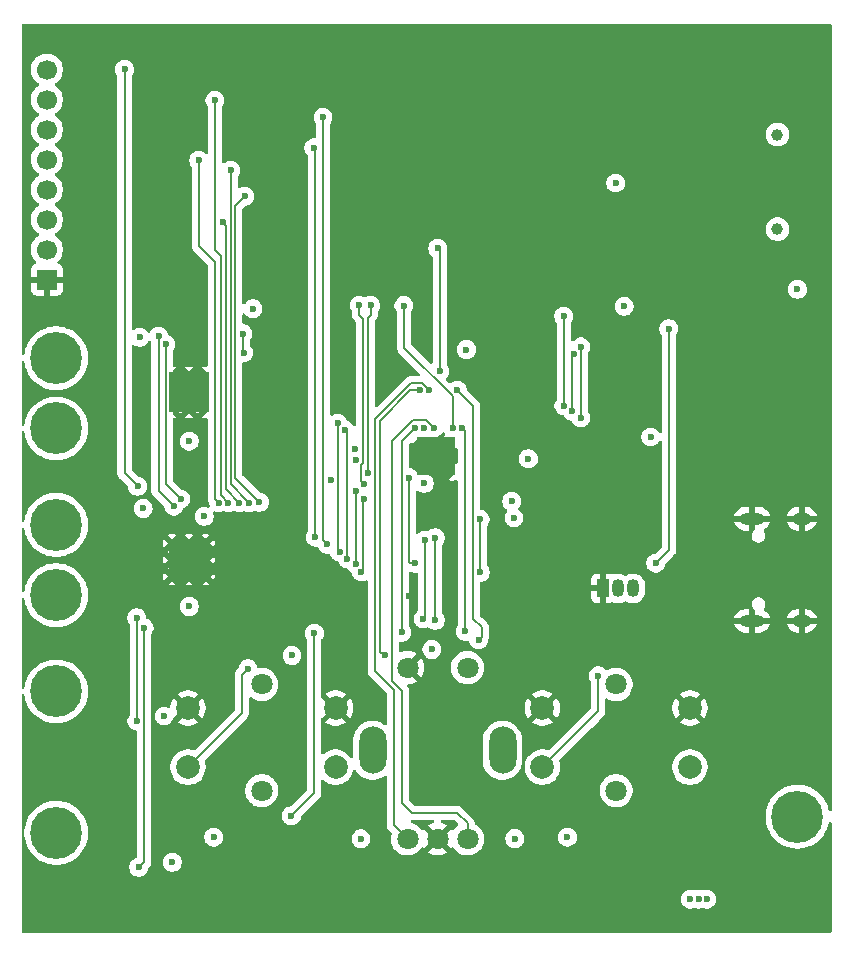
<source format=gbr>
%TF.GenerationSoftware,KiCad,Pcbnew,9.0.6*%
%TF.CreationDate,2026-01-04T04:22:01+01:00*%
%TF.ProjectId,MTR_Reflow_Oven,4d54525f-5265-4666-9c6f-775f4f76656e,rev?*%
%TF.SameCoordinates,Original*%
%TF.FileFunction,Copper,L4,Bot*%
%TF.FilePolarity,Positive*%
%FSLAX46Y46*%
G04 Gerber Fmt 4.6, Leading zero omitted, Abs format (unit mm)*
G04 Created by KiCad (PCBNEW 9.0.6) date 2026-01-04 04:22:01*
%MOMM*%
%LPD*%
G01*
G04 APERTURE LIST*
%TA.AperFunction,ComponentPad*%
%ADD10C,4.400000*%
%TD*%
%TA.AperFunction,HeatsinkPad*%
%ADD11O,2.100000X1.000000*%
%TD*%
%TA.AperFunction,HeatsinkPad*%
%ADD12O,1.600000X1.000000*%
%TD*%
%TA.AperFunction,ComponentPad*%
%ADD13O,2.300000X4.000000*%
%TD*%
%TA.AperFunction,ComponentPad*%
%ADD14C,1.800000*%
%TD*%
%TA.AperFunction,ComponentPad*%
%ADD15C,1.000000*%
%TD*%
%TA.AperFunction,HeatsinkPad*%
%ADD16C,0.500000*%
%TD*%
%TA.AperFunction,HeatsinkPad*%
%ADD17R,3.350000X3.350000*%
%TD*%
%TA.AperFunction,ComponentPad*%
%ADD18R,1.050000X1.500000*%
%TD*%
%TA.AperFunction,ComponentPad*%
%ADD19O,1.050000X1.500000*%
%TD*%
%TA.AperFunction,ComponentPad*%
%ADD20C,2.000000*%
%TD*%
%TA.AperFunction,HeatsinkPad*%
%ADD21R,3.200000X3.200000*%
%TD*%
%TA.AperFunction,ComponentPad*%
%ADD22R,1.700000X1.700000*%
%TD*%
%TA.AperFunction,ComponentPad*%
%ADD23C,1.700000*%
%TD*%
%TA.AperFunction,ViaPad*%
%ADD24C,0.600000*%
%TD*%
%TA.AperFunction,Conductor*%
%ADD25C,0.200000*%
%TD*%
%TA.AperFunction,Conductor*%
%ADD26C,0.127000*%
%TD*%
G04 APERTURE END LIST*
D10*
%TO.P,H6,1,1*%
%TO.N,GND*%
X111527500Y-111043333D03*
%TD*%
D11*
%TO.P,J2,S1,SHIELD*%
%TO.N,GND*%
X170470000Y-99120000D03*
D12*
X174650000Y-99120000D03*
D11*
X170470000Y-90480000D03*
D12*
X174650000Y-90480000D03*
%TD*%
D10*
%TO.P,H9,1,1*%
%TO.N,/+TEMP2*%
X111527500Y-90986667D03*
%TD*%
D13*
%TO.P,SW3,6*%
%TO.N,unconnected-(SW3-Pad6)*%
X149325000Y-110075000D03*
%TO.P,SW3,7*%
%TO.N,unconnected-(SW3-Pad7)*%
X138325000Y-110075000D03*
D14*
%TO.P,SW3,A,A*%
%TO.N,/rotary_CLK*%
X141285000Y-117575000D03*
%TO.P,SW3,B,B*%
%TO.N,/rotary_DT*%
X146365000Y-117575000D03*
%TO.P,SW3,C,C*%
%TO.N,GND*%
X143825000Y-117575000D03*
%TO.P,SW3,D,S2*%
X141285000Y-103075000D03*
%TO.P,SW3,E,S1*%
%TO.N,/rotary_BNT*%
X146365000Y-103075000D03*
%TD*%
D15*
%TO.P,Card1,*%
%TO.N,*%
X172600000Y-65950000D03*
X172600000Y-57950000D03*
%TD*%
D10*
%TO.P,H12,1,1*%
%TO.N,/-TEMP1*%
X111527500Y-82830000D03*
%TD*%
%TO.P,H7,1,1*%
%TO.N,/HT2*%
X111550000Y-117075000D03*
%TD*%
D16*
%TO.P,U5,21,GND*%
%TO.N,GND*%
X121342500Y-92521667D03*
X121342500Y-93946667D03*
X121342500Y-95371667D03*
X122767500Y-92521667D03*
X122767500Y-93946667D03*
D17*
X122767500Y-93946667D03*
D16*
X122767500Y-95371667D03*
X124192500Y-92521667D03*
X124192500Y-93946667D03*
X124192500Y-95371667D03*
%TD*%
D10*
%TO.P,H5,1,1*%
%TO.N,/HT1*%
X111527500Y-105093333D03*
%TD*%
D18*
%TO.P,U4,1,GND*%
%TO.N,GND*%
X157830000Y-96360000D03*
D19*
%TO.P,U4,2,DQ*%
%TO.N,/1-wire_temp*%
X159100000Y-96360000D03*
%TO.P,U4,3,V_{DD}*%
%TO.N,+3.3V*%
X160370000Y-96360000D03*
%TD*%
D14*
%TO.P,SW4,*%
%TO.N,*%
X158947500Y-104500000D03*
X158947500Y-113500000D03*
D20*
%TO.P,SW4,1,1*%
%TO.N,/BNT1*%
X165197500Y-111500000D03*
%TO.P,SW4,2,2*%
X152697500Y-111500000D03*
%TO.P,SW4,3,K*%
%TO.N,GND*%
X165197500Y-106500000D03*
%TO.P,SW4,4,A*%
X152697500Y-106500000D03*
%TD*%
D16*
%TO.P,U1,57,GND*%
%TO.N,GND*%
X145050000Y-83787500D03*
X142350000Y-83787500D03*
D21*
X143700000Y-85137500D03*
D16*
X145050000Y-86487500D03*
X142350000Y-86487500D03*
%TD*%
D10*
%TO.P,H8,1,1*%
%TO.N,GND*%
X111550000Y-123025000D03*
%TD*%
%TO.P,H10,1,1*%
%TO.N,/-TEMP2*%
X111527500Y-96936667D03*
%TD*%
D14*
%TO.P,SW5,*%
%TO.N,*%
X128947500Y-104500000D03*
X128947500Y-113500000D03*
D20*
%TO.P,SW5,1,1*%
%TO.N,/BNT2*%
X135197500Y-111500000D03*
%TO.P,SW5,2,2*%
X122697500Y-111500000D03*
%TO.P,SW5,3,K*%
%TO.N,GND*%
X135197500Y-106500000D03*
%TO.P,SW5,4,A*%
X122697500Y-106500000D03*
%TD*%
D10*
%TO.P,H2,1,1*%
%TO.N,/+ALIM*%
X174300000Y-115700000D03*
%TD*%
D22*
%TO.P,J1,1*%
%TO.N,GND*%
X110750000Y-70225000D03*
D23*
%TO.P,J1,2*%
%TO.N,+3.3V*%
X110750000Y-67685000D03*
%TO.P,J1,3*%
%TO.N,/SD_CLK{slash}SCLK*%
X110750000Y-65145000D03*
%TO.P,J1,4*%
%TO.N,/SD_CMD{slash}DI*%
X110750000Y-62605000D03*
%TO.P,J1,5*%
%TO.N,/SCREEN_RST*%
X110750000Y-60065000D03*
%TO.P,J1,6*%
%TO.N,/SCREEN_DC*%
X110750000Y-57525000D03*
%TO.P,J1,7*%
%TO.N,/SCREEN_CS*%
X110750000Y-54985000D03*
%TO.P,J1,8*%
%TO.N,/SCREEN_BL*%
X110750000Y-52445000D03*
%TD*%
D10*
%TO.P,H11,1,1*%
%TO.N,/+TEMP1*%
X111527500Y-76880000D03*
%TD*%
%TO.P,H1,1,1*%
%TO.N,GND*%
X174300000Y-122650000D03*
%TD*%
D16*
%TO.P,U6,21,GND*%
%TO.N,GND*%
X121362500Y-78335000D03*
X121362500Y-79760000D03*
X121362500Y-81185000D03*
X122787500Y-78335000D03*
X122787500Y-79760000D03*
D17*
X122787500Y-79760000D03*
D16*
X122787500Y-81185000D03*
X124212500Y-78335000D03*
X124212500Y-79760000D03*
X124212500Y-81185000D03*
%TD*%
D24*
%TO.N,/ALT3_TEMP2*%
X136200283Y-93874000D03*
X136000000Y-83000000D03*
%TO.N,/ALT1_TEMP2*%
X137375000Y-94975000D03*
X137600000Y-88800000D03*
%TO.N,/ALT2_TEMP2*%
X136899486Y-94275000D03*
X136900000Y-88161859D03*
%TO.N,/ALT4_TEMP2*%
X135524697Y-93274000D03*
X135375000Y-82400000D03*
%TO.N,GND*%
X151787500Y-72000000D03*
X132600000Y-81900000D03*
X145787500Y-56000000D03*
X158787500Y-93000000D03*
X113000000Y-101000000D03*
X115787500Y-86000000D03*
X115787500Y-101000000D03*
X118000000Y-114000000D03*
X142212500Y-122000000D03*
X152475000Y-88075000D03*
X110212500Y-86000000D03*
X134787500Y-52000000D03*
X119000000Y-70000000D03*
X156000000Y-93000000D03*
X116212500Y-70000000D03*
X150212500Y-53000000D03*
X169000000Y-109000000D03*
X151000000Y-98000000D03*
X129787500Y-98000000D03*
X153212500Y-93000000D03*
X139000000Y-69000000D03*
X149000000Y-72000000D03*
X142875000Y-124000000D03*
X155212500Y-90000000D03*
X169000000Y-86000000D03*
X126212500Y-124000000D03*
X166212500Y-86000000D03*
X140212500Y-51000000D03*
X168212500Y-50000000D03*
X154787500Y-124000000D03*
X140212500Y-56000000D03*
X131787500Y-124000000D03*
X165250000Y-82000000D03*
X155787500Y-53000000D03*
X140087500Y-124000000D03*
X141787500Y-69000000D03*
X171787500Y-86000000D03*
X166212500Y-109000000D03*
X148212500Y-98000000D03*
X141399000Y-97050000D03*
X171000000Y-50000000D03*
X147787500Y-122000000D03*
X166000000Y-91900000D03*
X169787500Y-102000000D03*
X157787500Y-57000000D03*
X164212500Y-102000000D03*
X124212500Y-98000000D03*
X149212500Y-124000000D03*
X153787500Y-98000000D03*
X134800000Y-87200000D03*
X125975000Y-102025000D03*
X129000000Y-124000000D03*
X115212500Y-114000000D03*
X121787500Y-70000000D03*
X152000000Y-124000000D03*
X129212500Y-52000000D03*
X153000000Y-53000000D03*
X143000000Y-56000000D03*
X155000000Y-57000000D03*
X152212500Y-57000000D03*
X167000000Y-102000000D03*
X173787500Y-50000000D03*
X145000000Y-122000000D03*
X113000000Y-86000000D03*
X151400000Y-92850000D03*
X110212500Y-101000000D03*
X143000000Y-51000000D03*
X127000000Y-98000000D03*
X158900000Y-64250000D03*
X145787500Y-51000000D03*
X137300000Y-124000000D03*
X171787500Y-109000000D03*
X165900000Y-97700000D03*
X132000000Y-52000000D03*
X158000000Y-90000000D03*
X136212500Y-69000000D03*
X146212500Y-72000000D03*
%TO.N,/SCL*%
X120200000Y-75000000D03*
X127400000Y-76400000D03*
X121500000Y-89400000D03*
X127350000Y-74810000D03*
%TO.N,/SDA*%
X122100000Y-88800000D03*
X120800000Y-75700000D03*
%TO.N,+3.3V*%
X165925000Y-122675000D03*
X154827500Y-117425000D03*
X124877500Y-117425000D03*
X142700000Y-87475000D03*
X142700000Y-82800000D03*
X150367500Y-117550000D03*
X150300000Y-90400000D03*
X128200000Y-72700000D03*
X122800000Y-97900000D03*
X118600000Y-75100000D03*
X158900000Y-62050000D03*
X165200000Y-122675000D03*
X151520000Y-85400000D03*
X137342500Y-117575000D03*
X146275000Y-76150000D03*
X118900000Y-89600000D03*
X131500000Y-102050000D03*
X122800000Y-83900000D03*
X136800000Y-84601000D03*
X174300000Y-71050000D03*
X166625003Y-122675000D03*
X143350000Y-101540000D03*
X161875000Y-83550000D03*
X159625000Y-72475000D03*
X124067500Y-90275000D03*
%TO.N,/RUN*%
X141400000Y-87000000D03*
X141925000Y-94225000D03*
X162300000Y-94225000D03*
X163400000Y-74375000D03*
%TO.N,/rotary_BNT*%
X142300000Y-79600000D03*
X139350000Y-102050000D03*
%TO.N,/SD_CLK{slash}SCLK*%
X128750000Y-89075000D03*
X127500000Y-63175000D03*
%TO.N,/SD_CD*%
X143850000Y-67575000D03*
X144000000Y-78000000D03*
%TO.N,/SD_DAT3{slash}CS*%
X123600000Y-60125000D03*
X125288235Y-89111765D03*
%TO.N,/SD_CMD{slash}DI*%
X127886765Y-89113235D03*
X126300000Y-60950000D03*
%TO.N,/WS_LED*%
X140799000Y-100089500D03*
X141900000Y-82800000D03*
X133400000Y-100150000D03*
X131452500Y-115625000D03*
%TO.N,/SD_DAT0{slash}DO*%
X125625000Y-65375000D03*
X127042354Y-89115883D03*
%TO.N,/rotary_CLK*%
X143100000Y-79600000D03*
%TO.N,/rotary_DT*%
X143500000Y-82800000D03*
%TO.N,/QSPI_SD1*%
X155250000Y-81375000D03*
X155350000Y-76550000D03*
%TO.N,/QSPI_SS*%
X154525000Y-80900000D03*
X154500000Y-73325000D03*
%TO.N,/QSPI_SD2*%
X155950000Y-75925000D03*
X155950000Y-81925000D03*
%TO.N,/SCREEN_CS*%
X126125000Y-89100000D03*
X124975000Y-55050000D03*
%TO.N,/EN_HEAT2*%
X143638235Y-99075000D03*
X143638235Y-92088235D03*
X118522500Y-119975000D03*
X118981122Y-99688500D03*
%TO.N,+1V1*%
X136899992Y-85538052D03*
X150100000Y-89000000D03*
%TO.N,/EN_HEAT1*%
X118375000Y-107600000D03*
X142625000Y-98950000D03*
X142736765Y-92311765D03*
X118350000Y-98850000D03*
%TO.N,/SCREEN_DC*%
X134475000Y-92628000D03*
X134125000Y-56475000D03*
%TO.N,/SCREEN_BL*%
X118425000Y-87725000D03*
X117325000Y-52425000D03*
%TO.N,/SCREEN_RST*%
X133475000Y-92028000D03*
X133350000Y-59075000D03*
%TO.N,/1-wire_temp*%
X147450000Y-95000000D03*
X147425000Y-90525000D03*
%TO.N,unconnected-(U1-SWD-Pad25)*%
X137632675Y-87561859D03*
X137175000Y-72375000D03*
%TO.N,unconnected-(U1-SWCLK-Pad24)*%
X137925000Y-86625735D03*
X138150000Y-72400000D03*
%TO.N,/+ALIM*%
X120675000Y-107175000D03*
X121372500Y-119550000D03*
%TO.N,/BNT1*%
X146175000Y-100000000D03*
X157425000Y-103775000D03*
X145900000Y-82800000D03*
%TO.N,unconnected-(U1-GPIO2-Pad4)*%
X145100000Y-82800000D03*
X140975000Y-72425000D03*
%TO.N,/BNT2*%
X127775000Y-103175000D03*
X145500000Y-79600000D03*
X147300000Y-100700000D03*
%TD*%
D25*
%TO.N,/ALT3_TEMP2*%
X136000000Y-83000000D02*
X136200000Y-83200000D01*
X136200000Y-83200000D02*
X136200000Y-93873717D01*
X136200000Y-93873717D02*
X136200283Y-93874000D01*
%TO.N,/ALT1_TEMP2*%
X137500000Y-94850000D02*
X137500000Y-88900000D01*
X137375000Y-94975000D02*
X137500000Y-94850000D01*
X137500000Y-88900000D02*
X137600000Y-88800000D01*
%TO.N,/ALT2_TEMP2*%
X136900000Y-88161859D02*
X136900000Y-94274486D01*
X136900000Y-94274486D02*
X136899486Y-94275000D01*
%TO.N,/ALT4_TEMP2*%
X135400000Y-82425000D02*
X135400000Y-93149303D01*
X135375000Y-82400000D02*
X135400000Y-82425000D01*
X135400000Y-93149303D02*
X135524697Y-93274000D01*
%TO.N,/SCL*%
X127350000Y-74810000D02*
X127350000Y-76350000D01*
X120200000Y-88100000D02*
X120200000Y-75000000D01*
X127350000Y-76350000D02*
X127400000Y-76400000D01*
X121500000Y-89400000D02*
X120200000Y-88100000D01*
%TO.N,/SDA*%
X120800000Y-75700000D02*
X120800000Y-87500000D01*
X120800000Y-87500000D02*
X122100000Y-88800000D01*
%TO.N,/RUN*%
X141925000Y-94225000D02*
X141475000Y-94225000D01*
X162300000Y-94225000D02*
X163425000Y-93100000D01*
X141475000Y-94225000D02*
X141400000Y-94150000D01*
X141400000Y-94150000D02*
X141400000Y-87000000D01*
X163425000Y-74400000D02*
X163400000Y-74375000D01*
X163425000Y-93100000D02*
X163425000Y-74400000D01*
%TO.N,/rotary_BNT*%
X138926000Y-82199000D02*
X141525000Y-79600000D01*
X138926000Y-101726000D02*
X138926000Y-82199000D01*
X139250000Y-102050000D02*
X138926000Y-101726000D01*
X139350000Y-102050000D02*
X139250000Y-102050000D01*
X141525000Y-79600000D02*
X142300000Y-79600000D01*
%TO.N,/SD_CLK{slash}SCLK*%
X126700000Y-64175000D02*
X126700000Y-87024999D01*
X126700000Y-87024999D02*
X128750000Y-89075000D01*
X126700000Y-64175000D02*
X126700000Y-63975000D01*
X126700000Y-63975000D02*
X127500000Y-63175000D01*
%TO.N,/SD_CD*%
X144000000Y-78000000D02*
X144000000Y-67725000D01*
X144000000Y-67725000D02*
X143850000Y-67575000D01*
%TO.N,/SD_DAT3{slash}CS*%
X123600000Y-60125000D02*
X123600000Y-67350000D01*
X123600000Y-67350000D02*
X124974000Y-68724000D01*
X124974000Y-88797530D02*
X125288235Y-89111765D01*
X124974000Y-68724000D02*
X124974000Y-88797530D01*
%TO.N,/SD_CMD{slash}DI*%
X127724265Y-88949265D02*
X127724265Y-88950735D01*
X127724265Y-88950735D02*
X127886765Y-89113235D01*
X126300000Y-60950000D02*
X126300000Y-87525000D01*
X126300000Y-87525000D02*
X127724265Y-88949265D01*
%TO.N,/WS_LED*%
X133400000Y-100150000D02*
X133375000Y-100175000D01*
X133375000Y-113050000D02*
X133375000Y-113702500D01*
X133375000Y-100175000D02*
X133375000Y-113050000D01*
X133375000Y-113702500D02*
X131452500Y-115625000D01*
X140799000Y-100089500D02*
X140799000Y-99575000D01*
X140799000Y-99575000D02*
X140799000Y-100149000D01*
X141900000Y-82800000D02*
X140799000Y-83901000D01*
X140799000Y-83901000D02*
X140799000Y-99575000D01*
%TO.N,/SD_DAT0{slash}DO*%
X125900000Y-65825000D02*
X125900000Y-65650000D01*
X125900000Y-65650000D02*
X125625000Y-65375000D01*
X125900000Y-87973530D02*
X125900000Y-70425000D01*
X127042354Y-89115883D02*
X125900000Y-87973530D01*
X125900000Y-70425000D02*
X125900000Y-65825000D01*
%TO.N,/rotary_CLK*%
X143100000Y-79550057D02*
X142548943Y-78999000D01*
X141558900Y-78999000D02*
X138525000Y-82032900D01*
X140125000Y-116415000D02*
X141285000Y-117575000D01*
X138525000Y-103350000D02*
X140125000Y-104950000D01*
X138525000Y-82032900D02*
X138525000Y-103350000D01*
X142548943Y-78999000D02*
X141558900Y-78999000D01*
X140125000Y-104950000D02*
X140125000Y-116415000D01*
X143100000Y-79600000D02*
X143100000Y-79550057D01*
%TO.N,/rotary_DT*%
X140825000Y-105082900D02*
X140825000Y-114550000D01*
X143500000Y-82750057D02*
X142849943Y-82100000D01*
X143500000Y-82800000D02*
X143500000Y-82750057D01*
X139975000Y-104232900D02*
X140825000Y-105082900D01*
X146365000Y-116265000D02*
X146365000Y-117575000D01*
X140825000Y-114550000D02*
X141650000Y-115375000D01*
X139975000Y-83875057D02*
X139975000Y-104232900D01*
X141650000Y-115375000D02*
X145475000Y-115375000D01*
X145475000Y-115375000D02*
X146365000Y-116265000D01*
X141750057Y-82100000D02*
X139975000Y-83875057D01*
X142849943Y-82100000D02*
X141750057Y-82100000D01*
%TO.N,/QSPI_SD1*%
X155250000Y-76650000D02*
X155350000Y-76550000D01*
X155250000Y-81375000D02*
X155250000Y-76650000D01*
%TO.N,/QSPI_SS*%
X154525000Y-80900000D02*
X154525000Y-73350000D01*
X154525000Y-73350000D02*
X154500000Y-73325000D01*
%TO.N,/QSPI_SD2*%
X155950000Y-75925000D02*
X155950000Y-81925000D01*
%TO.N,/SCREEN_CS*%
X124975000Y-55050000D02*
X124975000Y-67685000D01*
X125499000Y-88474000D02*
X126125000Y-89100000D01*
X124975000Y-67685000D02*
X125499000Y-68209000D01*
X125499000Y-68209000D02*
X125499000Y-88474000D01*
%TO.N,/EN_HEAT2*%
X119000000Y-119497500D02*
X118522500Y-119975000D01*
X118981122Y-99688500D02*
X119000000Y-99707378D01*
X119000000Y-99707378D02*
X119000000Y-119497500D01*
X143638235Y-99075000D02*
X143638235Y-92088235D01*
D26*
%TO.N,/EN_HEAT1*%
X118350000Y-107575000D02*
X118375000Y-107600000D01*
X118350000Y-98850000D02*
X118350000Y-107575000D01*
X142736765Y-98838235D02*
X142736765Y-92311765D01*
X142625000Y-98950000D02*
X142736765Y-98838235D01*
D25*
%TO.N,/SCREEN_DC*%
X134125000Y-56475000D02*
X134150000Y-56500000D01*
X134150000Y-56500000D02*
X134150000Y-92303000D01*
X134150000Y-92303000D02*
X134475000Y-92628000D01*
%TO.N,/SCREEN_BL*%
X117325000Y-52425000D02*
X117325000Y-86625000D01*
X117325000Y-86625000D02*
X118425000Y-87725000D01*
%TO.N,/SCREEN_RST*%
X133475000Y-59200000D02*
X133475000Y-92028000D01*
X133350000Y-59075000D02*
X133475000Y-59200000D01*
%TO.N,/1-wire_temp*%
X147450000Y-95000000D02*
X147450000Y-90550000D01*
X147450000Y-90550000D02*
X147425000Y-90525000D01*
%TO.N,unconnected-(U1-SWD-Pad25)*%
X137500992Y-73525992D02*
X137500992Y-85786995D01*
X137324000Y-87253184D02*
X137632675Y-87561859D01*
X137500992Y-85786995D02*
X137324000Y-85963987D01*
X137175000Y-73200000D02*
X137500992Y-73525992D01*
X137324000Y-85963987D02*
X137324000Y-87253184D01*
X137175000Y-72375000D02*
X137175000Y-73200000D01*
%TO.N,unconnected-(U1-SWCLK-Pad24)*%
X137925000Y-73450000D02*
X138150000Y-73225000D01*
X137925000Y-86625735D02*
X137925000Y-73450000D01*
X138150000Y-73225000D02*
X138150000Y-72400000D01*
%TO.N,/BNT1*%
X146125000Y-99950000D02*
X146125000Y-83025000D01*
X157425000Y-106772500D02*
X157425000Y-103775000D01*
X146175000Y-100000000D02*
X146125000Y-99950000D01*
X152697500Y-111500000D02*
X157425000Y-106772500D01*
X146125000Y-83025000D02*
X145900000Y-82800000D01*
%TO.N,unconnected-(U1-GPIO2-Pad4)*%
X145100000Y-82800000D02*
X145100000Y-80100000D01*
X145100000Y-82800000D02*
X145100000Y-82849943D01*
X141000000Y-76000000D02*
X141000000Y-72450000D01*
X141000000Y-72450000D02*
X140975000Y-72425000D01*
X145100000Y-80100000D02*
X141000000Y-76000000D01*
%TO.N,/BNT2*%
X127250000Y-103700000D02*
X127775000Y-103175000D01*
X127250000Y-106947500D02*
X127250000Y-104325000D01*
X147550000Y-99650000D02*
X146825000Y-98925000D01*
X147300000Y-100700000D02*
X147550000Y-100450000D01*
X146825000Y-98925000D02*
X146825000Y-80925000D01*
X147550000Y-100450000D02*
X147550000Y-99650000D01*
X127250000Y-104325000D02*
X127250000Y-103700000D01*
X146825000Y-80925000D02*
X145500000Y-79600000D01*
X122697500Y-111500000D02*
X127250000Y-106947500D01*
%TD*%
%TA.AperFunction,Conductor*%
%TO.N,GND*%
G36*
X143501394Y-115995185D02*
G01*
X143547149Y-116047989D01*
X143557093Y-116117147D01*
X143528068Y-116180703D01*
X143472673Y-116217431D01*
X143287589Y-116277567D01*
X143091233Y-116377616D01*
X143027485Y-116423931D01*
X143027485Y-116423932D01*
X143577502Y-116973949D01*
X143517104Y-116998967D01*
X143410642Y-117070103D01*
X143320103Y-117160642D01*
X143248967Y-117267104D01*
X143223949Y-117327502D01*
X142673932Y-116777485D01*
X142673930Y-116777485D01*
X142655626Y-116802679D01*
X142600296Y-116845345D01*
X142530683Y-116851324D01*
X142468888Y-116818718D01*
X142454990Y-116802679D01*
X142353247Y-116662640D01*
X142197363Y-116506756D01*
X142197358Y-116506752D01*
X142019025Y-116377187D01*
X142019024Y-116377186D01*
X142019022Y-116377185D01*
X141923140Y-116328330D01*
X141822606Y-116277104D01*
X141822603Y-116277103D01*
X141638947Y-116217431D01*
X141581272Y-116177994D01*
X141554073Y-116113635D01*
X141565987Y-116044789D01*
X141613231Y-115993313D01*
X141677265Y-115975500D01*
X143434355Y-115975500D01*
X143501394Y-115995185D01*
G37*
%TD.AperFunction*%
%TA.AperFunction,Conductor*%
G36*
X145241942Y-115995185D02*
G01*
X145262584Y-116011819D01*
X145526562Y-116275797D01*
X145560047Y-116337120D01*
X145555063Y-116406812D01*
X145513191Y-116462745D01*
X145511766Y-116463796D01*
X145452641Y-116506752D01*
X145452636Y-116506756D01*
X145296756Y-116662636D01*
X145195008Y-116802681D01*
X145139678Y-116845346D01*
X145070065Y-116851325D01*
X145008270Y-116818719D01*
X144994371Y-116802680D01*
X144976066Y-116777485D01*
X144976065Y-116777485D01*
X144426050Y-117327501D01*
X144401033Y-117267104D01*
X144329897Y-117160642D01*
X144239358Y-117070103D01*
X144132896Y-116998967D01*
X144072496Y-116973948D01*
X144622513Y-116423932D01*
X144558756Y-116377611D01*
X144362410Y-116277567D01*
X144177327Y-116217431D01*
X144119652Y-116177994D01*
X144092453Y-116113635D01*
X144104367Y-116044789D01*
X144151611Y-115993313D01*
X144215645Y-115975500D01*
X145174903Y-115975500D01*
X145241942Y-115995185D01*
G37*
%TD.AperFunction*%
%TA.AperFunction,Conductor*%
G36*
X177142468Y-48620185D02*
G01*
X177188223Y-48672989D01*
X177199428Y-48724512D01*
X177197687Y-63856557D01*
X177191786Y-115133291D01*
X177172094Y-115200328D01*
X177119284Y-115246077D01*
X177050125Y-115256013D01*
X176986572Y-115226981D01*
X176948805Y-115168198D01*
X176946895Y-115160869D01*
X176923466Y-115058221D01*
X176899046Y-114951228D01*
X176886582Y-114915609D01*
X176854653Y-114824361D01*
X176798868Y-114664935D01*
X176667265Y-114391659D01*
X176505892Y-114134836D01*
X176316779Y-113897696D01*
X176102304Y-113683221D01*
X175865164Y-113494108D01*
X175608341Y-113332735D01*
X175608338Y-113332733D01*
X175335068Y-113201133D01*
X175048783Y-113100957D01*
X175048771Y-113100953D01*
X174820556Y-113048864D01*
X174753063Y-113033460D01*
X174753060Y-113033459D01*
X174753048Y-113033457D01*
X174451663Y-112999500D01*
X174451657Y-112999500D01*
X174148343Y-112999500D01*
X174148336Y-112999500D01*
X173846951Y-113033457D01*
X173846937Y-113033460D01*
X173551228Y-113100953D01*
X173551216Y-113100957D01*
X173264931Y-113201133D01*
X172991661Y-113332733D01*
X172734837Y-113494107D01*
X172497696Y-113683220D01*
X172283220Y-113897696D01*
X172094107Y-114134837D01*
X171932733Y-114391661D01*
X171801133Y-114664931D01*
X171700957Y-114951216D01*
X171700953Y-114951228D01*
X171633460Y-115246937D01*
X171633457Y-115246951D01*
X171599500Y-115548336D01*
X171599500Y-115851663D01*
X171633457Y-116153048D01*
X171633459Y-116153060D01*
X171633460Y-116153063D01*
X171643578Y-116197391D01*
X171700953Y-116448771D01*
X171700957Y-116448783D01*
X171801133Y-116735068D01*
X171932733Y-117008338D01*
X171952444Y-117039707D01*
X172094108Y-117265164D01*
X172283221Y-117502304D01*
X172497696Y-117716779D01*
X172734836Y-117905892D01*
X172991659Y-118067265D01*
X173264935Y-118198868D01*
X173479951Y-118274105D01*
X173551216Y-118299042D01*
X173551228Y-118299046D01*
X173846937Y-118366540D01*
X173846946Y-118366541D01*
X173846951Y-118366542D01*
X174047874Y-118389180D01*
X174148337Y-118400499D01*
X174148340Y-118400500D01*
X174148343Y-118400500D01*
X174451660Y-118400500D01*
X174451661Y-118400499D01*
X174605694Y-118383144D01*
X174753048Y-118366542D01*
X174753051Y-118366541D01*
X174753063Y-118366540D01*
X175048772Y-118299046D01*
X175335065Y-118198868D01*
X175608341Y-118067265D01*
X175865164Y-117905892D01*
X176102304Y-117716779D01*
X176316779Y-117502304D01*
X176505892Y-117265164D01*
X176667265Y-117008341D01*
X176798868Y-116735065D01*
X176899046Y-116448772D01*
X176946765Y-116239699D01*
X176980873Y-116178722D01*
X177042535Y-116145864D01*
X177112172Y-116151559D01*
X177167676Y-116193999D01*
X177191424Y-116259709D01*
X177191656Y-116267307D01*
X177190605Y-125400840D01*
X177170913Y-125467877D01*
X177118103Y-125513626D01*
X177066649Y-125524826D01*
X108724544Y-125549276D01*
X108657498Y-125529615D01*
X108611724Y-125476828D01*
X108600500Y-125425276D01*
X108600500Y-122596153D01*
X164399500Y-122596153D01*
X164399500Y-122753846D01*
X164430261Y-122908489D01*
X164430264Y-122908501D01*
X164490602Y-123054172D01*
X164490609Y-123054185D01*
X164578210Y-123185288D01*
X164578213Y-123185292D01*
X164689707Y-123296786D01*
X164689711Y-123296789D01*
X164820814Y-123384390D01*
X164820827Y-123384397D01*
X164966498Y-123444735D01*
X164966503Y-123444737D01*
X165121153Y-123475499D01*
X165121156Y-123475500D01*
X165121158Y-123475500D01*
X165278844Y-123475500D01*
X165278845Y-123475499D01*
X165433497Y-123444737D01*
X165515049Y-123410956D01*
X165584516Y-123403488D01*
X165609944Y-123410954D01*
X165691503Y-123444737D01*
X165846153Y-123475499D01*
X165846156Y-123475500D01*
X165846158Y-123475500D01*
X166003844Y-123475500D01*
X166003845Y-123475499D01*
X166158497Y-123444737D01*
X166227551Y-123416133D01*
X166297016Y-123408665D01*
X166322448Y-123416132D01*
X166391506Y-123444737D01*
X166546156Y-123475499D01*
X166546159Y-123475500D01*
X166546161Y-123475500D01*
X166703847Y-123475500D01*
X166703848Y-123475499D01*
X166858500Y-123444737D01*
X166975006Y-123396479D01*
X167004175Y-123384397D01*
X167004175Y-123384396D01*
X167004182Y-123384394D01*
X167135292Y-123296789D01*
X167246792Y-123185289D01*
X167334397Y-123054179D01*
X167394740Y-122908497D01*
X167425503Y-122753842D01*
X167425503Y-122596158D01*
X167425503Y-122596155D01*
X167425502Y-122596153D01*
X167394741Y-122441510D01*
X167394740Y-122441503D01*
X167394738Y-122441498D01*
X167334400Y-122295827D01*
X167334393Y-122295814D01*
X167246792Y-122164711D01*
X167246789Y-122164707D01*
X167135295Y-122053213D01*
X167135291Y-122053210D01*
X167004188Y-121965609D01*
X167004175Y-121965602D01*
X166858504Y-121905264D01*
X166858492Y-121905261D01*
X166703848Y-121874500D01*
X166703845Y-121874500D01*
X166546161Y-121874500D01*
X166546158Y-121874500D01*
X166391514Y-121905260D01*
X166391513Y-121905261D01*
X166391510Y-121905262D01*
X166391506Y-121905263D01*
X166322450Y-121933866D01*
X166252983Y-121941334D01*
X166227549Y-121933865D01*
X166158498Y-121905263D01*
X166158488Y-121905260D01*
X166003845Y-121874500D01*
X166003842Y-121874500D01*
X165846158Y-121874500D01*
X165846155Y-121874500D01*
X165691511Y-121905260D01*
X165691501Y-121905263D01*
X165609952Y-121939042D01*
X165540483Y-121946511D01*
X165515048Y-121939042D01*
X165433498Y-121905263D01*
X165433488Y-121905260D01*
X165278845Y-121874500D01*
X165278842Y-121874500D01*
X165121158Y-121874500D01*
X165121155Y-121874500D01*
X164966510Y-121905261D01*
X164966498Y-121905264D01*
X164820827Y-121965602D01*
X164820814Y-121965609D01*
X164689711Y-122053210D01*
X164689707Y-122053213D01*
X164578213Y-122164707D01*
X164578210Y-122164711D01*
X164490609Y-122295814D01*
X164490602Y-122295827D01*
X164430264Y-122441498D01*
X164430261Y-122441510D01*
X164399500Y-122596153D01*
X108600500Y-122596153D01*
X108600500Y-116923336D01*
X108849500Y-116923336D01*
X108849500Y-117226663D01*
X108883457Y-117528048D01*
X108883460Y-117528062D01*
X108950953Y-117823771D01*
X108950957Y-117823783D01*
X109051133Y-118110068D01*
X109182733Y-118383338D01*
X109182735Y-118383341D01*
X109344108Y-118640164D01*
X109533221Y-118877304D01*
X109747696Y-119091779D01*
X109984836Y-119280892D01*
X110203747Y-119418443D01*
X110241661Y-119442266D01*
X110289010Y-119465068D01*
X110514935Y-119573868D01*
X110729951Y-119649105D01*
X110801216Y-119674042D01*
X110801228Y-119674046D01*
X111096937Y-119741540D01*
X111096946Y-119741541D01*
X111096951Y-119741542D01*
X111297874Y-119764180D01*
X111398337Y-119775499D01*
X111398340Y-119775500D01*
X111398343Y-119775500D01*
X111701660Y-119775500D01*
X111701661Y-119775499D01*
X111855694Y-119758144D01*
X112003048Y-119741542D01*
X112003051Y-119741541D01*
X112003063Y-119741540D01*
X112298772Y-119674046D01*
X112585065Y-119573868D01*
X112858341Y-119442265D01*
X113115164Y-119280892D01*
X113352304Y-119091779D01*
X113566779Y-118877304D01*
X113755892Y-118640164D01*
X113917265Y-118383341D01*
X114048868Y-118110065D01*
X114149046Y-117823772D01*
X114216540Y-117528063D01*
X114219443Y-117502304D01*
X114246161Y-117265164D01*
X114250500Y-117226657D01*
X114250500Y-116923343D01*
X114237196Y-116805263D01*
X114216542Y-116621951D01*
X114216541Y-116621946D01*
X114216540Y-116621937D01*
X114149046Y-116326228D01*
X114131856Y-116277103D01*
X114098125Y-116180703D01*
X114048868Y-116039935D01*
X113917265Y-115766659D01*
X113755892Y-115509836D01*
X113566779Y-115272696D01*
X113352304Y-115058221D01*
X113115164Y-114869108D01*
X112858341Y-114707735D01*
X112858338Y-114707733D01*
X112585068Y-114576133D01*
X112298783Y-114475957D01*
X112298771Y-114475953D01*
X112070556Y-114423864D01*
X112003063Y-114408460D01*
X112003060Y-114408459D01*
X112003048Y-114408457D01*
X111701663Y-114374500D01*
X111701657Y-114374500D01*
X111398343Y-114374500D01*
X111398336Y-114374500D01*
X111096951Y-114408457D01*
X111096937Y-114408460D01*
X110801228Y-114475953D01*
X110801216Y-114475957D01*
X110514931Y-114576133D01*
X110241661Y-114707733D01*
X109984837Y-114869107D01*
X109747696Y-115058220D01*
X109533220Y-115272696D01*
X109344107Y-115509837D01*
X109182733Y-115766661D01*
X109051133Y-116039931D01*
X108950957Y-116326216D01*
X108950953Y-116326228D01*
X108883460Y-116621937D01*
X108883457Y-116621951D01*
X108849500Y-116923336D01*
X108600500Y-116923336D01*
X108600500Y-105442774D01*
X108620185Y-105375735D01*
X108672989Y-105329980D01*
X108742147Y-105320036D01*
X108805703Y-105349061D01*
X108843477Y-105407839D01*
X108847720Y-105428891D01*
X108860957Y-105546381D01*
X108860959Y-105546393D01*
X108860960Y-105546396D01*
X108867978Y-105577143D01*
X108928453Y-105842104D01*
X108928457Y-105842116D01*
X109028633Y-106128401D01*
X109160233Y-106401671D01*
X109160235Y-106401674D01*
X109321608Y-106658497D01*
X109510721Y-106895637D01*
X109725196Y-107110112D01*
X109962336Y-107299225D01*
X110219159Y-107460598D01*
X110492435Y-107592201D01*
X110707451Y-107667438D01*
X110778716Y-107692375D01*
X110778728Y-107692379D01*
X111074437Y-107759873D01*
X111074446Y-107759874D01*
X111074451Y-107759875D01*
X111275374Y-107782513D01*
X111375837Y-107793832D01*
X111375840Y-107793833D01*
X111375843Y-107793833D01*
X111679160Y-107793833D01*
X111679161Y-107793832D01*
X111833194Y-107776477D01*
X111980548Y-107759875D01*
X111980551Y-107759874D01*
X111980563Y-107759873D01*
X112276272Y-107692379D01*
X112562565Y-107592201D01*
X112835841Y-107460598D01*
X113092664Y-107299225D01*
X113329804Y-107110112D01*
X113544279Y-106895637D01*
X113733392Y-106658497D01*
X113894765Y-106401674D01*
X114026368Y-106128398D01*
X114126546Y-105842105D01*
X114194040Y-105546396D01*
X114209652Y-105407839D01*
X114227242Y-105251714D01*
X114228000Y-105244990D01*
X114228000Y-104941676D01*
X114216680Y-104841207D01*
X114194042Y-104640284D01*
X114194041Y-104640279D01*
X114194040Y-104640270D01*
X114126546Y-104344561D01*
X114026368Y-104058268D01*
X113920095Y-103837590D01*
X113894766Y-103784994D01*
X113894765Y-103784992D01*
X113733392Y-103528169D01*
X113544279Y-103291029D01*
X113329804Y-103076554D01*
X113317812Y-103066991D01*
X113240405Y-103005261D01*
X113092664Y-102887441D01*
X112835841Y-102726068D01*
X112835838Y-102726066D01*
X112562568Y-102594466D01*
X112276283Y-102494290D01*
X112276271Y-102494286D01*
X112048056Y-102442197D01*
X111980563Y-102426793D01*
X111980560Y-102426792D01*
X111980548Y-102426790D01*
X111679163Y-102392833D01*
X111679157Y-102392833D01*
X111375843Y-102392833D01*
X111375836Y-102392833D01*
X111074451Y-102426790D01*
X111074437Y-102426793D01*
X110778728Y-102494286D01*
X110778716Y-102494290D01*
X110492431Y-102594466D01*
X110219161Y-102726066D01*
X109962337Y-102887440D01*
X109725196Y-103076553D01*
X109510720Y-103291029D01*
X109321607Y-103528170D01*
X109160233Y-103784994D01*
X109028633Y-104058264D01*
X108928457Y-104344549D01*
X108928453Y-104344561D01*
X108860960Y-104640270D01*
X108860957Y-104640284D01*
X108847720Y-104757774D01*
X108820654Y-104822188D01*
X108763059Y-104861744D01*
X108693222Y-104863881D01*
X108633315Y-104827923D01*
X108602360Y-104765285D01*
X108600500Y-104743891D01*
X108600500Y-97286108D01*
X108620185Y-97219069D01*
X108672989Y-97173314D01*
X108742147Y-97163370D01*
X108805703Y-97192395D01*
X108843477Y-97251173D01*
X108847720Y-97272225D01*
X108860957Y-97389715D01*
X108860960Y-97389729D01*
X108928453Y-97685438D01*
X108928457Y-97685450D01*
X109028633Y-97971735D01*
X109160233Y-98245005D01*
X109210153Y-98324452D01*
X109321608Y-98501831D01*
X109510721Y-98738971D01*
X109725196Y-98953446D01*
X109962336Y-99142559D01*
X110219159Y-99303932D01*
X110492435Y-99435535D01*
X110662560Y-99495064D01*
X110778716Y-99535709D01*
X110778728Y-99535713D01*
X111074437Y-99603207D01*
X111074446Y-99603208D01*
X111074451Y-99603209D01*
X111266064Y-99624798D01*
X111375837Y-99637166D01*
X111375840Y-99637167D01*
X111375843Y-99637167D01*
X111679160Y-99637167D01*
X111679161Y-99637166D01*
X111833194Y-99619811D01*
X111980548Y-99603209D01*
X111980551Y-99603208D01*
X111980563Y-99603207D01*
X112276272Y-99535713D01*
X112562565Y-99435535D01*
X112835841Y-99303932D01*
X113092664Y-99142559D01*
X113329804Y-98953446D01*
X113512097Y-98771153D01*
X117549500Y-98771153D01*
X117549500Y-98928846D01*
X117580261Y-99083489D01*
X117580264Y-99083501D01*
X117640602Y-99229172D01*
X117640609Y-99229185D01*
X117728209Y-99360287D01*
X117728210Y-99360288D01*
X117728211Y-99360289D01*
X117749681Y-99381759D01*
X117783166Y-99443080D01*
X117786000Y-99469440D01*
X117786000Y-107005559D01*
X117766315Y-107072598D01*
X117756621Y-107084627D01*
X117757076Y-107085001D01*
X117753210Y-107089711D01*
X117665609Y-107220814D01*
X117665602Y-107220827D01*
X117605264Y-107366498D01*
X117605261Y-107366510D01*
X117574500Y-107521153D01*
X117574500Y-107678846D01*
X117605261Y-107833489D01*
X117605264Y-107833501D01*
X117665602Y-107979172D01*
X117665609Y-107979185D01*
X117753210Y-108110288D01*
X117753213Y-108110292D01*
X117864707Y-108221786D01*
X117864711Y-108221789D01*
X117995814Y-108309390D01*
X117995827Y-108309397D01*
X118117872Y-108359949D01*
X118141503Y-108369737D01*
X118239993Y-108389328D01*
X118299691Y-108401203D01*
X118361602Y-108433588D01*
X118396176Y-108494303D01*
X118399500Y-108522820D01*
X118399500Y-119081519D01*
X118379815Y-119148558D01*
X118327011Y-119194313D01*
X118299695Y-119203136D01*
X118289004Y-119205262D01*
X118288998Y-119205264D01*
X118143327Y-119265602D01*
X118143314Y-119265609D01*
X118012211Y-119353210D01*
X118012207Y-119353213D01*
X117900713Y-119464707D01*
X117900710Y-119464711D01*
X117813109Y-119595814D01*
X117813102Y-119595827D01*
X117752764Y-119741498D01*
X117752761Y-119741510D01*
X117722000Y-119896153D01*
X117722000Y-120053846D01*
X117752761Y-120208489D01*
X117752764Y-120208501D01*
X117813102Y-120354172D01*
X117813109Y-120354185D01*
X117900710Y-120485288D01*
X117900713Y-120485292D01*
X118012207Y-120596786D01*
X118012211Y-120596789D01*
X118143314Y-120684390D01*
X118143327Y-120684397D01*
X118288998Y-120744735D01*
X118289003Y-120744737D01*
X118443653Y-120775499D01*
X118443656Y-120775500D01*
X118443658Y-120775500D01*
X118601344Y-120775500D01*
X118601345Y-120775499D01*
X118755997Y-120744737D01*
X118901679Y-120684394D01*
X119032789Y-120596789D01*
X119144289Y-120485289D01*
X119231894Y-120354179D01*
X119292237Y-120208497D01*
X119323000Y-120053842D01*
X119323138Y-120053149D01*
X119331902Y-120036392D01*
X119335923Y-120017913D01*
X119354667Y-119992874D01*
X119355523Y-119991238D01*
X119357004Y-119989729D01*
X119358506Y-119988227D01*
X119358510Y-119988225D01*
X119368714Y-119978020D01*
X119368716Y-119978020D01*
X119480520Y-119866216D01*
X119528282Y-119783489D01*
X119552499Y-119741544D01*
X119552500Y-119741541D01*
X119552501Y-119741540D01*
X119559577Y-119729285D01*
X119600501Y-119576557D01*
X119600501Y-119471153D01*
X120572000Y-119471153D01*
X120572000Y-119628846D01*
X120602761Y-119783489D01*
X120602764Y-119783501D01*
X120663102Y-119929172D01*
X120663109Y-119929185D01*
X120750710Y-120060288D01*
X120750713Y-120060292D01*
X120862207Y-120171786D01*
X120862211Y-120171789D01*
X120993314Y-120259390D01*
X120993327Y-120259397D01*
X121138998Y-120319735D01*
X121139003Y-120319737D01*
X121293653Y-120350499D01*
X121293656Y-120350500D01*
X121293658Y-120350500D01*
X121451344Y-120350500D01*
X121451345Y-120350499D01*
X121605997Y-120319737D01*
X121751679Y-120259394D01*
X121882789Y-120171789D01*
X121994289Y-120060289D01*
X122081894Y-119929179D01*
X122142237Y-119783497D01*
X122173000Y-119628842D01*
X122173000Y-119471158D01*
X122173000Y-119471155D01*
X122172999Y-119471153D01*
X122149539Y-119353213D01*
X122142237Y-119316503D01*
X122121155Y-119265606D01*
X122081897Y-119170827D01*
X122081890Y-119170814D01*
X121994289Y-119039711D01*
X121994286Y-119039707D01*
X121882792Y-118928213D01*
X121882788Y-118928210D01*
X121751685Y-118840609D01*
X121751672Y-118840602D01*
X121606001Y-118780264D01*
X121605989Y-118780261D01*
X121451345Y-118749500D01*
X121451342Y-118749500D01*
X121293658Y-118749500D01*
X121293655Y-118749500D01*
X121139010Y-118780261D01*
X121138998Y-118780264D01*
X120993327Y-118840602D01*
X120993314Y-118840609D01*
X120862211Y-118928210D01*
X120862207Y-118928213D01*
X120750713Y-119039707D01*
X120750710Y-119039711D01*
X120663109Y-119170814D01*
X120663102Y-119170827D01*
X120602764Y-119316498D01*
X120602761Y-119316510D01*
X120572000Y-119471153D01*
X119600501Y-119471153D01*
X119600501Y-119418443D01*
X119600500Y-119418439D01*
X119600500Y-117346153D01*
X124077000Y-117346153D01*
X124077000Y-117503846D01*
X124107761Y-117658489D01*
X124107764Y-117658501D01*
X124168102Y-117804172D01*
X124168109Y-117804185D01*
X124255710Y-117935288D01*
X124255713Y-117935292D01*
X124367207Y-118046786D01*
X124367211Y-118046789D01*
X124498314Y-118134390D01*
X124498327Y-118134397D01*
X124588601Y-118171789D01*
X124644003Y-118194737D01*
X124796205Y-118225012D01*
X124798653Y-118225499D01*
X124798656Y-118225500D01*
X124798658Y-118225500D01*
X124956344Y-118225500D01*
X124956345Y-118225499D01*
X125110997Y-118194737D01*
X125256679Y-118134394D01*
X125387789Y-118046789D01*
X125499289Y-117935289D01*
X125586894Y-117804179D01*
X125647237Y-117658497D01*
X125678000Y-117503842D01*
X125678000Y-117496153D01*
X136542000Y-117496153D01*
X136542000Y-117653846D01*
X136572761Y-117808489D01*
X136572764Y-117808501D01*
X136633102Y-117954172D01*
X136633109Y-117954185D01*
X136720710Y-118085288D01*
X136720713Y-118085292D01*
X136832207Y-118196786D01*
X136832211Y-118196789D01*
X136963314Y-118284390D01*
X136963327Y-118284397D01*
X137076512Y-118331279D01*
X137109003Y-118344737D01*
X137263653Y-118375499D01*
X137263656Y-118375500D01*
X137263658Y-118375500D01*
X137421344Y-118375500D01*
X137421345Y-118375499D01*
X137575997Y-118344737D01*
X137721679Y-118284394D01*
X137852789Y-118196789D01*
X137964289Y-118085289D01*
X138051894Y-117954179D01*
X138112237Y-117808497D01*
X138143000Y-117653842D01*
X138143000Y-117496158D01*
X138143000Y-117496155D01*
X138142999Y-117496153D01*
X138138027Y-117471158D01*
X138112237Y-117341503D01*
X138080616Y-117265162D01*
X138051897Y-117195827D01*
X138051890Y-117195814D01*
X137964289Y-117064711D01*
X137964286Y-117064707D01*
X137852792Y-116953213D01*
X137852788Y-116953210D01*
X137721685Y-116865609D01*
X137721672Y-116865602D01*
X137576001Y-116805264D01*
X137575989Y-116805261D01*
X137421345Y-116774500D01*
X137421342Y-116774500D01*
X137263658Y-116774500D01*
X137263655Y-116774500D01*
X137109010Y-116805261D01*
X137108998Y-116805264D01*
X136963327Y-116865602D01*
X136963314Y-116865609D01*
X136832211Y-116953210D01*
X136832207Y-116953213D01*
X136720713Y-117064707D01*
X136720710Y-117064711D01*
X136633109Y-117195814D01*
X136633102Y-117195827D01*
X136572764Y-117341498D01*
X136572761Y-117341510D01*
X136542000Y-117496153D01*
X125678000Y-117496153D01*
X125678000Y-117346158D01*
X125678000Y-117346155D01*
X125677999Y-117346153D01*
X125654230Y-117226659D01*
X125647237Y-117191503D01*
X125638670Y-117170821D01*
X125586897Y-117045827D01*
X125586890Y-117045814D01*
X125499289Y-116914711D01*
X125499286Y-116914707D01*
X125387792Y-116803213D01*
X125387788Y-116803210D01*
X125256685Y-116715609D01*
X125256672Y-116715602D01*
X125111001Y-116655264D01*
X125110989Y-116655261D01*
X124956345Y-116624500D01*
X124956342Y-116624500D01*
X124798658Y-116624500D01*
X124798655Y-116624500D01*
X124644010Y-116655261D01*
X124643998Y-116655264D01*
X124498327Y-116715602D01*
X124498314Y-116715609D01*
X124367211Y-116803210D01*
X124367207Y-116803213D01*
X124255713Y-116914707D01*
X124255710Y-116914711D01*
X124168109Y-117045814D01*
X124168102Y-117045827D01*
X124107764Y-117191498D01*
X124107761Y-117191510D01*
X124077000Y-117346153D01*
X119600500Y-117346153D01*
X119600500Y-115546153D01*
X130652000Y-115546153D01*
X130652000Y-115703846D01*
X130682761Y-115858489D01*
X130682764Y-115858501D01*
X130743102Y-116004172D01*
X130743109Y-116004185D01*
X130830710Y-116135288D01*
X130830713Y-116135292D01*
X130942207Y-116246786D01*
X130942211Y-116246789D01*
X131073314Y-116334390D01*
X131073327Y-116334397D01*
X131179704Y-116378459D01*
X131219003Y-116394737D01*
X131365770Y-116423931D01*
X131373653Y-116425499D01*
X131373656Y-116425500D01*
X131373658Y-116425500D01*
X131531344Y-116425500D01*
X131531345Y-116425499D01*
X131685997Y-116394737D01*
X131825098Y-116337120D01*
X131831672Y-116334397D01*
X131831672Y-116334396D01*
X131831679Y-116334394D01*
X131962789Y-116246789D01*
X132074289Y-116135289D01*
X132161894Y-116004179D01*
X132222237Y-115858497D01*
X132245932Y-115739374D01*
X132253138Y-115703150D01*
X132285523Y-115641239D01*
X132287017Y-115639717D01*
X133855520Y-114071216D01*
X133934577Y-113934284D01*
X133975501Y-113781557D01*
X133975501Y-113623442D01*
X133975501Y-113615847D01*
X133975500Y-113615829D01*
X133975500Y-112699389D01*
X133995185Y-112632350D01*
X134047989Y-112586595D01*
X134117147Y-112576651D01*
X134180703Y-112605676D01*
X134187181Y-112611708D01*
X134219990Y-112644517D01*
X134411067Y-112783343D01*
X134510491Y-112834002D01*
X134621503Y-112890566D01*
X134621505Y-112890566D01*
X134621508Y-112890568D01*
X134741912Y-112929689D01*
X134846131Y-112963553D01*
X135079403Y-113000500D01*
X135079408Y-113000500D01*
X135315597Y-113000500D01*
X135548868Y-112963553D01*
X135552438Y-112962393D01*
X135773492Y-112890568D01*
X135983933Y-112783343D01*
X136175010Y-112644517D01*
X136342017Y-112477510D01*
X136480843Y-112286433D01*
X136588068Y-112075992D01*
X136661053Y-111851368D01*
X136668593Y-111803757D01*
X136698521Y-111740626D01*
X136757833Y-111703694D01*
X136827695Y-111704692D01*
X136885928Y-111743301D01*
X136901550Y-111766862D01*
X136913366Y-111790052D01*
X137066066Y-112000225D01*
X137066069Y-112000229D01*
X137249771Y-112183931D01*
X137459949Y-112336634D01*
X137607445Y-112411787D01*
X137691423Y-112454577D01*
X137691425Y-112454577D01*
X137691428Y-112454579D01*
X137938507Y-112534860D01*
X138070706Y-112555797D01*
X138195098Y-112575500D01*
X138195103Y-112575500D01*
X138454902Y-112575500D01*
X138568298Y-112557539D01*
X138711493Y-112534860D01*
X138958572Y-112454579D01*
X139190051Y-112336634D01*
X139327616Y-112236687D01*
X139393421Y-112213208D01*
X139461475Y-112229033D01*
X139510170Y-112279139D01*
X139524500Y-112337006D01*
X139524500Y-116328330D01*
X139524499Y-116328348D01*
X139524499Y-116494054D01*
X139524498Y-116494054D01*
X139524499Y-116494057D01*
X139565423Y-116646785D01*
X139565424Y-116646787D01*
X139565423Y-116646787D01*
X139570318Y-116655264D01*
X139570319Y-116655265D01*
X139644477Y-116783712D01*
X139644481Y-116783717D01*
X139763349Y-116902585D01*
X139763355Y-116902590D01*
X139911561Y-117050796D01*
X139945046Y-117112119D01*
X139941811Y-117176794D01*
X139918985Y-117247045D01*
X139884500Y-117464778D01*
X139884500Y-117685221D01*
X139918985Y-117902952D01*
X139987103Y-118112603D01*
X139987104Y-118112606D01*
X140031057Y-118198866D01*
X140081912Y-118298674D01*
X140087187Y-118309025D01*
X140216752Y-118487358D01*
X140216756Y-118487363D01*
X140372636Y-118643243D01*
X140372641Y-118643247D01*
X140486632Y-118726065D01*
X140550978Y-118772815D01*
X140679375Y-118838237D01*
X140747393Y-118872895D01*
X140747396Y-118872896D01*
X140852221Y-118906955D01*
X140957049Y-118941015D01*
X141174778Y-118975500D01*
X141174779Y-118975500D01*
X141395221Y-118975500D01*
X141395222Y-118975500D01*
X141612951Y-118941015D01*
X141822606Y-118872895D01*
X142019022Y-118772815D01*
X142197365Y-118643242D01*
X142353242Y-118487365D01*
X142454991Y-118347317D01*
X142510320Y-118304653D01*
X142579933Y-118298674D01*
X142641729Y-118331279D01*
X142655628Y-118347319D01*
X142673932Y-118372513D01*
X143223948Y-117822496D01*
X143248967Y-117882896D01*
X143320103Y-117989358D01*
X143410642Y-118079897D01*
X143517104Y-118151033D01*
X143577501Y-118176050D01*
X143027485Y-118726065D01*
X143027485Y-118726066D01*
X143091243Y-118772388D01*
X143287589Y-118872432D01*
X143497164Y-118940526D01*
X143714819Y-118975000D01*
X143935181Y-118975000D01*
X144152835Y-118940526D01*
X144362410Y-118872432D01*
X144558760Y-118772386D01*
X144622513Y-118726066D01*
X144622514Y-118726066D01*
X144072497Y-118176050D01*
X144132896Y-118151033D01*
X144239358Y-118079897D01*
X144329897Y-117989358D01*
X144401033Y-117882896D01*
X144426050Y-117822498D01*
X144976066Y-118372514D01*
X144976066Y-118372513D01*
X144994372Y-118347319D01*
X145049701Y-118304653D01*
X145119315Y-118298674D01*
X145181110Y-118331279D01*
X145195008Y-118347319D01*
X145296752Y-118487358D01*
X145296756Y-118487363D01*
X145452636Y-118643243D01*
X145452641Y-118643247D01*
X145566632Y-118726065D01*
X145630978Y-118772815D01*
X145759375Y-118838237D01*
X145827393Y-118872895D01*
X145827396Y-118872896D01*
X145932221Y-118906955D01*
X146037049Y-118941015D01*
X146254778Y-118975500D01*
X146254779Y-118975500D01*
X146475221Y-118975500D01*
X146475222Y-118975500D01*
X146692951Y-118941015D01*
X146902606Y-118872895D01*
X147099022Y-118772815D01*
X147277365Y-118643242D01*
X147433242Y-118487365D01*
X147562815Y-118309022D01*
X147662895Y-118112606D01*
X147731015Y-117902951D01*
X147765500Y-117685222D01*
X147765500Y-117471153D01*
X149567000Y-117471153D01*
X149567000Y-117628846D01*
X149597761Y-117783489D01*
X149597764Y-117783501D01*
X149658102Y-117929172D01*
X149658109Y-117929185D01*
X149745710Y-118060288D01*
X149745713Y-118060292D01*
X149857207Y-118171786D01*
X149857211Y-118171789D01*
X149988314Y-118259390D01*
X149988327Y-118259397D01*
X150133998Y-118319735D01*
X150134003Y-118319737D01*
X150259676Y-118344735D01*
X150288653Y-118350499D01*
X150288656Y-118350500D01*
X150288658Y-118350500D01*
X150446344Y-118350500D01*
X150446345Y-118350499D01*
X150600997Y-118319737D01*
X150746679Y-118259394D01*
X150877789Y-118171789D01*
X150989289Y-118060289D01*
X151076894Y-117929179D01*
X151087758Y-117902952D01*
X151120550Y-117823783D01*
X151137237Y-117783497D01*
X151168000Y-117628842D01*
X151168000Y-117471158D01*
X151168000Y-117471155D01*
X151146736Y-117364258D01*
X151143135Y-117346153D01*
X154027000Y-117346153D01*
X154027000Y-117503846D01*
X154057761Y-117658489D01*
X154057764Y-117658501D01*
X154118102Y-117804172D01*
X154118109Y-117804185D01*
X154205710Y-117935288D01*
X154205713Y-117935292D01*
X154317207Y-118046786D01*
X154317211Y-118046789D01*
X154448314Y-118134390D01*
X154448327Y-118134397D01*
X154538601Y-118171789D01*
X154594003Y-118194737D01*
X154746205Y-118225012D01*
X154748653Y-118225499D01*
X154748656Y-118225500D01*
X154748658Y-118225500D01*
X154906344Y-118225500D01*
X154906345Y-118225499D01*
X155060997Y-118194737D01*
X155206679Y-118134394D01*
X155337789Y-118046789D01*
X155449289Y-117935289D01*
X155536894Y-117804179D01*
X155597237Y-117658497D01*
X155628000Y-117503842D01*
X155628000Y-117346158D01*
X155628000Y-117346155D01*
X155627999Y-117346153D01*
X155604230Y-117226659D01*
X155597237Y-117191503D01*
X155588670Y-117170821D01*
X155536897Y-117045827D01*
X155536890Y-117045814D01*
X155449289Y-116914711D01*
X155449286Y-116914707D01*
X155337792Y-116803213D01*
X155337788Y-116803210D01*
X155206685Y-116715609D01*
X155206672Y-116715602D01*
X155061001Y-116655264D01*
X155060989Y-116655261D01*
X154906345Y-116624500D01*
X154906342Y-116624500D01*
X154748658Y-116624500D01*
X154748655Y-116624500D01*
X154594010Y-116655261D01*
X154593998Y-116655264D01*
X154448327Y-116715602D01*
X154448314Y-116715609D01*
X154317211Y-116803210D01*
X154317207Y-116803213D01*
X154205713Y-116914707D01*
X154205710Y-116914711D01*
X154118109Y-117045814D01*
X154118102Y-117045827D01*
X154057764Y-117191498D01*
X154057761Y-117191510D01*
X154027000Y-117346153D01*
X151143135Y-117346153D01*
X151137237Y-117316503D01*
X151137235Y-117316498D01*
X151076897Y-117170827D01*
X151076890Y-117170814D01*
X150989289Y-117039711D01*
X150989286Y-117039707D01*
X150877792Y-116928213D01*
X150877788Y-116928210D01*
X150746685Y-116840609D01*
X150746672Y-116840602D01*
X150601001Y-116780264D01*
X150600989Y-116780261D01*
X150446345Y-116749500D01*
X150446342Y-116749500D01*
X150288658Y-116749500D01*
X150288655Y-116749500D01*
X150134010Y-116780261D01*
X150133998Y-116780264D01*
X149988327Y-116840602D01*
X149988314Y-116840609D01*
X149857211Y-116928210D01*
X149857207Y-116928213D01*
X149745713Y-117039707D01*
X149745710Y-117039711D01*
X149658109Y-117170814D01*
X149658102Y-117170827D01*
X149597764Y-117316498D01*
X149597761Y-117316510D01*
X149567000Y-117471153D01*
X147765500Y-117471153D01*
X147765500Y-117464778D01*
X147731015Y-117247049D01*
X147671771Y-117064711D01*
X147662896Y-117037396D01*
X147662895Y-117037393D01*
X147607262Y-116928210D01*
X147562815Y-116840978D01*
X147496353Y-116749500D01*
X147433247Y-116662641D01*
X147433243Y-116662636D01*
X147277363Y-116506756D01*
X147277358Y-116506752D01*
X147099023Y-116377185D01*
X147033204Y-116343648D01*
X146982409Y-116295674D01*
X146965500Y-116233164D01*
X146965500Y-116185945D01*
X146965500Y-116185943D01*
X146950584Y-116130276D01*
X146924577Y-116033215D01*
X146867628Y-115934577D01*
X146845520Y-115896284D01*
X146733716Y-115784480D01*
X146733713Y-115784478D01*
X145962590Y-115013355D01*
X145962588Y-115013352D01*
X145843717Y-114894481D01*
X145843716Y-114894480D01*
X145756904Y-114844360D01*
X145756904Y-114844359D01*
X145756900Y-114844358D01*
X145706785Y-114815423D01*
X145554057Y-114774499D01*
X145395943Y-114774499D01*
X145388347Y-114774499D01*
X145388331Y-114774500D01*
X141950097Y-114774500D01*
X141883058Y-114754815D01*
X141862416Y-114738181D01*
X141461819Y-114337584D01*
X141428334Y-114276261D01*
X141425500Y-114249903D01*
X141425500Y-113389778D01*
X157547000Y-113389778D01*
X157547000Y-113610221D01*
X157581485Y-113827952D01*
X157649603Y-114037603D01*
X157649604Y-114037606D01*
X157749687Y-114234025D01*
X157879252Y-114412358D01*
X157879256Y-114412363D01*
X158035136Y-114568243D01*
X158035141Y-114568247D01*
X158168217Y-114664931D01*
X158213478Y-114697815D01*
X158325346Y-114754815D01*
X158409893Y-114797895D01*
X158409896Y-114797896D01*
X158463840Y-114815423D01*
X158619549Y-114866015D01*
X158837278Y-114900500D01*
X158837279Y-114900500D01*
X159057721Y-114900500D01*
X159057722Y-114900500D01*
X159275451Y-114866015D01*
X159485106Y-114797895D01*
X159681522Y-114697815D01*
X159859865Y-114568242D01*
X160015742Y-114412365D01*
X160145315Y-114234022D01*
X160245395Y-114037606D01*
X160313515Y-113827951D01*
X160348000Y-113610222D01*
X160348000Y-113389778D01*
X160313515Y-113172049D01*
X160279455Y-113067221D01*
X160245396Y-112962396D01*
X160245395Y-112962393D01*
X160208796Y-112890566D01*
X160145315Y-112765978D01*
X160057067Y-112644514D01*
X160015747Y-112587641D01*
X160015743Y-112587636D01*
X159859863Y-112431756D01*
X159859858Y-112431752D01*
X159681525Y-112302187D01*
X159681524Y-112302186D01*
X159681522Y-112302185D01*
X159618596Y-112270122D01*
X159485106Y-112202104D01*
X159485103Y-112202103D01*
X159275452Y-112133985D01*
X159166586Y-112116742D01*
X159057722Y-112099500D01*
X158837278Y-112099500D01*
X158764701Y-112110995D01*
X158619547Y-112133985D01*
X158409896Y-112202103D01*
X158409893Y-112202104D01*
X158213474Y-112302187D01*
X158035141Y-112431752D01*
X158035136Y-112431756D01*
X157879256Y-112587636D01*
X157879252Y-112587641D01*
X157749687Y-112765974D01*
X157649604Y-112962393D01*
X157649603Y-112962396D01*
X157581485Y-113172047D01*
X157547000Y-113389778D01*
X141425500Y-113389778D01*
X141425500Y-109095097D01*
X147674500Y-109095097D01*
X147674500Y-111054902D01*
X147715140Y-111311493D01*
X147795422Y-111558576D01*
X147869365Y-111703694D01*
X147913366Y-111790051D01*
X148066069Y-112000229D01*
X148249771Y-112183931D01*
X148459949Y-112336634D01*
X148607445Y-112411787D01*
X148691423Y-112454577D01*
X148691425Y-112454577D01*
X148691428Y-112454579D01*
X148938507Y-112534860D01*
X149070706Y-112555797D01*
X149195098Y-112575500D01*
X149195103Y-112575500D01*
X149454902Y-112575500D01*
X149568298Y-112557539D01*
X149711493Y-112534860D01*
X149958572Y-112454579D01*
X150190051Y-112336634D01*
X150400229Y-112183931D01*
X150583931Y-112000229D01*
X150736634Y-111790051D01*
X150854579Y-111558572D01*
X150911983Y-111381902D01*
X151197000Y-111381902D01*
X151197000Y-111618097D01*
X151233946Y-111851368D01*
X151306933Y-112075996D01*
X151414157Y-112286433D01*
X151552983Y-112477510D01*
X151719990Y-112644517D01*
X151911067Y-112783343D01*
X152010491Y-112834002D01*
X152121503Y-112890566D01*
X152121505Y-112890566D01*
X152121508Y-112890568D01*
X152241912Y-112929689D01*
X152346131Y-112963553D01*
X152579403Y-113000500D01*
X152579408Y-113000500D01*
X152815597Y-113000500D01*
X153048868Y-112963553D01*
X153052438Y-112962393D01*
X153273492Y-112890568D01*
X153483933Y-112783343D01*
X153675010Y-112644517D01*
X153842017Y-112477510D01*
X153980843Y-112286433D01*
X154088068Y-112075992D01*
X154161053Y-111851368D01*
X154170764Y-111790054D01*
X154198000Y-111618097D01*
X154198000Y-111381902D01*
X163697000Y-111381902D01*
X163697000Y-111618097D01*
X163733946Y-111851368D01*
X163806933Y-112075996D01*
X163914157Y-112286433D01*
X164052983Y-112477510D01*
X164219990Y-112644517D01*
X164411067Y-112783343D01*
X164510491Y-112834002D01*
X164621503Y-112890566D01*
X164621505Y-112890566D01*
X164621508Y-112890568D01*
X164741912Y-112929689D01*
X164846131Y-112963553D01*
X165079403Y-113000500D01*
X165079408Y-113000500D01*
X165315597Y-113000500D01*
X165548868Y-112963553D01*
X165552438Y-112962393D01*
X165773492Y-112890568D01*
X165983933Y-112783343D01*
X166175010Y-112644517D01*
X166342017Y-112477510D01*
X166480843Y-112286433D01*
X166588068Y-112075992D01*
X166661053Y-111851368D01*
X166670764Y-111790054D01*
X166698000Y-111618097D01*
X166698000Y-111381902D01*
X166661053Y-111148631D01*
X166597356Y-110952593D01*
X166588068Y-110924008D01*
X166588066Y-110924005D01*
X166588066Y-110924003D01*
X166480842Y-110713566D01*
X166479177Y-110711274D01*
X166342017Y-110522490D01*
X166175010Y-110355483D01*
X165983933Y-110216657D01*
X165773496Y-110109433D01*
X165548868Y-110036446D01*
X165315597Y-109999500D01*
X165315592Y-109999500D01*
X165079408Y-109999500D01*
X165079403Y-109999500D01*
X164846131Y-110036446D01*
X164621503Y-110109433D01*
X164411066Y-110216657D01*
X164302050Y-110295862D01*
X164219990Y-110355483D01*
X164219988Y-110355485D01*
X164219987Y-110355485D01*
X164052985Y-110522487D01*
X164052985Y-110522488D01*
X164052983Y-110522490D01*
X163997773Y-110598480D01*
X163914157Y-110713566D01*
X163806933Y-110924003D01*
X163733946Y-111148631D01*
X163697000Y-111381902D01*
X154198000Y-111381902D01*
X154161053Y-111148635D01*
X154161053Y-111148632D01*
X154120047Y-111022433D01*
X154118053Y-110952593D01*
X154150296Y-110896437D01*
X156896967Y-108149768D01*
X157459018Y-107587718D01*
X157680238Y-107366498D01*
X157905520Y-107141216D01*
X157984577Y-107004284D01*
X158025501Y-106851557D01*
X158025501Y-106693442D01*
X158025501Y-106685847D01*
X158025500Y-106685829D01*
X158025500Y-106381947D01*
X163697500Y-106381947D01*
X163697500Y-106618052D01*
X163734434Y-106851247D01*
X163807397Y-107075802D01*
X163914587Y-107286174D01*
X163974838Y-107369104D01*
X163974840Y-107369105D01*
X164596448Y-106747496D01*
X164621467Y-106807896D01*
X164692603Y-106914358D01*
X164783142Y-107004897D01*
X164889604Y-107076033D01*
X164950002Y-107101050D01*
X164328393Y-107722658D01*
X164411328Y-107782914D01*
X164621697Y-107890102D01*
X164846252Y-107963065D01*
X164846251Y-107963065D01*
X165079448Y-108000000D01*
X165315552Y-108000000D01*
X165548747Y-107963065D01*
X165773302Y-107890102D01*
X165983663Y-107782918D01*
X165983669Y-107782914D01*
X166066604Y-107722658D01*
X166066605Y-107722658D01*
X165444997Y-107101050D01*
X165505396Y-107076033D01*
X165611858Y-107004897D01*
X165702397Y-106914358D01*
X165773533Y-106807896D01*
X165798550Y-106747497D01*
X166420158Y-107369105D01*
X166420158Y-107369104D01*
X166480414Y-107286169D01*
X166480418Y-107286163D01*
X166587602Y-107075802D01*
X166660565Y-106851247D01*
X166697500Y-106618052D01*
X166697500Y-106381947D01*
X166660565Y-106148752D01*
X166587602Y-105924197D01*
X166480414Y-105713828D01*
X166420158Y-105630894D01*
X166420158Y-105630893D01*
X165798550Y-106252501D01*
X165773533Y-106192104D01*
X165702397Y-106085642D01*
X165611858Y-105995103D01*
X165505396Y-105923967D01*
X165444997Y-105898949D01*
X166066605Y-105277340D01*
X166066604Y-105277338D01*
X165983674Y-105217087D01*
X165773302Y-105109897D01*
X165548747Y-105036934D01*
X165548748Y-105036934D01*
X165315552Y-105000000D01*
X165079448Y-105000000D01*
X164846252Y-105036934D01*
X164621697Y-105109897D01*
X164411330Y-105217084D01*
X164328394Y-105277340D01*
X164950003Y-105898949D01*
X164889604Y-105923967D01*
X164783142Y-105995103D01*
X164692603Y-106085642D01*
X164621467Y-106192104D01*
X164596449Y-106252502D01*
X163974840Y-105630894D01*
X163914584Y-105713830D01*
X163807397Y-105924197D01*
X163734434Y-106148752D01*
X163697500Y-106381947D01*
X158025500Y-106381947D01*
X158025500Y-105804040D01*
X158045185Y-105737001D01*
X158097989Y-105691246D01*
X158167147Y-105681302D01*
X158208770Y-105696321D01*
X158209137Y-105695603D01*
X158409893Y-105797895D01*
X158409896Y-105797896D01*
X158514721Y-105831955D01*
X158619549Y-105866015D01*
X158837278Y-105900500D01*
X158837279Y-105900500D01*
X159057721Y-105900500D01*
X159057722Y-105900500D01*
X159275451Y-105866015D01*
X159485106Y-105797895D01*
X159681522Y-105697815D01*
X159859865Y-105568242D01*
X160015742Y-105412365D01*
X160082823Y-105320036D01*
X160132462Y-105251714D01*
X160140500Y-105240648D01*
X160145315Y-105234022D01*
X160245395Y-105037606D01*
X160313515Y-104827951D01*
X160348000Y-104610222D01*
X160348000Y-104389778D01*
X160313515Y-104172049D01*
X160260372Y-104008489D01*
X160245396Y-103962396D01*
X160245395Y-103962393D01*
X160190084Y-103853842D01*
X160145315Y-103765978D01*
X160094588Y-103696158D01*
X160015747Y-103587641D01*
X160015743Y-103587636D01*
X159859863Y-103431756D01*
X159859858Y-103431752D01*
X159681525Y-103302187D01*
X159681524Y-103302186D01*
X159681522Y-103302185D01*
X159605266Y-103263330D01*
X159485106Y-103202104D01*
X159485103Y-103202103D01*
X159275452Y-103133985D01*
X159166586Y-103116742D01*
X159057722Y-103099500D01*
X158837278Y-103099500D01*
X158826141Y-103101264D01*
X158619547Y-103133985D01*
X158409896Y-103202103D01*
X158409893Y-103202104D01*
X158209137Y-103304397D01*
X158208495Y-103303137D01*
X158147183Y-103319720D01*
X158080581Y-103298602D01*
X158051121Y-103269034D01*
X158050653Y-103269419D01*
X158046786Y-103264707D01*
X157935292Y-103153213D01*
X157935288Y-103153210D01*
X157804185Y-103065609D01*
X157804172Y-103065602D01*
X157658501Y-103005264D01*
X157658489Y-103005261D01*
X157503845Y-102974500D01*
X157503842Y-102974500D01*
X157346158Y-102974500D01*
X157346155Y-102974500D01*
X157191510Y-103005261D01*
X157191498Y-103005264D01*
X157045827Y-103065602D01*
X157045814Y-103065609D01*
X156914711Y-103153210D01*
X156914707Y-103153213D01*
X156803213Y-103264707D01*
X156803210Y-103264711D01*
X156715609Y-103395814D01*
X156715602Y-103395827D01*
X156655264Y-103541498D01*
X156655261Y-103541510D01*
X156624500Y-103696153D01*
X156624500Y-103853846D01*
X156655261Y-104008489D01*
X156655264Y-104008501D01*
X156715602Y-104154172D01*
X156715609Y-104154185D01*
X156803602Y-104285874D01*
X156824480Y-104352551D01*
X156824500Y-104354765D01*
X156824500Y-106472402D01*
X156804815Y-106539441D01*
X156788181Y-106560083D01*
X153301063Y-110047200D01*
X153239740Y-110080685D01*
X153175064Y-110077450D01*
X153048870Y-110036447D01*
X152815597Y-109999500D01*
X152815592Y-109999500D01*
X152579408Y-109999500D01*
X152579403Y-109999500D01*
X152346131Y-110036446D01*
X152121503Y-110109433D01*
X151911066Y-110216657D01*
X151802050Y-110295862D01*
X151719990Y-110355483D01*
X151719988Y-110355485D01*
X151719987Y-110355485D01*
X151552985Y-110522487D01*
X151552985Y-110522488D01*
X151552983Y-110522490D01*
X151497773Y-110598480D01*
X151414157Y-110713566D01*
X151306933Y-110924003D01*
X151233946Y-111148631D01*
X151197000Y-111381902D01*
X150911983Y-111381902D01*
X150926015Y-111338717D01*
X150926016Y-111338715D01*
X150934858Y-111311501D01*
X150934858Y-111311497D01*
X150934860Y-111311493D01*
X150960654Y-111148631D01*
X150975500Y-111054902D01*
X150975500Y-109095097D01*
X150953947Y-108959021D01*
X150934860Y-108838507D01*
X150854579Y-108591428D01*
X150854577Y-108591425D01*
X150854577Y-108591423D01*
X150774155Y-108433588D01*
X150736634Y-108359949D01*
X150583931Y-108149771D01*
X150400229Y-107966069D01*
X150358472Y-107935731D01*
X150190054Y-107813368D01*
X150190053Y-107813367D01*
X150190051Y-107813366D01*
X150130286Y-107782914D01*
X149958576Y-107695422D01*
X149711493Y-107615140D01*
X149454902Y-107574500D01*
X149454897Y-107574500D01*
X149195103Y-107574500D01*
X149195098Y-107574500D01*
X148938506Y-107615140D01*
X148691423Y-107695422D01*
X148459945Y-107813368D01*
X148249774Y-107966066D01*
X148249768Y-107966071D01*
X148066071Y-108149768D01*
X148066066Y-108149774D01*
X147913368Y-108359945D01*
X147795422Y-108591423D01*
X147715140Y-108838506D01*
X147674500Y-109095097D01*
X141425500Y-109095097D01*
X141425500Y-106381947D01*
X151197500Y-106381947D01*
X151197500Y-106618052D01*
X151234434Y-106851247D01*
X151307397Y-107075802D01*
X151414587Y-107286174D01*
X151474838Y-107369104D01*
X151474840Y-107369105D01*
X152096448Y-106747496D01*
X152121467Y-106807896D01*
X152192603Y-106914358D01*
X152283142Y-107004897D01*
X152389604Y-107076033D01*
X152450002Y-107101050D01*
X151828393Y-107722658D01*
X151911328Y-107782914D01*
X152121697Y-107890102D01*
X152346252Y-107963065D01*
X152346251Y-107963065D01*
X152579448Y-108000000D01*
X152815552Y-108000000D01*
X153048747Y-107963065D01*
X153273302Y-107890102D01*
X153483663Y-107782918D01*
X153483669Y-107782914D01*
X153566604Y-107722658D01*
X153566605Y-107722658D01*
X152944997Y-107101050D01*
X153005396Y-107076033D01*
X153111858Y-107004897D01*
X153202397Y-106914358D01*
X153273533Y-106807896D01*
X153298550Y-106747497D01*
X153920158Y-107369105D01*
X153920158Y-107369104D01*
X153980414Y-107286169D01*
X153980418Y-107286163D01*
X154087602Y-107075802D01*
X154160565Y-106851247D01*
X154197500Y-106618052D01*
X154197500Y-106381947D01*
X154160565Y-106148752D01*
X154087602Y-105924197D01*
X153980414Y-105713828D01*
X153920158Y-105630894D01*
X153920158Y-105630893D01*
X153298550Y-106252501D01*
X153273533Y-106192104D01*
X153202397Y-106085642D01*
X153111858Y-105995103D01*
X153005396Y-105923967D01*
X152944997Y-105898949D01*
X153566605Y-105277340D01*
X153566604Y-105277338D01*
X153483674Y-105217087D01*
X153273302Y-105109897D01*
X153048747Y-105036934D01*
X153048748Y-105036934D01*
X152815552Y-105000000D01*
X152579448Y-105000000D01*
X152346252Y-105036934D01*
X152121697Y-105109897D01*
X151911330Y-105217084D01*
X151828394Y-105277340D01*
X152450003Y-105898949D01*
X152389604Y-105923967D01*
X152283142Y-105995103D01*
X152192603Y-106085642D01*
X152121467Y-106192104D01*
X152096449Y-106252503D01*
X151474840Y-105630894D01*
X151414584Y-105713830D01*
X151307397Y-105924197D01*
X151234434Y-106148752D01*
X151197500Y-106381947D01*
X141425500Y-106381947D01*
X141425500Y-105171960D01*
X141425501Y-105171947D01*
X141425501Y-105003844D01*
X141387997Y-104863881D01*
X141384577Y-104851116D01*
X141384573Y-104851109D01*
X141305524Y-104714190D01*
X141305518Y-104714182D01*
X141278017Y-104686681D01*
X141244532Y-104625358D01*
X141249516Y-104555666D01*
X141291388Y-104499733D01*
X141356852Y-104475316D01*
X141365698Y-104475000D01*
X141395181Y-104475000D01*
X141612835Y-104440526D01*
X141822410Y-104372432D01*
X142018760Y-104272386D01*
X142082513Y-104226066D01*
X142082514Y-104226066D01*
X141532497Y-103676050D01*
X141592896Y-103651033D01*
X141699358Y-103579897D01*
X141789897Y-103489358D01*
X141861033Y-103382896D01*
X141886050Y-103322498D01*
X142436066Y-103872514D01*
X142436066Y-103872513D01*
X142482386Y-103808760D01*
X142582432Y-103612410D01*
X142650526Y-103402835D01*
X142685000Y-103185181D01*
X142685000Y-102964818D01*
X142684994Y-102964778D01*
X144964500Y-102964778D01*
X144964500Y-103185222D01*
X144969926Y-103219478D01*
X144998985Y-103402952D01*
X145067103Y-103612603D01*
X145067104Y-103612606D01*
X145109677Y-103696158D01*
X145157013Y-103789059D01*
X145167187Y-103809025D01*
X145296752Y-103987358D01*
X145296756Y-103987363D01*
X145452636Y-104143243D01*
X145452641Y-104143247D01*
X145566633Y-104226066D01*
X145630978Y-104272815D01*
X145759375Y-104338237D01*
X145827393Y-104372895D01*
X145827396Y-104372896D01*
X145879355Y-104389778D01*
X146037049Y-104441015D01*
X146254778Y-104475500D01*
X146254779Y-104475500D01*
X146475221Y-104475500D01*
X146475222Y-104475500D01*
X146692951Y-104441015D01*
X146902606Y-104372895D01*
X147099022Y-104272815D01*
X147277365Y-104143242D01*
X147433242Y-103987365D01*
X147562815Y-103809022D01*
X147662895Y-103612606D01*
X147731015Y-103402951D01*
X147765500Y-103185222D01*
X147765500Y-102964778D01*
X147731015Y-102747049D01*
X147668034Y-102553210D01*
X147662896Y-102537396D01*
X147662895Y-102537393D01*
X147607756Y-102429179D01*
X147562815Y-102340978D01*
X147496273Y-102249390D01*
X147433247Y-102162641D01*
X147433243Y-102162636D01*
X147277363Y-102006756D01*
X147277358Y-102006752D01*
X147099025Y-101877187D01*
X147099024Y-101877186D01*
X147099022Y-101877185D01*
X147036096Y-101845122D01*
X146902606Y-101777104D01*
X146902603Y-101777103D01*
X146692952Y-101708985D01*
X146584086Y-101691742D01*
X146475222Y-101674500D01*
X146254778Y-101674500D01*
X146182201Y-101685995D01*
X146037047Y-101708985D01*
X145827396Y-101777103D01*
X145827393Y-101777104D01*
X145630974Y-101877187D01*
X145452641Y-102006752D01*
X145452636Y-102006756D01*
X145296756Y-102162636D01*
X145296752Y-102162641D01*
X145167187Y-102340974D01*
X145067104Y-102537393D01*
X145067103Y-102537396D01*
X144998985Y-102747047D01*
X144987472Y-102819737D01*
X144964500Y-102964778D01*
X142684994Y-102964778D01*
X142650526Y-102747164D01*
X142582432Y-102537589D01*
X142482388Y-102341243D01*
X142436066Y-102277485D01*
X142436065Y-102277485D01*
X141886050Y-102827501D01*
X141861033Y-102767104D01*
X141789897Y-102660642D01*
X141699358Y-102570103D01*
X141592896Y-102498967D01*
X141532496Y-102473948D01*
X142082513Y-101923932D01*
X142018756Y-101877611D01*
X141822410Y-101777567D01*
X141612835Y-101709473D01*
X141395181Y-101675000D01*
X141174819Y-101675000D01*
X140957164Y-101709473D01*
X140747581Y-101777570D01*
X140746945Y-101777834D01*
X140746684Y-101777862D01*
X140742954Y-101779074D01*
X140742699Y-101778290D01*
X140714330Y-101781338D01*
X140681853Y-101786008D01*
X140679760Y-101785052D01*
X140677475Y-101785298D01*
X140648147Y-101770615D01*
X140618297Y-101756983D01*
X140617053Y-101755048D01*
X140614998Y-101754019D01*
X140598263Y-101725809D01*
X140580523Y-101698205D01*
X140580086Y-101695169D01*
X140579350Y-101693928D01*
X140575500Y-101663270D01*
X140575500Y-101461153D01*
X142549500Y-101461153D01*
X142549500Y-101618846D01*
X142580261Y-101773489D01*
X142580264Y-101773501D01*
X142640602Y-101919172D01*
X142640609Y-101919185D01*
X142728210Y-102050288D01*
X142728213Y-102050292D01*
X142839707Y-102161786D01*
X142839711Y-102161789D01*
X142970814Y-102249390D01*
X142970827Y-102249397D01*
X143053163Y-102283501D01*
X143116503Y-102309737D01*
X143271153Y-102340499D01*
X143271156Y-102340500D01*
X143271158Y-102340500D01*
X143428844Y-102340500D01*
X143428845Y-102340499D01*
X143583497Y-102309737D01*
X143729179Y-102249394D01*
X143860289Y-102161789D01*
X143971789Y-102050289D01*
X144059394Y-101919179D01*
X144119737Y-101773497D01*
X144150500Y-101618842D01*
X144150500Y-101461158D01*
X144150500Y-101461155D01*
X144150499Y-101461153D01*
X144126521Y-101340609D01*
X144119737Y-101306503D01*
X144096126Y-101249500D01*
X144059397Y-101160827D01*
X144059390Y-101160814D01*
X143971789Y-101029711D01*
X143971786Y-101029707D01*
X143860292Y-100918213D01*
X143860288Y-100918210D01*
X143729185Y-100830609D01*
X143729172Y-100830602D01*
X143583501Y-100770264D01*
X143583489Y-100770261D01*
X143428845Y-100739500D01*
X143428842Y-100739500D01*
X143271158Y-100739500D01*
X143271155Y-100739500D01*
X143116510Y-100770261D01*
X143116498Y-100770264D01*
X142970827Y-100830602D01*
X142970814Y-100830609D01*
X142839711Y-100918210D01*
X142839707Y-100918213D01*
X142728213Y-101029707D01*
X142728210Y-101029711D01*
X142640609Y-101160814D01*
X142640602Y-101160827D01*
X142580264Y-101306498D01*
X142580261Y-101306510D01*
X142549500Y-101461153D01*
X140575500Y-101461153D01*
X140575500Y-101012320D01*
X140595185Y-100945281D01*
X140647989Y-100899526D01*
X140714031Y-100890030D01*
X140714093Y-100889403D01*
X140716644Y-100889654D01*
X140717147Y-100889582D01*
X140718817Y-100889868D01*
X140720156Y-100890000D01*
X140720158Y-100890000D01*
X140877844Y-100890000D01*
X140877845Y-100889999D01*
X141032497Y-100859237D01*
X141178179Y-100798894D01*
X141309289Y-100711289D01*
X141420789Y-100599789D01*
X141508394Y-100468679D01*
X141568737Y-100322997D01*
X141599500Y-100168342D01*
X141599500Y-100010658D01*
X141599500Y-100010655D01*
X141599499Y-100010653D01*
X141581864Y-99921997D01*
X141568737Y-99856003D01*
X141539074Y-99784390D01*
X141508397Y-99710327D01*
X141508390Y-99710314D01*
X141420398Y-99578625D01*
X141399520Y-99511947D01*
X141399500Y-99509734D01*
X141399500Y-95059365D01*
X141419185Y-94992326D01*
X141471989Y-94946571D01*
X141541147Y-94936627D01*
X141570952Y-94944804D01*
X141672761Y-94986974D01*
X141691503Y-94994737D01*
X141846153Y-95025499D01*
X141846156Y-95025500D01*
X141846158Y-95025500D01*
X142003841Y-95025500D01*
X142003842Y-95025500D01*
X142024573Y-95021376D01*
X142094162Y-95027602D01*
X142149340Y-95070463D01*
X142172587Y-95136352D01*
X142172765Y-95142993D01*
X142172765Y-98223141D01*
X142153080Y-98290180D01*
X142117664Y-98326238D01*
X142114709Y-98328212D01*
X142114704Y-98328217D01*
X142003213Y-98439707D01*
X142003210Y-98439711D01*
X141915609Y-98570814D01*
X141915602Y-98570827D01*
X141855264Y-98716498D01*
X141855261Y-98716510D01*
X141824500Y-98871153D01*
X141824500Y-99028846D01*
X141855261Y-99183489D01*
X141855264Y-99183501D01*
X141915602Y-99329172D01*
X141915609Y-99329185D01*
X142003210Y-99460288D01*
X142003213Y-99460292D01*
X142114707Y-99571786D01*
X142114711Y-99571789D01*
X142245814Y-99659390D01*
X142245827Y-99659397D01*
X142368785Y-99710327D01*
X142391503Y-99719737D01*
X142488641Y-99739059D01*
X142546153Y-99750499D01*
X142546156Y-99750500D01*
X142546158Y-99750500D01*
X142703844Y-99750500D01*
X142703845Y-99750499D01*
X142858497Y-99719737D01*
X142988706Y-99665802D01*
X143058175Y-99658334D01*
X143120654Y-99689609D01*
X143123839Y-99692683D01*
X143127942Y-99696786D01*
X143127946Y-99696789D01*
X143259049Y-99784390D01*
X143259062Y-99784397D01*
X143404733Y-99844735D01*
X143404738Y-99844737D01*
X143559388Y-99875499D01*
X143559391Y-99875500D01*
X143559393Y-99875500D01*
X143717079Y-99875500D01*
X143717080Y-99875499D01*
X143871732Y-99844737D01*
X144017414Y-99784394D01*
X144148524Y-99696789D01*
X144260024Y-99585289D01*
X144347629Y-99454179D01*
X144407972Y-99308497D01*
X144438735Y-99153842D01*
X144438735Y-98996158D01*
X144438735Y-98996155D01*
X144438734Y-98996153D01*
X144415643Y-98880069D01*
X144407972Y-98841503D01*
X144396487Y-98813775D01*
X144347632Y-98695827D01*
X144347625Y-98695814D01*
X144259633Y-98564125D01*
X144238755Y-98497447D01*
X144238735Y-98495234D01*
X144238735Y-92668000D01*
X144258420Y-92600961D01*
X144259633Y-92599109D01*
X144298088Y-92541558D01*
X144347629Y-92467414D01*
X144407972Y-92321732D01*
X144438735Y-92167077D01*
X144438735Y-92009393D01*
X144438735Y-92009390D01*
X144438734Y-92009388D01*
X144407973Y-91854745D01*
X144407972Y-91854738D01*
X144403560Y-91844087D01*
X144347632Y-91709062D01*
X144347625Y-91709049D01*
X144260024Y-91577946D01*
X144260021Y-91577942D01*
X144148527Y-91466448D01*
X144148523Y-91466445D01*
X144017420Y-91378844D01*
X144017407Y-91378837D01*
X143871736Y-91318499D01*
X143871724Y-91318496D01*
X143717080Y-91287735D01*
X143717077Y-91287735D01*
X143559393Y-91287735D01*
X143559390Y-91287735D01*
X143404745Y-91318496D01*
X143404733Y-91318499D01*
X143259062Y-91378837D01*
X143259049Y-91378844D01*
X143127949Y-91466443D01*
X143127943Y-91466447D01*
X143085606Y-91508784D01*
X143024282Y-91542268D01*
X142973736Y-91542718D01*
X142815611Y-91511265D01*
X142815607Y-91511265D01*
X142657923Y-91511265D01*
X142657920Y-91511265D01*
X142503275Y-91542026D01*
X142503263Y-91542029D01*
X142357592Y-91602367D01*
X142357579Y-91602374D01*
X142226476Y-91689975D01*
X142226472Y-91689978D01*
X142212181Y-91704270D01*
X142150858Y-91737755D01*
X142081166Y-91732771D01*
X142025233Y-91690899D01*
X142000816Y-91625435D01*
X142000500Y-91616589D01*
X142000500Y-88202350D01*
X142020185Y-88135311D01*
X142072989Y-88089556D01*
X142142147Y-88079612D01*
X142193391Y-88099248D01*
X142320814Y-88184390D01*
X142320827Y-88184397D01*
X142456093Y-88240425D01*
X142466503Y-88244737D01*
X142615432Y-88274361D01*
X142621153Y-88275499D01*
X142621156Y-88275500D01*
X142621158Y-88275500D01*
X142778844Y-88275500D01*
X142778845Y-88275499D01*
X142933497Y-88244737D01*
X143079179Y-88184394D01*
X143210289Y-88096789D01*
X143321789Y-87985289D01*
X143409394Y-87854179D01*
X143469737Y-87708497D01*
X143500500Y-87553842D01*
X143500500Y-87396158D01*
X143500500Y-87396155D01*
X143500499Y-87396153D01*
X143472951Y-87257661D01*
X143469737Y-87241503D01*
X143463423Y-87226260D01*
X143409397Y-87095827D01*
X143409390Y-87095814D01*
X143321789Y-86964711D01*
X143321786Y-86964707D01*
X143210292Y-86853213D01*
X143210288Y-86853210D01*
X143130588Y-86799956D01*
X143085783Y-86746344D01*
X143077076Y-86677019D01*
X143077862Y-86672662D01*
X143100000Y-86561371D01*
X143100000Y-86413628D01*
X143099999Y-86413626D01*
X144300000Y-86413626D01*
X144300000Y-86561373D01*
X144328820Y-86706259D01*
X144328822Y-86706267D01*
X144372421Y-86811524D01*
X144696446Y-86487500D01*
X144696446Y-86487499D01*
X144372421Y-86163474D01*
X144372420Y-86163474D01*
X144328823Y-86268728D01*
X144328820Y-86268740D01*
X144300000Y-86413626D01*
X143099999Y-86413626D01*
X143071179Y-86268740D01*
X143071178Y-86268736D01*
X143027576Y-86163474D01*
X142614457Y-86576595D01*
X142553134Y-86610080D01*
X142483442Y-86605096D01*
X142439095Y-86576595D01*
X142420710Y-86558210D01*
X142434776Y-86544145D01*
X142450000Y-86507391D01*
X142450000Y-86467609D01*
X142434776Y-86430855D01*
X142406645Y-86402724D01*
X142369891Y-86387500D01*
X142330109Y-86387500D01*
X142293355Y-86402724D01*
X142265224Y-86430855D01*
X142250000Y-86467609D01*
X142250000Y-86507391D01*
X142265224Y-86544145D01*
X142279289Y-86558210D01*
X142260904Y-86576596D01*
X142252958Y-86580934D01*
X142247533Y-86588182D01*
X142222773Y-86597416D01*
X142199581Y-86610081D01*
X142190551Y-86609435D01*
X142182069Y-86612599D01*
X142156248Y-86606982D01*
X142129889Y-86605097D01*
X142120835Y-86599278D01*
X142113796Y-86597747D01*
X142085542Y-86576596D01*
X142077006Y-86568060D01*
X142061584Y-86549269D01*
X142058160Y-86544145D01*
X142021789Y-86489711D01*
X142021787Y-86489708D01*
X141910292Y-86378213D01*
X141910288Y-86378210D01*
X141850729Y-86338414D01*
X141831939Y-86322993D01*
X141672421Y-86163474D01*
X141660960Y-86165754D01*
X141644352Y-86188786D01*
X141641154Y-86190043D01*
X141638999Y-86192719D01*
X141608877Y-86202743D01*
X141579333Y-86214368D01*
X141574696Y-86214119D01*
X141572705Y-86214782D01*
X141544090Y-86212478D01*
X141499308Y-86203570D01*
X141437397Y-86171185D01*
X141402823Y-86110469D01*
X141399500Y-86081953D01*
X141399500Y-85809920D01*
X142025974Y-85809920D01*
X142025974Y-85809921D01*
X142350000Y-86133946D01*
X142350001Y-86133946D01*
X142674024Y-85809921D01*
X142568767Y-85766322D01*
X142568759Y-85766320D01*
X142423872Y-85737500D01*
X142276128Y-85737500D01*
X142131240Y-85766320D01*
X142131228Y-85766323D01*
X142025974Y-85809920D01*
X141399500Y-85809920D01*
X141399500Y-84465077D01*
X142025975Y-84465077D01*
X142131236Y-84508678D01*
X142131240Y-84508679D01*
X142276126Y-84537499D01*
X142276129Y-84537500D01*
X142423871Y-84537500D01*
X142423873Y-84537499D01*
X142568760Y-84508679D01*
X142568775Y-84508675D01*
X142674024Y-84465078D01*
X142674024Y-84465077D01*
X142350001Y-84141054D01*
X142350000Y-84141054D01*
X142025975Y-84465077D01*
X141399500Y-84465077D01*
X141399500Y-84201096D01*
X141419185Y-84134057D01*
X141435813Y-84113421D01*
X141472454Y-84076780D01*
X141533772Y-84043297D01*
X141603464Y-84048281D01*
X141659398Y-84090151D01*
X141671460Y-84111333D01*
X141672421Y-84111524D01*
X142085542Y-83698404D01*
X142146865Y-83664919D01*
X142216557Y-83669903D01*
X142260904Y-83698404D01*
X142279289Y-83716789D01*
X142265224Y-83730855D01*
X142250000Y-83767609D01*
X142250000Y-83807391D01*
X142265224Y-83844145D01*
X142293355Y-83872276D01*
X142330109Y-83887500D01*
X142369891Y-83887500D01*
X142406645Y-83872276D01*
X142434776Y-83844145D01*
X142450000Y-83807391D01*
X142450000Y-83767609D01*
X142434776Y-83730855D01*
X142420709Y-83716788D01*
X142439094Y-83698404D01*
X142500417Y-83664919D01*
X142570109Y-83669903D01*
X142614457Y-83698404D01*
X143027577Y-84111524D01*
X143027578Y-84111524D01*
X143071175Y-84006275D01*
X143071179Y-84006260D01*
X143099999Y-83861373D01*
X143100000Y-83861371D01*
X143100000Y-83713630D01*
X143099117Y-83709192D01*
X143105341Y-83639600D01*
X143148201Y-83584421D01*
X143214090Y-83561173D01*
X143260336Y-83569089D01*
X143260676Y-83567969D01*
X143266492Y-83569732D01*
X143266503Y-83569737D01*
X143421153Y-83600499D01*
X143421156Y-83600500D01*
X143421158Y-83600500D01*
X143578844Y-83600500D01*
X143578845Y-83600499D01*
X143733497Y-83569737D01*
X143851592Y-83520821D01*
X143879172Y-83509397D01*
X143879172Y-83509396D01*
X143879179Y-83509394D01*
X144010289Y-83421789D01*
X144121789Y-83310289D01*
X144196898Y-83197881D01*
X144222074Y-83176840D01*
X144246483Y-83154915D01*
X144248748Y-83154547D01*
X144250510Y-83153076D01*
X144283065Y-83148987D01*
X144315453Y-83143739D01*
X144317557Y-83144655D01*
X144319835Y-83144369D01*
X144349439Y-83158532D01*
X144379516Y-83171624D01*
X144381560Y-83173899D01*
X144382863Y-83174523D01*
X144403100Y-83197878D01*
X144426496Y-83232893D01*
X144447374Y-83299569D01*
X144428890Y-83366949D01*
X144426497Y-83370673D01*
X144385361Y-83432237D01*
X144385357Y-83432245D01*
X144328822Y-83568732D01*
X144328820Y-83568740D01*
X144300000Y-83713626D01*
X144300000Y-83861373D01*
X144328820Y-84006259D01*
X144328822Y-84006267D01*
X144372421Y-84111524D01*
X144785542Y-83698404D01*
X144846865Y-83664919D01*
X144916557Y-83669903D01*
X144960904Y-83698404D01*
X144979289Y-83716789D01*
X144965224Y-83730855D01*
X144950000Y-83767609D01*
X144950000Y-83807391D01*
X144965224Y-83844145D01*
X144993355Y-83872276D01*
X145030109Y-83887500D01*
X145069891Y-83887500D01*
X145106645Y-83872276D01*
X145120710Y-83858210D01*
X145139095Y-83876595D01*
X145172580Y-83937918D01*
X145167596Y-84007610D01*
X145139095Y-84051957D01*
X144725974Y-84465077D01*
X144831236Y-84508678D01*
X144831240Y-84508679D01*
X144976126Y-84537499D01*
X144976129Y-84537500D01*
X145123871Y-84537500D01*
X145123873Y-84537499D01*
X145268759Y-84508679D01*
X145268763Y-84508678D01*
X145353046Y-84473767D01*
X145422516Y-84466298D01*
X145484995Y-84497572D01*
X145520648Y-84557661D01*
X145524500Y-84588328D01*
X145524500Y-85686671D01*
X145504815Y-85753710D01*
X145452011Y-85799465D01*
X145382853Y-85809409D01*
X145353047Y-85801232D01*
X145268767Y-85766322D01*
X145268759Y-85766320D01*
X145123872Y-85737500D01*
X144976128Y-85737500D01*
X144831240Y-85766320D01*
X144831228Y-85766323D01*
X144725974Y-85809920D01*
X144725974Y-85809921D01*
X145139095Y-86223042D01*
X145172580Y-86284365D01*
X145167596Y-86354057D01*
X145139096Y-86398404D01*
X145120710Y-86416789D01*
X145106645Y-86402724D01*
X145069891Y-86387500D01*
X145030109Y-86387500D01*
X144993355Y-86402724D01*
X144965224Y-86430855D01*
X144950000Y-86467609D01*
X144950000Y-86507391D01*
X144965224Y-86544145D01*
X144993355Y-86572276D01*
X145030109Y-86587500D01*
X145069891Y-86587500D01*
X145106645Y-86572276D01*
X145120710Y-86558210D01*
X145139095Y-86576595D01*
X145172580Y-86637918D01*
X145167596Y-86707610D01*
X145139095Y-86751957D01*
X144725974Y-87165077D01*
X144831236Y-87208678D01*
X144831240Y-87208679D01*
X144976126Y-87237499D01*
X144976129Y-87237500D01*
X145123871Y-87237500D01*
X145123873Y-87237499D01*
X145268759Y-87208679D01*
X145268763Y-87208678D01*
X145353046Y-87173767D01*
X145422516Y-87166298D01*
X145484995Y-87197572D01*
X145520648Y-87257661D01*
X145524500Y-87288328D01*
X145524500Y-99495064D01*
X145504815Y-99562103D01*
X145503603Y-99563954D01*
X145465608Y-99620817D01*
X145465602Y-99620828D01*
X145405264Y-99766498D01*
X145405261Y-99766510D01*
X145374500Y-99921153D01*
X145374500Y-100078846D01*
X145405261Y-100233489D01*
X145405264Y-100233501D01*
X145465602Y-100379172D01*
X145465609Y-100379185D01*
X145553210Y-100510288D01*
X145553213Y-100510292D01*
X145664707Y-100621786D01*
X145664711Y-100621789D01*
X145795814Y-100709390D01*
X145795827Y-100709397D01*
X145913022Y-100757940D01*
X145941503Y-100769737D01*
X146088064Y-100798890D01*
X146096153Y-100800499D01*
X146096156Y-100800500D01*
X146096158Y-100800500D01*
X146253844Y-100800500D01*
X146341372Y-100783089D01*
X146372676Y-100776862D01*
X146442268Y-100783089D01*
X146497445Y-100825951D01*
X146518485Y-100874288D01*
X146530261Y-100933489D01*
X146530264Y-100933501D01*
X146590602Y-101079172D01*
X146590609Y-101079185D01*
X146678210Y-101210288D01*
X146678213Y-101210292D01*
X146789707Y-101321786D01*
X146789711Y-101321789D01*
X146920814Y-101409390D01*
X146920827Y-101409397D01*
X146966254Y-101428213D01*
X147066503Y-101469737D01*
X147221153Y-101500499D01*
X147221156Y-101500500D01*
X147221158Y-101500500D01*
X147378844Y-101500500D01*
X147378845Y-101500499D01*
X147533497Y-101469737D01*
X147679179Y-101409394D01*
X147810289Y-101321789D01*
X147921789Y-101210289D01*
X148009394Y-101079179D01*
X148069737Y-100933497D01*
X148100500Y-100778842D01*
X148100500Y-100728362D01*
X148104940Y-100695478D01*
X148107914Y-100684663D01*
X148109577Y-100681784D01*
X148142322Y-100559577D01*
X148150500Y-100529058D01*
X148150500Y-100370943D01*
X148150500Y-99739059D01*
X148150501Y-99739046D01*
X148150501Y-99570945D01*
X148150501Y-99570943D01*
X148109577Y-99418215D01*
X148069904Y-99349500D01*
X148030520Y-99281284D01*
X147918716Y-99169480D01*
X147914385Y-99165149D01*
X147914374Y-99165139D01*
X147619235Y-98870000D01*
X168950138Y-98870000D01*
X169753012Y-98870000D01*
X169735795Y-98879940D01*
X169679940Y-98935795D01*
X169640444Y-99004204D01*
X169620000Y-99080504D01*
X169620000Y-99159496D01*
X169640444Y-99235796D01*
X169679940Y-99304205D01*
X169735795Y-99360060D01*
X169753012Y-99370000D01*
X168950138Y-99370000D01*
X168958430Y-99411690D01*
X168958430Y-99411692D01*
X169033807Y-99593671D01*
X169033814Y-99593684D01*
X169143248Y-99757462D01*
X169143251Y-99757466D01*
X169282533Y-99896748D01*
X169282537Y-99896751D01*
X169446315Y-100006185D01*
X169446328Y-100006192D01*
X169628306Y-100081569D01*
X169628318Y-100081572D01*
X169821504Y-100119999D01*
X169821508Y-100120000D01*
X170220000Y-100120000D01*
X170220000Y-99420000D01*
X170720000Y-99420000D01*
X170720000Y-100120000D01*
X171118492Y-100120000D01*
X171118495Y-100119999D01*
X171311681Y-100081572D01*
X171311693Y-100081569D01*
X171493671Y-100006192D01*
X171493684Y-100006185D01*
X171657462Y-99896751D01*
X171657466Y-99896748D01*
X171796748Y-99757466D01*
X171796751Y-99757462D01*
X171906185Y-99593684D01*
X171906192Y-99593671D01*
X171981569Y-99411692D01*
X171981569Y-99411690D01*
X171989862Y-99370000D01*
X171186988Y-99370000D01*
X171204205Y-99360060D01*
X171260060Y-99304205D01*
X171299556Y-99235796D01*
X171320000Y-99159496D01*
X171320000Y-99080504D01*
X171299556Y-99004204D01*
X171260060Y-98935795D01*
X171204205Y-98879940D01*
X171186988Y-98870000D01*
X171989862Y-98870000D01*
X173380138Y-98870000D01*
X174183012Y-98870000D01*
X174165795Y-98879940D01*
X174109940Y-98935795D01*
X174070444Y-99004204D01*
X174050000Y-99080504D01*
X174050000Y-99159496D01*
X174070444Y-99235796D01*
X174109940Y-99304205D01*
X174165795Y-99360060D01*
X174183012Y-99370000D01*
X173380138Y-99370000D01*
X173388430Y-99411690D01*
X173388430Y-99411692D01*
X173463807Y-99593671D01*
X173463814Y-99593684D01*
X173573248Y-99757462D01*
X173573251Y-99757466D01*
X173712533Y-99896748D01*
X173712537Y-99896751D01*
X173876315Y-100006185D01*
X173876328Y-100006192D01*
X174058306Y-100081569D01*
X174058318Y-100081572D01*
X174251504Y-100119999D01*
X174251508Y-100120000D01*
X174400000Y-100120000D01*
X174400000Y-99420000D01*
X174900000Y-99420000D01*
X174900000Y-100120000D01*
X175048492Y-100120000D01*
X175048495Y-100119999D01*
X175241681Y-100081572D01*
X175241693Y-100081569D01*
X175423671Y-100006192D01*
X175423684Y-100006185D01*
X175587462Y-99896751D01*
X175587466Y-99896748D01*
X175726748Y-99757466D01*
X175726751Y-99757462D01*
X175836185Y-99593684D01*
X175836192Y-99593671D01*
X175911569Y-99411692D01*
X175911569Y-99411690D01*
X175919862Y-99370000D01*
X175116988Y-99370000D01*
X175134205Y-99360060D01*
X175190060Y-99304205D01*
X175229556Y-99235796D01*
X175250000Y-99159496D01*
X175250000Y-99080504D01*
X175229556Y-99004204D01*
X175190060Y-98935795D01*
X175134205Y-98879940D01*
X175116988Y-98870000D01*
X175919862Y-98870000D01*
X175911569Y-98828309D01*
X175911569Y-98828307D01*
X175836192Y-98646328D01*
X175836185Y-98646315D01*
X175726751Y-98482537D01*
X175726748Y-98482533D01*
X175587466Y-98343251D01*
X175587462Y-98343248D01*
X175423684Y-98233814D01*
X175423671Y-98233807D01*
X175241693Y-98158430D01*
X175241681Y-98158427D01*
X175048495Y-98120000D01*
X174900000Y-98120000D01*
X174900000Y-98820000D01*
X174400000Y-98820000D01*
X174400000Y-98120000D01*
X174251504Y-98120000D01*
X174058318Y-98158427D01*
X174058306Y-98158430D01*
X173876328Y-98233807D01*
X173876315Y-98233814D01*
X173712537Y-98343248D01*
X173712533Y-98343251D01*
X173573251Y-98482533D01*
X173573248Y-98482537D01*
X173463814Y-98646315D01*
X173463807Y-98646328D01*
X173388430Y-98828307D01*
X173388430Y-98828309D01*
X173380138Y-98870000D01*
X171989862Y-98870000D01*
X171981569Y-98828309D01*
X171981569Y-98828307D01*
X171906192Y-98646328D01*
X171906185Y-98646315D01*
X171796751Y-98482537D01*
X171796748Y-98482533D01*
X171657466Y-98343251D01*
X171657462Y-98343248D01*
X171488613Y-98230426D01*
X171489568Y-98228996D01*
X171445568Y-98185777D01*
X171430105Y-98117640D01*
X171453934Y-98051960D01*
X171455702Y-98049913D01*
X171455568Y-98049811D01*
X171460507Y-98043372D01*
X171460515Y-98043365D01*
X171536281Y-97912135D01*
X171575500Y-97765766D01*
X171575500Y-97614234D01*
X171536281Y-97467865D01*
X171460515Y-97336635D01*
X171353365Y-97229485D01*
X171286018Y-97190602D01*
X171222136Y-97153719D01*
X171134595Y-97130263D01*
X171075766Y-97114500D01*
X170924234Y-97114500D01*
X170777863Y-97153719D01*
X170646635Y-97229485D01*
X170646632Y-97229487D01*
X170539487Y-97336632D01*
X170539485Y-97336635D01*
X170463719Y-97467863D01*
X170424500Y-97614234D01*
X170424500Y-97765765D01*
X170463719Y-97912136D01*
X170498127Y-97971732D01*
X170539485Y-98043365D01*
X170646635Y-98150515D01*
X170657998Y-98157075D01*
X170706213Y-98207639D01*
X170720000Y-98264463D01*
X170720000Y-98820000D01*
X170220000Y-98820000D01*
X170220000Y-98120000D01*
X169821504Y-98120000D01*
X169628318Y-98158427D01*
X169628306Y-98158430D01*
X169446328Y-98233807D01*
X169446315Y-98233814D01*
X169282537Y-98343248D01*
X169282533Y-98343251D01*
X169143251Y-98482533D01*
X169143248Y-98482537D01*
X169033814Y-98646315D01*
X169033807Y-98646328D01*
X168958430Y-98828307D01*
X168958430Y-98828309D01*
X168950138Y-98870000D01*
X147619235Y-98870000D01*
X147461819Y-98712584D01*
X147428334Y-98651261D01*
X147425500Y-98624903D01*
X147425500Y-95922820D01*
X147445185Y-95855781D01*
X147497989Y-95810026D01*
X147525309Y-95801203D01*
X147570685Y-95792176D01*
X147683497Y-95769737D01*
X147829179Y-95709394D01*
X147960289Y-95621789D01*
X148019923Y-95562155D01*
X156805000Y-95562155D01*
X156805000Y-96110000D01*
X157549670Y-96110000D01*
X157529925Y-96129745D01*
X157480556Y-96215255D01*
X157455000Y-96310630D01*
X157455000Y-96409370D01*
X157480556Y-96504745D01*
X157529925Y-96590255D01*
X157549670Y-96610000D01*
X156805000Y-96610000D01*
X156805000Y-97157844D01*
X156811401Y-97217372D01*
X156811403Y-97217379D01*
X156861645Y-97352086D01*
X156861649Y-97352093D01*
X156947809Y-97467187D01*
X156947812Y-97467190D01*
X157062906Y-97553350D01*
X157062913Y-97553354D01*
X157197620Y-97603596D01*
X157197627Y-97603598D01*
X157257155Y-97609999D01*
X157257172Y-97610000D01*
X157580000Y-97610000D01*
X157580000Y-96640330D01*
X157599745Y-96660075D01*
X157685255Y-96709444D01*
X157780630Y-96735000D01*
X157879370Y-96735000D01*
X157974745Y-96709444D01*
X158060255Y-96660075D01*
X158074500Y-96645830D01*
X158074500Y-96686002D01*
X158077617Y-96701671D01*
X158080000Y-96725865D01*
X158080000Y-97610000D01*
X158402828Y-97610000D01*
X158402844Y-97609999D01*
X158462372Y-97603598D01*
X158462376Y-97603597D01*
X158597089Y-97553352D01*
X158597896Y-97552748D01*
X158598845Y-97552393D01*
X158604876Y-97549101D01*
X158605349Y-97549967D01*
X158663360Y-97528329D01*
X158719661Y-97537451D01*
X158800873Y-97571091D01*
X158964288Y-97603596D01*
X158998992Y-97610499D01*
X158998996Y-97610500D01*
X158998997Y-97610500D01*
X159201004Y-97610500D01*
X159201005Y-97610499D01*
X159399127Y-97571091D01*
X159585756Y-97493786D01*
X159666110Y-97440094D01*
X159732786Y-97419217D01*
X159800166Y-97437701D01*
X159803865Y-97440078D01*
X159884244Y-97493786D01*
X160070873Y-97571091D01*
X160234288Y-97603596D01*
X160268992Y-97610499D01*
X160268996Y-97610500D01*
X160268997Y-97610500D01*
X160471004Y-97610500D01*
X160471005Y-97610499D01*
X160669127Y-97571091D01*
X160855756Y-97493786D01*
X161023718Y-97381558D01*
X161166558Y-97238718D01*
X161259580Y-97099500D01*
X161278782Y-97070762D01*
X161278782Y-97070761D01*
X161278786Y-97070756D01*
X161356091Y-96884127D01*
X161395500Y-96686003D01*
X161395500Y-96033997D01*
X161356091Y-95835873D01*
X161278786Y-95649244D01*
X161278784Y-95649241D01*
X161278782Y-95649237D01*
X161166558Y-95481281D01*
X161023718Y-95338441D01*
X160855762Y-95226217D01*
X160855752Y-95226212D01*
X160669127Y-95148909D01*
X160669119Y-95148907D01*
X160471007Y-95109500D01*
X160471003Y-95109500D01*
X160268997Y-95109500D01*
X160268992Y-95109500D01*
X160070880Y-95148907D01*
X160070872Y-95148909D01*
X159884244Y-95226213D01*
X159803891Y-95279904D01*
X159737213Y-95300782D01*
X159669833Y-95282297D01*
X159666109Y-95279904D01*
X159653781Y-95271667D01*
X159625563Y-95252812D01*
X159585755Y-95226213D01*
X159399127Y-95148909D01*
X159399119Y-95148907D01*
X159201007Y-95109500D01*
X159201003Y-95109500D01*
X158998997Y-95109500D01*
X158998992Y-95109500D01*
X158800880Y-95148907D01*
X158800868Y-95148910D01*
X158719661Y-95182547D01*
X158650191Y-95190016D01*
X158605140Y-95170405D01*
X158604872Y-95170897D01*
X158599374Y-95167894D01*
X158597895Y-95167251D01*
X158597086Y-95166645D01*
X158462379Y-95116403D01*
X158462372Y-95116401D01*
X158402844Y-95110000D01*
X158080000Y-95110000D01*
X158080000Y-95994134D01*
X158077617Y-96018326D01*
X158074500Y-96033995D01*
X158074500Y-96074170D01*
X158060255Y-96059925D01*
X157974745Y-96010556D01*
X157879370Y-95985000D01*
X157780630Y-95985000D01*
X157685255Y-96010556D01*
X157599745Y-96059925D01*
X157580000Y-96079670D01*
X157580000Y-95110000D01*
X157257155Y-95110000D01*
X157197627Y-95116401D01*
X157197620Y-95116403D01*
X157062913Y-95166645D01*
X157062906Y-95166649D01*
X156947812Y-95252809D01*
X156947809Y-95252812D01*
X156861649Y-95367906D01*
X156861645Y-95367913D01*
X156811403Y-95502620D01*
X156811401Y-95502627D01*
X156805000Y-95562155D01*
X148019923Y-95562155D01*
X148071789Y-95510289D01*
X148079054Y-95499415D01*
X148085373Y-95489960D01*
X148159390Y-95379185D01*
X148159390Y-95379184D01*
X148159394Y-95379179D01*
X148162574Y-95371503D01*
X148193105Y-95297793D01*
X148219737Y-95233497D01*
X148250500Y-95078842D01*
X148250500Y-94921158D01*
X148250500Y-94921155D01*
X148250499Y-94921153D01*
X148223474Y-94785291D01*
X148219737Y-94766503D01*
X148206808Y-94735289D01*
X148159397Y-94620827D01*
X148159390Y-94620814D01*
X148071398Y-94489125D01*
X148050520Y-94422447D01*
X148050500Y-94420234D01*
X148050500Y-91067350D01*
X148070185Y-91000311D01*
X148071398Y-90998459D01*
X148080799Y-90984390D01*
X148134394Y-90904179D01*
X148194737Y-90758497D01*
X148225500Y-90603842D01*
X148225500Y-90446158D01*
X148225500Y-90446155D01*
X148225499Y-90446153D01*
X148207137Y-90353842D01*
X148194737Y-90291503D01*
X148165861Y-90221789D01*
X148134397Y-90145827D01*
X148134390Y-90145814D01*
X148046789Y-90014711D01*
X148046786Y-90014707D01*
X147935292Y-89903213D01*
X147935288Y-89903210D01*
X147804185Y-89815609D01*
X147804172Y-89815602D01*
X147658501Y-89755264D01*
X147658491Y-89755261D01*
X147525308Y-89728769D01*
X147463397Y-89696384D01*
X147428823Y-89635668D01*
X147425500Y-89607152D01*
X147425500Y-88921153D01*
X149299500Y-88921153D01*
X149299500Y-89078846D01*
X149330261Y-89233489D01*
X149330264Y-89233501D01*
X149390602Y-89379172D01*
X149390609Y-89379185D01*
X149478210Y-89510288D01*
X149478213Y-89510292D01*
X149589707Y-89621786D01*
X149589711Y-89621789D01*
X149677739Y-89680608D01*
X149722544Y-89734220D01*
X149731251Y-89803545D01*
X149701096Y-89866573D01*
X149696531Y-89871389D01*
X149678214Y-89889706D01*
X149678210Y-89889711D01*
X149590609Y-90020814D01*
X149590602Y-90020827D01*
X149530264Y-90166498D01*
X149530261Y-90166510D01*
X149499500Y-90321153D01*
X149499500Y-90478846D01*
X149530261Y-90633489D01*
X149530264Y-90633501D01*
X149590602Y-90779172D01*
X149590609Y-90779185D01*
X149678210Y-90910288D01*
X149678213Y-90910292D01*
X149789707Y-91021786D01*
X149789711Y-91021789D01*
X149920814Y-91109390D01*
X149920827Y-91109397D01*
X150066498Y-91169735D01*
X150066503Y-91169737D01*
X150221153Y-91200499D01*
X150221156Y-91200500D01*
X150221158Y-91200500D01*
X150378844Y-91200500D01*
X150378845Y-91200499D01*
X150533497Y-91169737D01*
X150679179Y-91109394D01*
X150810289Y-91021789D01*
X150921789Y-90910289D01*
X151009394Y-90779179D01*
X151069737Y-90633497D01*
X151100500Y-90478842D01*
X151100500Y-90321158D01*
X151100500Y-90321155D01*
X151100499Y-90321153D01*
X151094600Y-90291498D01*
X151069737Y-90166503D01*
X151061170Y-90145821D01*
X151009397Y-90020827D01*
X151009390Y-90020814D01*
X150921789Y-89889711D01*
X150921786Y-89889707D01*
X150810292Y-89778213D01*
X150810288Y-89778210D01*
X150722260Y-89719391D01*
X150677455Y-89665778D01*
X150668748Y-89596453D01*
X150698903Y-89533426D01*
X150703472Y-89528606D01*
X150721787Y-89510291D01*
X150721789Y-89510289D01*
X150809394Y-89379179D01*
X150812958Y-89370576D01*
X150837929Y-89310288D01*
X150869737Y-89233497D01*
X150900500Y-89078842D01*
X150900500Y-88921158D01*
X150900500Y-88921155D01*
X150900499Y-88921153D01*
X150894422Y-88890602D01*
X150869737Y-88766503D01*
X150850955Y-88721158D01*
X150809397Y-88620827D01*
X150809390Y-88620814D01*
X150721789Y-88489711D01*
X150721786Y-88489707D01*
X150610292Y-88378213D01*
X150610288Y-88378210D01*
X150479185Y-88290609D01*
X150479172Y-88290602D01*
X150333501Y-88230264D01*
X150333489Y-88230261D01*
X150178845Y-88199500D01*
X150178842Y-88199500D01*
X150021158Y-88199500D01*
X150021155Y-88199500D01*
X149866510Y-88230261D01*
X149866498Y-88230264D01*
X149720827Y-88290602D01*
X149720814Y-88290609D01*
X149589711Y-88378210D01*
X149589707Y-88378213D01*
X149478213Y-88489707D01*
X149478210Y-88489711D01*
X149390609Y-88620814D01*
X149390602Y-88620827D01*
X149330264Y-88766498D01*
X149330261Y-88766510D01*
X149299500Y-88921153D01*
X147425500Y-88921153D01*
X147425500Y-85321153D01*
X150719500Y-85321153D01*
X150719500Y-85478846D01*
X150750261Y-85633489D01*
X150750264Y-85633501D01*
X150810602Y-85779172D01*
X150810609Y-85779185D01*
X150898210Y-85910288D01*
X150898213Y-85910292D01*
X151009707Y-86021786D01*
X151009711Y-86021789D01*
X151140814Y-86109390D01*
X151140827Y-86109397D01*
X151276887Y-86165754D01*
X151286503Y-86169737D01*
X151402041Y-86192719D01*
X151441153Y-86200499D01*
X151441156Y-86200500D01*
X151441158Y-86200500D01*
X151598844Y-86200500D01*
X151598845Y-86200499D01*
X151753497Y-86169737D01*
X151899179Y-86109394D01*
X152030289Y-86021789D01*
X152141789Y-85910289D01*
X152229394Y-85779179D01*
X152289737Y-85633497D01*
X152320500Y-85478842D01*
X152320500Y-85321158D01*
X152320500Y-85321155D01*
X152320499Y-85321153D01*
X152289738Y-85166510D01*
X152289737Y-85166503D01*
X152235637Y-85035892D01*
X152229397Y-85020827D01*
X152229390Y-85020814D01*
X152141789Y-84889711D01*
X152141786Y-84889707D01*
X152030292Y-84778213D01*
X152030288Y-84778210D01*
X151899185Y-84690609D01*
X151899172Y-84690602D01*
X151753501Y-84630264D01*
X151753489Y-84630261D01*
X151598845Y-84599500D01*
X151598842Y-84599500D01*
X151441158Y-84599500D01*
X151441155Y-84599500D01*
X151286510Y-84630261D01*
X151286498Y-84630264D01*
X151140827Y-84690602D01*
X151140814Y-84690609D01*
X151009711Y-84778210D01*
X151009707Y-84778213D01*
X150898213Y-84889707D01*
X150898210Y-84889711D01*
X150810609Y-85020814D01*
X150810602Y-85020827D01*
X150750264Y-85166498D01*
X150750261Y-85166510D01*
X150719500Y-85321153D01*
X147425500Y-85321153D01*
X147425500Y-83471153D01*
X161074500Y-83471153D01*
X161074500Y-83628846D01*
X161105261Y-83783489D01*
X161105264Y-83783501D01*
X161165602Y-83929172D01*
X161165609Y-83929185D01*
X161253210Y-84060288D01*
X161253213Y-84060292D01*
X161364707Y-84171786D01*
X161364711Y-84171789D01*
X161495814Y-84259390D01*
X161495827Y-84259397D01*
X161641498Y-84319735D01*
X161641503Y-84319737D01*
X161796153Y-84350499D01*
X161796156Y-84350500D01*
X161796158Y-84350500D01*
X161953844Y-84350500D01*
X161953845Y-84350499D01*
X162108497Y-84319737D01*
X162254179Y-84259394D01*
X162385289Y-84171789D01*
X162496789Y-84060289D01*
X162584394Y-83929179D01*
X162585938Y-83925450D01*
X162629778Y-83871047D01*
X162696072Y-83848981D01*
X162763771Y-83866259D01*
X162811383Y-83917395D01*
X162824500Y-83972902D01*
X162824500Y-92799903D01*
X162804815Y-92866942D01*
X162788181Y-92887584D01*
X162285339Y-93390425D01*
X162224016Y-93423910D01*
X162221850Y-93424361D01*
X162066508Y-93455261D01*
X162066498Y-93455264D01*
X161920827Y-93515602D01*
X161920814Y-93515609D01*
X161789711Y-93603210D01*
X161789707Y-93603213D01*
X161678213Y-93714707D01*
X161678210Y-93714711D01*
X161590609Y-93845814D01*
X161590602Y-93845827D01*
X161530264Y-93991498D01*
X161530261Y-93991510D01*
X161499500Y-94146153D01*
X161499500Y-94303846D01*
X161530261Y-94458489D01*
X161530264Y-94458501D01*
X161590602Y-94604172D01*
X161590609Y-94604185D01*
X161678210Y-94735288D01*
X161678213Y-94735292D01*
X161789707Y-94846786D01*
X161789711Y-94846789D01*
X161920814Y-94934390D01*
X161920827Y-94934397D01*
X162047761Y-94986974D01*
X162066503Y-94994737D01*
X162221153Y-95025499D01*
X162221156Y-95025500D01*
X162221158Y-95025500D01*
X162378844Y-95025500D01*
X162378845Y-95025499D01*
X162533497Y-94994737D01*
X162679179Y-94934394D01*
X162810289Y-94846789D01*
X162921789Y-94735289D01*
X163009394Y-94604179D01*
X163069737Y-94458497D01*
X163093781Y-94337620D01*
X163100638Y-94303150D01*
X163133023Y-94241239D01*
X163134521Y-94239713D01*
X163783506Y-93590727D01*
X163783511Y-93590724D01*
X163793714Y-93580520D01*
X163793716Y-93580520D01*
X163905520Y-93468716D01*
X163972295Y-93353057D01*
X163984577Y-93331785D01*
X164025500Y-93179058D01*
X164025500Y-93020943D01*
X164025500Y-90230000D01*
X168950138Y-90230000D01*
X169753012Y-90230000D01*
X169735795Y-90239940D01*
X169679940Y-90295795D01*
X169640444Y-90364204D01*
X169620000Y-90440504D01*
X169620000Y-90519496D01*
X169640444Y-90595796D01*
X169679940Y-90664205D01*
X169735795Y-90720060D01*
X169753012Y-90730000D01*
X168950138Y-90730000D01*
X168958430Y-90771690D01*
X168958430Y-90771692D01*
X169033807Y-90953671D01*
X169033814Y-90953684D01*
X169143248Y-91117462D01*
X169143251Y-91117466D01*
X169282533Y-91256748D01*
X169282537Y-91256751D01*
X169446315Y-91366185D01*
X169446328Y-91366192D01*
X169628306Y-91441569D01*
X169628318Y-91441572D01*
X169821504Y-91479999D01*
X169821508Y-91480000D01*
X170220000Y-91480000D01*
X170220000Y-90780000D01*
X170720000Y-90780000D01*
X170720000Y-91335536D01*
X170700315Y-91402575D01*
X170658002Y-91442922D01*
X170646638Y-91449483D01*
X170646632Y-91449487D01*
X170539487Y-91556632D01*
X170539485Y-91556635D01*
X170463719Y-91687863D01*
X170433277Y-91801476D01*
X170424500Y-91834234D01*
X170424500Y-91985766D01*
X170430830Y-92009390D01*
X170463719Y-92132136D01*
X170483893Y-92167077D01*
X170539485Y-92263365D01*
X170646635Y-92370515D01*
X170777865Y-92446281D01*
X170924234Y-92485500D01*
X170924236Y-92485500D01*
X171075764Y-92485500D01*
X171075766Y-92485500D01*
X171222135Y-92446281D01*
X171353365Y-92370515D01*
X171460515Y-92263365D01*
X171536281Y-92132135D01*
X171575500Y-91985766D01*
X171575500Y-91834234D01*
X171536281Y-91687865D01*
X171460515Y-91556635D01*
X171460510Y-91556630D01*
X171455568Y-91550189D01*
X171458386Y-91548026D01*
X171432697Y-91500979D01*
X171437681Y-91431287D01*
X171479553Y-91375354D01*
X171488620Y-91369585D01*
X171488613Y-91369574D01*
X171657462Y-91256751D01*
X171657466Y-91256748D01*
X171796748Y-91117466D01*
X171796751Y-91117462D01*
X171906185Y-90953684D01*
X171906192Y-90953671D01*
X171981569Y-90771692D01*
X171981569Y-90771690D01*
X171989862Y-90730000D01*
X171186988Y-90730000D01*
X171204205Y-90720060D01*
X171260060Y-90664205D01*
X171299556Y-90595796D01*
X171320000Y-90519496D01*
X171320000Y-90440504D01*
X171299556Y-90364204D01*
X171260060Y-90295795D01*
X171204205Y-90239940D01*
X171186988Y-90230000D01*
X171989862Y-90230000D01*
X173380138Y-90230000D01*
X174183012Y-90230000D01*
X174165795Y-90239940D01*
X174109940Y-90295795D01*
X174070444Y-90364204D01*
X174050000Y-90440504D01*
X174050000Y-90519496D01*
X174070444Y-90595796D01*
X174109940Y-90664205D01*
X174165795Y-90720060D01*
X174183012Y-90730000D01*
X173380138Y-90730000D01*
X173388430Y-90771690D01*
X173388430Y-90771692D01*
X173463807Y-90953671D01*
X173463814Y-90953684D01*
X173573248Y-91117462D01*
X173573251Y-91117466D01*
X173712533Y-91256748D01*
X173712537Y-91256751D01*
X173876315Y-91366185D01*
X173876328Y-91366192D01*
X174058306Y-91441569D01*
X174058318Y-91441572D01*
X174251504Y-91479999D01*
X174251508Y-91480000D01*
X174400000Y-91480000D01*
X174400000Y-90780000D01*
X174900000Y-90780000D01*
X174900000Y-91480000D01*
X175048492Y-91480000D01*
X175048495Y-91479999D01*
X175241681Y-91441572D01*
X175241693Y-91441569D01*
X175423671Y-91366192D01*
X175423684Y-91366185D01*
X175587462Y-91256751D01*
X175587466Y-91256748D01*
X175726748Y-91117466D01*
X175726751Y-91117462D01*
X175836185Y-90953684D01*
X175836192Y-90953671D01*
X175911569Y-90771692D01*
X175911569Y-90771690D01*
X175919862Y-90730000D01*
X175116988Y-90730000D01*
X175134205Y-90720060D01*
X175190060Y-90664205D01*
X175229556Y-90595796D01*
X175250000Y-90519496D01*
X175250000Y-90440504D01*
X175229556Y-90364204D01*
X175190060Y-90295795D01*
X175134205Y-90239940D01*
X175116988Y-90230000D01*
X175919862Y-90230000D01*
X175911569Y-90188309D01*
X175911569Y-90188307D01*
X175836192Y-90006328D01*
X175836185Y-90006315D01*
X175726751Y-89842537D01*
X175726748Y-89842533D01*
X175587466Y-89703251D01*
X175587462Y-89703248D01*
X175423684Y-89593814D01*
X175423671Y-89593807D01*
X175241693Y-89518430D01*
X175241681Y-89518427D01*
X175048495Y-89480000D01*
X174900000Y-89480000D01*
X174900000Y-90180000D01*
X174400000Y-90180000D01*
X174400000Y-89480000D01*
X174251504Y-89480000D01*
X174058318Y-89518427D01*
X174058306Y-89518430D01*
X173876328Y-89593807D01*
X173876315Y-89593814D01*
X173712537Y-89703248D01*
X173712533Y-89703251D01*
X173573251Y-89842533D01*
X173573248Y-89842537D01*
X173463814Y-90006315D01*
X173463807Y-90006328D01*
X173388430Y-90188307D01*
X173388430Y-90188309D01*
X173380138Y-90230000D01*
X171989862Y-90230000D01*
X171981569Y-90188309D01*
X171981569Y-90188307D01*
X171906192Y-90006328D01*
X171906185Y-90006315D01*
X171796751Y-89842537D01*
X171796748Y-89842533D01*
X171657466Y-89703251D01*
X171657462Y-89703248D01*
X171493684Y-89593814D01*
X171493671Y-89593807D01*
X171311693Y-89518430D01*
X171311681Y-89518427D01*
X171118495Y-89480000D01*
X170720000Y-89480000D01*
X170720000Y-90180000D01*
X170220000Y-90180000D01*
X170220000Y-89480000D01*
X169821504Y-89480000D01*
X169628318Y-89518427D01*
X169628306Y-89518430D01*
X169446328Y-89593807D01*
X169446315Y-89593814D01*
X169282537Y-89703248D01*
X169282533Y-89703251D01*
X169143251Y-89842533D01*
X169143248Y-89842537D01*
X169033814Y-90006315D01*
X169033807Y-90006328D01*
X168958430Y-90188307D01*
X168958430Y-90188309D01*
X168950138Y-90230000D01*
X164025500Y-90230000D01*
X164025500Y-74917350D01*
X164045185Y-74850311D01*
X164046398Y-74848459D01*
X164101159Y-74766503D01*
X164109394Y-74754179D01*
X164169737Y-74608497D01*
X164200500Y-74453842D01*
X164200500Y-74296158D01*
X164200500Y-74296155D01*
X164200499Y-74296153D01*
X164197476Y-74280954D01*
X164169737Y-74141503D01*
X164152797Y-74100606D01*
X164109397Y-73995827D01*
X164109390Y-73995814D01*
X164021789Y-73864711D01*
X164021786Y-73864707D01*
X163910292Y-73753213D01*
X163910288Y-73753210D01*
X163779185Y-73665609D01*
X163779172Y-73665602D01*
X163633501Y-73605264D01*
X163633489Y-73605261D01*
X163478845Y-73574500D01*
X163478842Y-73574500D01*
X163321158Y-73574500D01*
X163321155Y-73574500D01*
X163166510Y-73605261D01*
X163166498Y-73605264D01*
X163020827Y-73665602D01*
X163020814Y-73665609D01*
X162889711Y-73753210D01*
X162889707Y-73753213D01*
X162778213Y-73864707D01*
X162778210Y-73864711D01*
X162690609Y-73995814D01*
X162690602Y-73995827D01*
X162630264Y-74141498D01*
X162630261Y-74141510D01*
X162599500Y-74296153D01*
X162599500Y-74453846D01*
X162630261Y-74608489D01*
X162630264Y-74608501D01*
X162690602Y-74754172D01*
X162690609Y-74754185D01*
X162778210Y-74885288D01*
X162778212Y-74885291D01*
X162788178Y-74895256D01*
X162821665Y-74956578D01*
X162824500Y-74982940D01*
X162824500Y-83127097D01*
X162804815Y-83194136D01*
X162752011Y-83239891D01*
X162682853Y-83249835D01*
X162619297Y-83220810D01*
X162585940Y-83174552D01*
X162584396Y-83170826D01*
X162584390Y-83170814D01*
X162496789Y-83039711D01*
X162496786Y-83039707D01*
X162385292Y-82928213D01*
X162385288Y-82928210D01*
X162254185Y-82840609D01*
X162254172Y-82840602D01*
X162108501Y-82780264D01*
X162108489Y-82780261D01*
X161953845Y-82749500D01*
X161953842Y-82749500D01*
X161796158Y-82749500D01*
X161796155Y-82749500D01*
X161641510Y-82780261D01*
X161641498Y-82780264D01*
X161495827Y-82840602D01*
X161495814Y-82840609D01*
X161364711Y-82928210D01*
X161364707Y-82928213D01*
X161253213Y-83039707D01*
X161253210Y-83039711D01*
X161165609Y-83170814D01*
X161165602Y-83170827D01*
X161105264Y-83316498D01*
X161105261Y-83316510D01*
X161074500Y-83471153D01*
X147425500Y-83471153D01*
X147425500Y-81014059D01*
X147425501Y-81014046D01*
X147425501Y-80845945D01*
X147425501Y-80845943D01*
X147384577Y-80693215D01*
X147344678Y-80624108D01*
X147305520Y-80556284D01*
X147193716Y-80444480D01*
X147193715Y-80444479D01*
X147189385Y-80440149D01*
X147189374Y-80440139D01*
X146334574Y-79585339D01*
X146301089Y-79524016D01*
X146300638Y-79521849D01*
X146277682Y-79406446D01*
X146269737Y-79366503D01*
X146220348Y-79247266D01*
X146209397Y-79220827D01*
X146209390Y-79220814D01*
X146121789Y-79089711D01*
X146121786Y-79089707D01*
X146010292Y-78978213D01*
X146010288Y-78978210D01*
X145879185Y-78890609D01*
X145879172Y-78890602D01*
X145733501Y-78830264D01*
X145733489Y-78830261D01*
X145578845Y-78799500D01*
X145578842Y-78799500D01*
X145421158Y-78799500D01*
X145421155Y-78799500D01*
X145266510Y-78830261D01*
X145266498Y-78830264D01*
X145120827Y-78890602D01*
X145120814Y-78890609D01*
X144989715Y-78978207D01*
X144987467Y-78980053D01*
X144986058Y-78980651D01*
X144984646Y-78981595D01*
X144984467Y-78981327D01*
X144923158Y-79007368D01*
X144854290Y-78995579D01*
X144821118Y-78971883D01*
X144578337Y-78729102D01*
X144544852Y-78667779D01*
X144549836Y-78598087D01*
X144578337Y-78553740D01*
X144621789Y-78510289D01*
X144709394Y-78379179D01*
X144769737Y-78233497D01*
X144800500Y-78078842D01*
X144800500Y-77921158D01*
X144800500Y-77921155D01*
X144800499Y-77921153D01*
X144769738Y-77766510D01*
X144769737Y-77766503D01*
X144769735Y-77766498D01*
X144709397Y-77620827D01*
X144709390Y-77620814D01*
X144621398Y-77489125D01*
X144600520Y-77422447D01*
X144600500Y-77420234D01*
X144600500Y-76071153D01*
X145474500Y-76071153D01*
X145474500Y-76228846D01*
X145505261Y-76383489D01*
X145505264Y-76383501D01*
X145565602Y-76529172D01*
X145565609Y-76529185D01*
X145653210Y-76660288D01*
X145653213Y-76660292D01*
X145764707Y-76771786D01*
X145764711Y-76771789D01*
X145895814Y-76859390D01*
X145895827Y-76859397D01*
X146041498Y-76919735D01*
X146041503Y-76919737D01*
X146196153Y-76950499D01*
X146196156Y-76950500D01*
X146196158Y-76950500D01*
X146353844Y-76950500D01*
X146353845Y-76950499D01*
X146508497Y-76919737D01*
X146654179Y-76859394D01*
X146785289Y-76771789D01*
X146896789Y-76660289D01*
X146984394Y-76529179D01*
X147044737Y-76383497D01*
X147075500Y-76228842D01*
X147075500Y-76071158D01*
X147075500Y-76071155D01*
X147075499Y-76071153D01*
X147048117Y-75933497D01*
X147044737Y-75916503D01*
X147043423Y-75913330D01*
X146984397Y-75770827D01*
X146984390Y-75770814D01*
X146896789Y-75639711D01*
X146896786Y-75639707D01*
X146785292Y-75528213D01*
X146785288Y-75528210D01*
X146654185Y-75440609D01*
X146654172Y-75440602D01*
X146508501Y-75380264D01*
X146508489Y-75380261D01*
X146353845Y-75349500D01*
X146353842Y-75349500D01*
X146196158Y-75349500D01*
X146196155Y-75349500D01*
X146041510Y-75380261D01*
X146041498Y-75380264D01*
X145895827Y-75440602D01*
X145895814Y-75440609D01*
X145764711Y-75528210D01*
X145764707Y-75528213D01*
X145653213Y-75639707D01*
X145653210Y-75639711D01*
X145565609Y-75770814D01*
X145565602Y-75770827D01*
X145505264Y-75916498D01*
X145505261Y-75916510D01*
X145474500Y-76071153D01*
X144600500Y-76071153D01*
X144600500Y-73246153D01*
X153699500Y-73246153D01*
X153699500Y-73403846D01*
X153730261Y-73558489D01*
X153730264Y-73558501D01*
X153790602Y-73704172D01*
X153790609Y-73704185D01*
X153878210Y-73835288D01*
X153878212Y-73835291D01*
X153888178Y-73845256D01*
X153921665Y-73906578D01*
X153924500Y-73932940D01*
X153924500Y-80320234D01*
X153904815Y-80387273D01*
X153903602Y-80389125D01*
X153815609Y-80520814D01*
X153815602Y-80520827D01*
X153755264Y-80666498D01*
X153755261Y-80666510D01*
X153724500Y-80821153D01*
X153724500Y-80978846D01*
X153755261Y-81133489D01*
X153755264Y-81133501D01*
X153815602Y-81279172D01*
X153815609Y-81279185D01*
X153903210Y-81410288D01*
X153903213Y-81410292D01*
X154014707Y-81521786D01*
X154014711Y-81521789D01*
X154145814Y-81609390D01*
X154145827Y-81609397D01*
X154291498Y-81669735D01*
X154291503Y-81669737D01*
X154369366Y-81685225D01*
X154446146Y-81700498D01*
X154446149Y-81700498D01*
X154446158Y-81700500D01*
X154446166Y-81700500D01*
X154450491Y-81700926D01*
X154515280Y-81727082D01*
X154541448Y-81755439D01*
X154628210Y-81885289D01*
X154739707Y-81996786D01*
X154739711Y-81996789D01*
X154870814Y-82084390D01*
X154870827Y-82084397D01*
X155016498Y-82144735D01*
X155016503Y-82144737D01*
X155070667Y-82155511D01*
X155123749Y-82166070D01*
X155185660Y-82198455D01*
X155214119Y-82240234D01*
X155240607Y-82304182D01*
X155328210Y-82435288D01*
X155328213Y-82435292D01*
X155439707Y-82546786D01*
X155439711Y-82546789D01*
X155570814Y-82634390D01*
X155570827Y-82634397D01*
X155676924Y-82678343D01*
X155716503Y-82694737D01*
X155836691Y-82718644D01*
X155871153Y-82725499D01*
X155871156Y-82725500D01*
X155871158Y-82725500D01*
X156028844Y-82725500D01*
X156028845Y-82725499D01*
X156183497Y-82694737D01*
X156329179Y-82634394D01*
X156460289Y-82546789D01*
X156571789Y-82435289D01*
X156659394Y-82304179D01*
X156665389Y-82289707D01*
X156711571Y-82178211D01*
X156719737Y-82158497D01*
X156750500Y-82003842D01*
X156750500Y-81846158D01*
X156750500Y-81846155D01*
X156750499Y-81846153D01*
X156730680Y-81746516D01*
X156719737Y-81691503D01*
X156719367Y-81690609D01*
X156659397Y-81545827D01*
X156659390Y-81545814D01*
X156571398Y-81414125D01*
X156550520Y-81347447D01*
X156550500Y-81345234D01*
X156550500Y-76504765D01*
X156570185Y-76437726D01*
X156571398Y-76435874D01*
X156659390Y-76304185D01*
X156659390Y-76304184D01*
X156659394Y-76304179D01*
X156719737Y-76158497D01*
X156750500Y-76003842D01*
X156750500Y-75846158D01*
X156750500Y-75846155D01*
X156750499Y-75846153D01*
X156740009Y-75793417D01*
X156719737Y-75691503D01*
X156698283Y-75639707D01*
X156659397Y-75545827D01*
X156659390Y-75545814D01*
X156571789Y-75414711D01*
X156571786Y-75414707D01*
X156460292Y-75303213D01*
X156460288Y-75303210D01*
X156329185Y-75215609D01*
X156329172Y-75215602D01*
X156183501Y-75155264D01*
X156183489Y-75155261D01*
X156028845Y-75124500D01*
X156028842Y-75124500D01*
X155871158Y-75124500D01*
X155871155Y-75124500D01*
X155716510Y-75155261D01*
X155716498Y-75155264D01*
X155570827Y-75215602D01*
X155570814Y-75215609D01*
X155439711Y-75303210D01*
X155439707Y-75303213D01*
X155337181Y-75405740D01*
X155275858Y-75439225D01*
X155206166Y-75434241D01*
X155150233Y-75392369D01*
X155125816Y-75326905D01*
X155125500Y-75318059D01*
X155125500Y-73867350D01*
X155145185Y-73800311D01*
X155146398Y-73798459D01*
X155176630Y-73753213D01*
X155209394Y-73704179D01*
X155269737Y-73558497D01*
X155300500Y-73403842D01*
X155300500Y-73246158D01*
X155300500Y-73246155D01*
X155300499Y-73246153D01*
X155293365Y-73210288D01*
X155269737Y-73091503D01*
X155245480Y-73032940D01*
X155209397Y-72945827D01*
X155209390Y-72945814D01*
X155121789Y-72814711D01*
X155121786Y-72814707D01*
X155010292Y-72703213D01*
X155010288Y-72703210D01*
X154879185Y-72615609D01*
X154879172Y-72615602D01*
X154733501Y-72555264D01*
X154733489Y-72555261D01*
X154578845Y-72524500D01*
X154578842Y-72524500D01*
X154421158Y-72524500D01*
X154421155Y-72524500D01*
X154266510Y-72555261D01*
X154266498Y-72555264D01*
X154120827Y-72615602D01*
X154120814Y-72615609D01*
X153989711Y-72703210D01*
X153989707Y-72703213D01*
X153878213Y-72814707D01*
X153878210Y-72814711D01*
X153790609Y-72945814D01*
X153790602Y-72945827D01*
X153730264Y-73091498D01*
X153730261Y-73091510D01*
X153699500Y-73246153D01*
X144600500Y-73246153D01*
X144600500Y-72396153D01*
X158824500Y-72396153D01*
X158824500Y-72553846D01*
X158855261Y-72708489D01*
X158855264Y-72708501D01*
X158915602Y-72854172D01*
X158915609Y-72854185D01*
X159003210Y-72985288D01*
X159003213Y-72985292D01*
X159114707Y-73096786D01*
X159114711Y-73096789D01*
X159245814Y-73184390D01*
X159245827Y-73184397D01*
X159391498Y-73244735D01*
X159391503Y-73244737D01*
X159546153Y-73275499D01*
X159546156Y-73275500D01*
X159546158Y-73275500D01*
X159703844Y-73275500D01*
X159703845Y-73275499D01*
X159858497Y-73244737D01*
X160004179Y-73184394D01*
X160135289Y-73096789D01*
X160246789Y-72985289D01*
X160334394Y-72854179D01*
X160394737Y-72708497D01*
X160425500Y-72553842D01*
X160425500Y-72396158D01*
X160425500Y-72396155D01*
X160425499Y-72396153D01*
X160410580Y-72321153D01*
X160394737Y-72241503D01*
X160376121Y-72196560D01*
X160334397Y-72095827D01*
X160334390Y-72095814D01*
X160246789Y-71964711D01*
X160246786Y-71964707D01*
X160135292Y-71853213D01*
X160135288Y-71853210D01*
X160004185Y-71765609D01*
X160004172Y-71765602D01*
X159858501Y-71705264D01*
X159858489Y-71705261D01*
X159703845Y-71674500D01*
X159703842Y-71674500D01*
X159546158Y-71674500D01*
X159546155Y-71674500D01*
X159391510Y-71705261D01*
X159391498Y-71705264D01*
X159245827Y-71765602D01*
X159245814Y-71765609D01*
X159114711Y-71853210D01*
X159114707Y-71853213D01*
X159003213Y-71964707D01*
X159003210Y-71964711D01*
X158915609Y-72095814D01*
X158915602Y-72095827D01*
X158855264Y-72241498D01*
X158855261Y-72241510D01*
X158824500Y-72396153D01*
X144600500Y-72396153D01*
X144600500Y-70971153D01*
X173499500Y-70971153D01*
X173499500Y-71128846D01*
X173530261Y-71283489D01*
X173530264Y-71283501D01*
X173590602Y-71429172D01*
X173590609Y-71429185D01*
X173678210Y-71560288D01*
X173678213Y-71560292D01*
X173789707Y-71671786D01*
X173789711Y-71671789D01*
X173920814Y-71759390D01*
X173920827Y-71759397D01*
X173966254Y-71778213D01*
X174066503Y-71819737D01*
X174221153Y-71850499D01*
X174221156Y-71850500D01*
X174221158Y-71850500D01*
X174378844Y-71850500D01*
X174378845Y-71850499D01*
X174533497Y-71819737D01*
X174664182Y-71765606D01*
X174679172Y-71759397D01*
X174679172Y-71759396D01*
X174679179Y-71759394D01*
X174810289Y-71671789D01*
X174921789Y-71560289D01*
X175009394Y-71429179D01*
X175069737Y-71283497D01*
X175100500Y-71128842D01*
X175100500Y-70971158D01*
X175100500Y-70971155D01*
X175100499Y-70971153D01*
X175069738Y-70816510D01*
X175069737Y-70816503D01*
X175031836Y-70725000D01*
X175009397Y-70670827D01*
X175009390Y-70670814D01*
X174921789Y-70539711D01*
X174921786Y-70539707D01*
X174810292Y-70428213D01*
X174810288Y-70428210D01*
X174679185Y-70340609D01*
X174679172Y-70340602D01*
X174533501Y-70280264D01*
X174533489Y-70280261D01*
X174378845Y-70249500D01*
X174378842Y-70249500D01*
X174221158Y-70249500D01*
X174221155Y-70249500D01*
X174066510Y-70280261D01*
X174066498Y-70280264D01*
X173920827Y-70340602D01*
X173920814Y-70340609D01*
X173789711Y-70428210D01*
X173789707Y-70428213D01*
X173678213Y-70539707D01*
X173678210Y-70539711D01*
X173590609Y-70670814D01*
X173590602Y-70670827D01*
X173530264Y-70816498D01*
X173530261Y-70816510D01*
X173499500Y-70971153D01*
X144600500Y-70971153D01*
X144600500Y-67879604D01*
X144609939Y-67832151D01*
X144610615Y-67830520D01*
X144619737Y-67808497D01*
X144650500Y-67653842D01*
X144650500Y-67496158D01*
X144650500Y-67496155D01*
X144650499Y-67496153D01*
X144637152Y-67429056D01*
X144619737Y-67341503D01*
X144592301Y-67275265D01*
X144559397Y-67195827D01*
X144559390Y-67195814D01*
X144471789Y-67064711D01*
X144471786Y-67064707D01*
X144360292Y-66953213D01*
X144360288Y-66953210D01*
X144229185Y-66865609D01*
X144229172Y-66865602D01*
X144083501Y-66805264D01*
X144083489Y-66805261D01*
X143928845Y-66774500D01*
X143928842Y-66774500D01*
X143771158Y-66774500D01*
X143771155Y-66774500D01*
X143616510Y-66805261D01*
X143616498Y-66805264D01*
X143470827Y-66865602D01*
X143470814Y-66865609D01*
X143339711Y-66953210D01*
X143339707Y-66953213D01*
X143228213Y-67064707D01*
X143228210Y-67064711D01*
X143140609Y-67195814D01*
X143140602Y-67195827D01*
X143080264Y-67341498D01*
X143080261Y-67341510D01*
X143049500Y-67496153D01*
X143049500Y-67653846D01*
X143080261Y-67808489D01*
X143080264Y-67808501D01*
X143140602Y-67954172D01*
X143140609Y-67954185D01*
X143228210Y-68085288D01*
X143228213Y-68085292D01*
X143339706Y-68196785D01*
X143339709Y-68196787D01*
X143339711Y-68196789D01*
X143344386Y-68199913D01*
X143389193Y-68253521D01*
X143399500Y-68303017D01*
X143399500Y-77250902D01*
X143379815Y-77317941D01*
X143327011Y-77363696D01*
X143257853Y-77373640D01*
X143194297Y-77344615D01*
X143187819Y-77338583D01*
X141636819Y-75787583D01*
X141603334Y-75726260D01*
X141600500Y-75699902D01*
X141600500Y-72967350D01*
X141620185Y-72900311D01*
X141621398Y-72898459D01*
X141650985Y-72854179D01*
X141684394Y-72804179D01*
X141744737Y-72658497D01*
X141775500Y-72503842D01*
X141775500Y-72346158D01*
X141775500Y-72346155D01*
X141775499Y-72346153D01*
X141770527Y-72321158D01*
X141744737Y-72191503D01*
X141734380Y-72166498D01*
X141684397Y-72045827D01*
X141684390Y-72045814D01*
X141596789Y-71914711D01*
X141596786Y-71914707D01*
X141485292Y-71803213D01*
X141485288Y-71803210D01*
X141354185Y-71715609D01*
X141354172Y-71715602D01*
X141208501Y-71655264D01*
X141208489Y-71655261D01*
X141053845Y-71624500D01*
X141053842Y-71624500D01*
X140896158Y-71624500D01*
X140896155Y-71624500D01*
X140741510Y-71655261D01*
X140741498Y-71655264D01*
X140595827Y-71715602D01*
X140595814Y-71715609D01*
X140464711Y-71803210D01*
X140464707Y-71803213D01*
X140353213Y-71914707D01*
X140353210Y-71914711D01*
X140265609Y-72045814D01*
X140265602Y-72045827D01*
X140205264Y-72191498D01*
X140205261Y-72191510D01*
X140174500Y-72346153D01*
X140174500Y-72503846D01*
X140205261Y-72658489D01*
X140205264Y-72658501D01*
X140265602Y-72804172D01*
X140265609Y-72804185D01*
X140353210Y-72935288D01*
X140353212Y-72935291D01*
X140363178Y-72945256D01*
X140396665Y-73006578D01*
X140399500Y-73032940D01*
X140399500Y-75913330D01*
X140399499Y-75913348D01*
X140399499Y-76079054D01*
X140399498Y-76079054D01*
X140440424Y-76231789D01*
X140440425Y-76231790D01*
X140463030Y-76270942D01*
X140463031Y-76270944D01*
X140519475Y-76368709D01*
X140519481Y-76368717D01*
X140638349Y-76487585D01*
X140638355Y-76487590D01*
X142337584Y-78186819D01*
X142371069Y-78248142D01*
X142366085Y-78317834D01*
X142324213Y-78373767D01*
X142258749Y-78398184D01*
X142249903Y-78398500D01*
X141645570Y-78398500D01*
X141645554Y-78398499D01*
X141637958Y-78398499D01*
X141479843Y-78398499D01*
X141403479Y-78418961D01*
X141327114Y-78439423D01*
X141327109Y-78439426D01*
X141190190Y-78518475D01*
X141190182Y-78518481D01*
X138737181Y-80971483D01*
X138675858Y-81004968D01*
X138606166Y-80999984D01*
X138550233Y-80958112D01*
X138525816Y-80892648D01*
X138525500Y-80883802D01*
X138525500Y-73750098D01*
X138545185Y-73683059D01*
X138561819Y-73662417D01*
X138630520Y-73593716D01*
X138702099Y-73469737D01*
X138709577Y-73456785D01*
X138750500Y-73304057D01*
X138750500Y-73145943D01*
X138750500Y-72979765D01*
X138770185Y-72912726D01*
X138771398Y-72910874D01*
X138779694Y-72898459D01*
X138859394Y-72779179D01*
X138919737Y-72633497D01*
X138950500Y-72478842D01*
X138950500Y-72321158D01*
X138950500Y-72321155D01*
X138950499Y-72321153D01*
X138934657Y-72241510D01*
X138919737Y-72166503D01*
X138909380Y-72141498D01*
X138859397Y-72020827D01*
X138859390Y-72020814D01*
X138771789Y-71889711D01*
X138771786Y-71889707D01*
X138660292Y-71778213D01*
X138660288Y-71778210D01*
X138529185Y-71690609D01*
X138529172Y-71690602D01*
X138383501Y-71630264D01*
X138383489Y-71630261D01*
X138228845Y-71599500D01*
X138228842Y-71599500D01*
X138071158Y-71599500D01*
X138071155Y-71599500D01*
X137916510Y-71630261D01*
X137916498Y-71630264D01*
X137770828Y-71690602D01*
X137770812Y-71690611D01*
X137750096Y-71704453D01*
X137683418Y-71725330D01*
X137616038Y-71706844D01*
X137612316Y-71704452D01*
X137554184Y-71665609D01*
X137554181Y-71665607D01*
X137554179Y-71665606D01*
X137554176Y-71665604D01*
X137554171Y-71665602D01*
X137408501Y-71605264D01*
X137408489Y-71605261D01*
X137253845Y-71574500D01*
X137253842Y-71574500D01*
X137096158Y-71574500D01*
X137096155Y-71574500D01*
X136941510Y-71605261D01*
X136941498Y-71605264D01*
X136795827Y-71665602D01*
X136795814Y-71665609D01*
X136664711Y-71753210D01*
X136664707Y-71753213D01*
X136553213Y-71864707D01*
X136553210Y-71864711D01*
X136465609Y-71995814D01*
X136465602Y-71995827D01*
X136405264Y-72141498D01*
X136405261Y-72141510D01*
X136374500Y-72296153D01*
X136374500Y-72453846D01*
X136405261Y-72608489D01*
X136405264Y-72608501D01*
X136465602Y-72754172D01*
X136465609Y-72754185D01*
X136553602Y-72885874D01*
X136559252Y-72903920D01*
X136569477Y-72919830D01*
X136573928Y-72950789D01*
X136574480Y-72952551D01*
X136574500Y-72954765D01*
X136574500Y-73113330D01*
X136574499Y-73113348D01*
X136574499Y-73279054D01*
X136574498Y-73279054D01*
X136581198Y-73304057D01*
X136615423Y-73431785D01*
X136615424Y-73431786D01*
X136629856Y-73456785D01*
X136629857Y-73456786D01*
X136694475Y-73568709D01*
X136694481Y-73568717D01*
X136813349Y-73687585D01*
X136813355Y-73687590D01*
X136864173Y-73738408D01*
X136897658Y-73799731D01*
X136900492Y-73826089D01*
X136900492Y-82498045D01*
X136880807Y-82565084D01*
X136828003Y-82610839D01*
X136758845Y-82620783D01*
X136695289Y-82591758D01*
X136673390Y-82566936D01*
X136621789Y-82489711D01*
X136621786Y-82489707D01*
X136510292Y-82378213D01*
X136510288Y-82378210D01*
X136379185Y-82290609D01*
X136379172Y-82290602D01*
X136233499Y-82230263D01*
X136233488Y-82230260D01*
X136230542Y-82229674D01*
X136229143Y-82228942D01*
X136227663Y-82228493D01*
X136227748Y-82228212D01*
X136168634Y-82197283D01*
X136140184Y-82155511D01*
X136084397Y-82020827D01*
X136084390Y-82020814D01*
X135996789Y-81889711D01*
X135996786Y-81889707D01*
X135885292Y-81778213D01*
X135885288Y-81778210D01*
X135754185Y-81690609D01*
X135754172Y-81690602D01*
X135608501Y-81630264D01*
X135608489Y-81630261D01*
X135453845Y-81599500D01*
X135453842Y-81599500D01*
X135296158Y-81599500D01*
X135296155Y-81599500D01*
X135141510Y-81630261D01*
X135141498Y-81630264D01*
X134995827Y-81690602D01*
X134995814Y-81690609D01*
X134943391Y-81725638D01*
X134876713Y-81746516D01*
X134809333Y-81728031D01*
X134762643Y-81676053D01*
X134750500Y-81622536D01*
X134750500Y-66048543D01*
X171599499Y-66048543D01*
X171637947Y-66241829D01*
X171637950Y-66241839D01*
X171713364Y-66423907D01*
X171713371Y-66423920D01*
X171822860Y-66587781D01*
X171822863Y-66587785D01*
X171962214Y-66727136D01*
X171962218Y-66727139D01*
X172126079Y-66836628D01*
X172126092Y-66836635D01*
X172308160Y-66912049D01*
X172308165Y-66912051D01*
X172308169Y-66912051D01*
X172308170Y-66912052D01*
X172501456Y-66950500D01*
X172501459Y-66950500D01*
X172698543Y-66950500D01*
X172828582Y-66924632D01*
X172891835Y-66912051D01*
X173073914Y-66836632D01*
X173237782Y-66727139D01*
X173377139Y-66587782D01*
X173486632Y-66423914D01*
X173562051Y-66241835D01*
X173600500Y-66048541D01*
X173600500Y-65851459D01*
X173600500Y-65851456D01*
X173562052Y-65658170D01*
X173562051Y-65658169D01*
X173562051Y-65658165D01*
X173562049Y-65658160D01*
X173486635Y-65476092D01*
X173486628Y-65476079D01*
X173377139Y-65312218D01*
X173377136Y-65312214D01*
X173237785Y-65172863D01*
X173237781Y-65172860D01*
X173073920Y-65063371D01*
X173073907Y-65063364D01*
X172891839Y-64987950D01*
X172891829Y-64987947D01*
X172698543Y-64949500D01*
X172698541Y-64949500D01*
X172501459Y-64949500D01*
X172501457Y-64949500D01*
X172308170Y-64987947D01*
X172308160Y-64987950D01*
X172126092Y-65063364D01*
X172126079Y-65063371D01*
X171962218Y-65172860D01*
X171962214Y-65172863D01*
X171822863Y-65312214D01*
X171822860Y-65312218D01*
X171713371Y-65476079D01*
X171713364Y-65476092D01*
X171637950Y-65658160D01*
X171637947Y-65658170D01*
X171599500Y-65851456D01*
X171599500Y-65851459D01*
X171599500Y-66048541D01*
X171599500Y-66048543D01*
X171599499Y-66048543D01*
X134750500Y-66048543D01*
X134750500Y-61971153D01*
X158099500Y-61971153D01*
X158099500Y-62128846D01*
X158130261Y-62283489D01*
X158130264Y-62283501D01*
X158190602Y-62429172D01*
X158190609Y-62429185D01*
X158278210Y-62560288D01*
X158278213Y-62560292D01*
X158389707Y-62671786D01*
X158389711Y-62671789D01*
X158520814Y-62759390D01*
X158520827Y-62759397D01*
X158666498Y-62819735D01*
X158666503Y-62819737D01*
X158821153Y-62850499D01*
X158821156Y-62850500D01*
X158821158Y-62850500D01*
X158978844Y-62850500D01*
X158978845Y-62850499D01*
X159133497Y-62819737D01*
X159279179Y-62759394D01*
X159410289Y-62671789D01*
X159521789Y-62560289D01*
X159609394Y-62429179D01*
X159669737Y-62283497D01*
X159700500Y-62128842D01*
X159700500Y-61971158D01*
X159700500Y-61971155D01*
X159700499Y-61971153D01*
X159669737Y-61816503D01*
X159631922Y-61725208D01*
X159609397Y-61670827D01*
X159609390Y-61670814D01*
X159521789Y-61539711D01*
X159521786Y-61539707D01*
X159410292Y-61428213D01*
X159410288Y-61428210D01*
X159279185Y-61340609D01*
X159279172Y-61340602D01*
X159133501Y-61280264D01*
X159133489Y-61280261D01*
X158978845Y-61249500D01*
X158978842Y-61249500D01*
X158821158Y-61249500D01*
X158821155Y-61249500D01*
X158666510Y-61280261D01*
X158666498Y-61280264D01*
X158520827Y-61340602D01*
X158520814Y-61340609D01*
X158389711Y-61428210D01*
X158389707Y-61428213D01*
X158278213Y-61539707D01*
X158278210Y-61539711D01*
X158190609Y-61670814D01*
X158190602Y-61670827D01*
X158130264Y-61816498D01*
X158130261Y-61816510D01*
X158099500Y-61971153D01*
X134750500Y-61971153D01*
X134750500Y-58048543D01*
X171599499Y-58048543D01*
X171637947Y-58241829D01*
X171637950Y-58241839D01*
X171713364Y-58423907D01*
X171713371Y-58423920D01*
X171822860Y-58587781D01*
X171822863Y-58587785D01*
X171962214Y-58727136D01*
X171962218Y-58727139D01*
X172126079Y-58836628D01*
X172126092Y-58836635D01*
X172303090Y-58909949D01*
X172308165Y-58912051D01*
X172308169Y-58912051D01*
X172308170Y-58912052D01*
X172501456Y-58950500D01*
X172501459Y-58950500D01*
X172698543Y-58950500D01*
X172828582Y-58924632D01*
X172891835Y-58912051D01*
X173032655Y-58853721D01*
X173073907Y-58836635D01*
X173073907Y-58836634D01*
X173073914Y-58836632D01*
X173237782Y-58727139D01*
X173377139Y-58587782D01*
X173486632Y-58423914D01*
X173562051Y-58241835D01*
X173600500Y-58048541D01*
X173600500Y-57851459D01*
X173600500Y-57851456D01*
X173562052Y-57658170D01*
X173562051Y-57658169D01*
X173562051Y-57658165D01*
X173550918Y-57631287D01*
X173486635Y-57476092D01*
X173486628Y-57476079D01*
X173377139Y-57312218D01*
X173377136Y-57312214D01*
X173237785Y-57172863D01*
X173237781Y-57172860D01*
X173073920Y-57063371D01*
X173073907Y-57063364D01*
X172891839Y-56987950D01*
X172891829Y-56987947D01*
X172698543Y-56949500D01*
X172698541Y-56949500D01*
X172501459Y-56949500D01*
X172501457Y-56949500D01*
X172308170Y-56987947D01*
X172308160Y-56987950D01*
X172126092Y-57063364D01*
X172126079Y-57063371D01*
X171962218Y-57172860D01*
X171962214Y-57172863D01*
X171822863Y-57312214D01*
X171822860Y-57312218D01*
X171713371Y-57476079D01*
X171713364Y-57476092D01*
X171637950Y-57658160D01*
X171637947Y-57658170D01*
X171599500Y-57851456D01*
X171599500Y-57851459D01*
X171599500Y-58048541D01*
X171599500Y-58048543D01*
X171599499Y-58048543D01*
X134750500Y-58048543D01*
X134750500Y-57017350D01*
X134770185Y-56950311D01*
X134771398Y-56948459D01*
X134771809Y-56947843D01*
X134834394Y-56854179D01*
X134894737Y-56708497D01*
X134925500Y-56553842D01*
X134925500Y-56396158D01*
X134925500Y-56396155D01*
X134925499Y-56396153D01*
X134919399Y-56365486D01*
X134894737Y-56241503D01*
X134854564Y-56144516D01*
X134834397Y-56095827D01*
X134834390Y-56095814D01*
X134746789Y-55964711D01*
X134746786Y-55964707D01*
X134635292Y-55853213D01*
X134635288Y-55853210D01*
X134504185Y-55765609D01*
X134504172Y-55765602D01*
X134358501Y-55705264D01*
X134358489Y-55705261D01*
X134203845Y-55674500D01*
X134203842Y-55674500D01*
X134046158Y-55674500D01*
X134046155Y-55674500D01*
X133891510Y-55705261D01*
X133891498Y-55705264D01*
X133745827Y-55765602D01*
X133745814Y-55765609D01*
X133614711Y-55853210D01*
X133614707Y-55853213D01*
X133503213Y-55964707D01*
X133503210Y-55964711D01*
X133415609Y-56095814D01*
X133415602Y-56095827D01*
X133355264Y-56241498D01*
X133355261Y-56241510D01*
X133324500Y-56396153D01*
X133324500Y-56553846D01*
X133355261Y-56708489D01*
X133355264Y-56708501D01*
X133415602Y-56854172D01*
X133415609Y-56854185D01*
X133503210Y-56985288D01*
X133503212Y-56985291D01*
X133513178Y-56995256D01*
X133546665Y-57056578D01*
X133549500Y-57082940D01*
X133549500Y-58150500D01*
X133529815Y-58217539D01*
X133477011Y-58263294D01*
X133425500Y-58274500D01*
X133271155Y-58274500D01*
X133116510Y-58305261D01*
X133116498Y-58305264D01*
X132970827Y-58365602D01*
X132970814Y-58365609D01*
X132839711Y-58453210D01*
X132839707Y-58453213D01*
X132728213Y-58564707D01*
X132728210Y-58564711D01*
X132640609Y-58695814D01*
X132640602Y-58695827D01*
X132580264Y-58841498D01*
X132580261Y-58841510D01*
X132549500Y-58996153D01*
X132549500Y-59153846D01*
X132580261Y-59308489D01*
X132580264Y-59308501D01*
X132640602Y-59454172D01*
X132640609Y-59454185D01*
X132728210Y-59585288D01*
X132728213Y-59585292D01*
X132838181Y-59695260D01*
X132871666Y-59756583D01*
X132874500Y-59782941D01*
X132874500Y-91448234D01*
X132854815Y-91515273D01*
X132853602Y-91517125D01*
X132765609Y-91648814D01*
X132765602Y-91648827D01*
X132705264Y-91794498D01*
X132705261Y-91794510D01*
X132674500Y-91949153D01*
X132674500Y-92106846D01*
X132705261Y-92261489D01*
X132705264Y-92261501D01*
X132765602Y-92407172D01*
X132765609Y-92407185D01*
X132853210Y-92538288D01*
X132853213Y-92538292D01*
X132964707Y-92649786D01*
X132964711Y-92649789D01*
X133095814Y-92737390D01*
X133095827Y-92737397D01*
X133220337Y-92788970D01*
X133241503Y-92797737D01*
X133363752Y-92822054D01*
X133396153Y-92828499D01*
X133396156Y-92828500D01*
X133396158Y-92828500D01*
X133553841Y-92828500D01*
X133553842Y-92828500D01*
X133581299Y-92823038D01*
X133650888Y-92829264D01*
X133706067Y-92872125D01*
X133720052Y-92897202D01*
X133765604Y-93007176D01*
X133765609Y-93007185D01*
X133853210Y-93138288D01*
X133853213Y-93138292D01*
X133964707Y-93249786D01*
X133964711Y-93249789D01*
X134095814Y-93337390D01*
X134095827Y-93337397D01*
X134218746Y-93388311D01*
X134241503Y-93397737D01*
X134373083Y-93423910D01*
X134396153Y-93428499D01*
X134396156Y-93428500D01*
X134396158Y-93428500D01*
X134553844Y-93428500D01*
X134610687Y-93417193D01*
X134680279Y-93423420D01*
X134735456Y-93466283D01*
X134753539Y-93502812D01*
X134754961Y-93507501D01*
X134815299Y-93653172D01*
X134815306Y-93653185D01*
X134902907Y-93784288D01*
X134902910Y-93784292D01*
X135014404Y-93895786D01*
X135014408Y-93895789D01*
X135145511Y-93983390D01*
X135145524Y-93983397D01*
X135261519Y-94031443D01*
X135291200Y-94043737D01*
X135336601Y-94052768D01*
X135349270Y-94055288D01*
X135411181Y-94087672D01*
X135439640Y-94129453D01*
X135490885Y-94253172D01*
X135490892Y-94253185D01*
X135578493Y-94384288D01*
X135578496Y-94384292D01*
X135689990Y-94495786D01*
X135689994Y-94495789D01*
X135821097Y-94583390D01*
X135821110Y-94583397D01*
X135919725Y-94624244D01*
X135966786Y-94643737D01*
X136099914Y-94670218D01*
X136121436Y-94674499D01*
X136121439Y-94674500D01*
X136121441Y-94674500D01*
X136137391Y-94674500D01*
X136204430Y-94694185D01*
X136240492Y-94729608D01*
X136264293Y-94765229D01*
X136277698Y-94785291D01*
X136389193Y-94896786D01*
X136389197Y-94896789D01*
X136524168Y-94986974D01*
X136568973Y-95040586D01*
X136576894Y-95065884D01*
X136605261Y-95208491D01*
X136605264Y-95208501D01*
X136665602Y-95354172D01*
X136665609Y-95354185D01*
X136753210Y-95485288D01*
X136753213Y-95485292D01*
X136864707Y-95596786D01*
X136864711Y-95596789D01*
X136995814Y-95684390D01*
X136995827Y-95684397D01*
X137141498Y-95744735D01*
X137141503Y-95744737D01*
X137262269Y-95768759D01*
X137296153Y-95775499D01*
X137296156Y-95775500D01*
X137296158Y-95775500D01*
X137453844Y-95775500D01*
X137453845Y-95775499D01*
X137608497Y-95744737D01*
X137693816Y-95709397D01*
X137753048Y-95684863D01*
X137822517Y-95677394D01*
X137884996Y-95708669D01*
X137920648Y-95768759D01*
X137924500Y-95799424D01*
X137924500Y-103263330D01*
X137924499Y-103263348D01*
X137924499Y-103429054D01*
X137924498Y-103429054D01*
X137965422Y-103581783D01*
X137968802Y-103587636D01*
X137968805Y-103587643D01*
X138044475Y-103718709D01*
X138044481Y-103718717D01*
X138163349Y-103837585D01*
X138163355Y-103837590D01*
X139488181Y-105162416D01*
X139521666Y-105223739D01*
X139524500Y-105250097D01*
X139524500Y-107812993D01*
X139504815Y-107880032D01*
X139452011Y-107925787D01*
X139382853Y-107935731D01*
X139327615Y-107913311D01*
X139190054Y-107813368D01*
X139190053Y-107813367D01*
X139190051Y-107813366D01*
X139117764Y-107776534D01*
X138958576Y-107695422D01*
X138711493Y-107615140D01*
X138454902Y-107574500D01*
X138454897Y-107574500D01*
X138195103Y-107574500D01*
X138195098Y-107574500D01*
X137938506Y-107615140D01*
X137691423Y-107695422D01*
X137459945Y-107813368D01*
X137249774Y-107966066D01*
X137249768Y-107966071D01*
X137066071Y-108149768D01*
X137066066Y-108149774D01*
X136913368Y-108359945D01*
X136795422Y-108591423D01*
X136715140Y-108838506D01*
X136674500Y-109095097D01*
X136674500Y-110598480D01*
X136654815Y-110665519D01*
X136602011Y-110711274D01*
X136532853Y-110721218D01*
X136469297Y-110692193D01*
X136450182Y-110671366D01*
X136419499Y-110629135D01*
X136342017Y-110522490D01*
X136175010Y-110355483D01*
X135983933Y-110216657D01*
X135773496Y-110109433D01*
X135548868Y-110036446D01*
X135315597Y-109999500D01*
X135315592Y-109999500D01*
X135079408Y-109999500D01*
X135079403Y-109999500D01*
X134846131Y-110036446D01*
X134621503Y-110109433D01*
X134411066Y-110216657D01*
X134302050Y-110295862D01*
X134219990Y-110355483D01*
X134219988Y-110355485D01*
X134219987Y-110355485D01*
X134187181Y-110388292D01*
X134125858Y-110421777D01*
X134056166Y-110416793D01*
X134000233Y-110374921D01*
X133975816Y-110309457D01*
X133975500Y-110300611D01*
X133975500Y-107419808D01*
X133995185Y-107352769D01*
X134011819Y-107332127D01*
X134596449Y-106747496D01*
X134621467Y-106807896D01*
X134692603Y-106914358D01*
X134783142Y-107004897D01*
X134889604Y-107076033D01*
X134950002Y-107101050D01*
X134328393Y-107722658D01*
X134411328Y-107782914D01*
X134621697Y-107890102D01*
X134846252Y-107963065D01*
X134846251Y-107963065D01*
X135079448Y-108000000D01*
X135315552Y-108000000D01*
X135548747Y-107963065D01*
X135773302Y-107890102D01*
X135983663Y-107782918D01*
X135983669Y-107782914D01*
X136066604Y-107722658D01*
X136066605Y-107722658D01*
X135444997Y-107101050D01*
X135505396Y-107076033D01*
X135611858Y-107004897D01*
X135702397Y-106914358D01*
X135773533Y-106807896D01*
X135798550Y-106747497D01*
X136420158Y-107369105D01*
X136420158Y-107369104D01*
X136480414Y-107286169D01*
X136480418Y-107286163D01*
X136587602Y-107075802D01*
X136660565Y-106851247D01*
X136697500Y-106618052D01*
X136697500Y-106381947D01*
X136660565Y-106148752D01*
X136587602Y-105924197D01*
X136480414Y-105713828D01*
X136420158Y-105630894D01*
X136420158Y-105630893D01*
X135798550Y-106252501D01*
X135773533Y-106192104D01*
X135702397Y-106085642D01*
X135611858Y-105995103D01*
X135505396Y-105923967D01*
X135444997Y-105898949D01*
X136066605Y-105277340D01*
X136066604Y-105277338D01*
X135983674Y-105217087D01*
X135773302Y-105109897D01*
X135548747Y-105036934D01*
X135548748Y-105036934D01*
X135315552Y-105000000D01*
X135079448Y-105000000D01*
X134846252Y-105036934D01*
X134621697Y-105109897D01*
X134411330Y-105217084D01*
X134328394Y-105277340D01*
X134950003Y-105898949D01*
X134889604Y-105923967D01*
X134783142Y-105995103D01*
X134692603Y-106085642D01*
X134621467Y-106192104D01*
X134596449Y-106252503D01*
X134011819Y-105667873D01*
X133978334Y-105606550D01*
X133975500Y-105580192D01*
X133975500Y-100757940D01*
X133995185Y-100690901D01*
X134011822Y-100670256D01*
X134021787Y-100660291D01*
X134021789Y-100660289D01*
X134109394Y-100529179D01*
X134169737Y-100383497D01*
X134200500Y-100228842D01*
X134200500Y-100071158D01*
X134200500Y-100071155D01*
X134200499Y-100071153D01*
X134187576Y-100006185D01*
X134169737Y-99916503D01*
X134144680Y-99856010D01*
X134109397Y-99770827D01*
X134109390Y-99770814D01*
X134021789Y-99639711D01*
X134021786Y-99639707D01*
X133910292Y-99528213D01*
X133910288Y-99528210D01*
X133779185Y-99440609D01*
X133779172Y-99440602D01*
X133633501Y-99380264D01*
X133633489Y-99380261D01*
X133478845Y-99349500D01*
X133478842Y-99349500D01*
X133321158Y-99349500D01*
X133321155Y-99349500D01*
X133166510Y-99380261D01*
X133166498Y-99380264D01*
X133020827Y-99440602D01*
X133020814Y-99440609D01*
X132889711Y-99528210D01*
X132889707Y-99528213D01*
X132778213Y-99639707D01*
X132778210Y-99639711D01*
X132690609Y-99770814D01*
X132690602Y-99770827D01*
X132630264Y-99916498D01*
X132630261Y-99916510D01*
X132599500Y-100071153D01*
X132599500Y-100228846D01*
X132630261Y-100383489D01*
X132630264Y-100383501D01*
X132690602Y-100529172D01*
X132690609Y-100529184D01*
X132753602Y-100623459D01*
X132774480Y-100690136D01*
X132774500Y-100692350D01*
X132774500Y-113402402D01*
X132754815Y-113469441D01*
X132738181Y-113490083D01*
X131437839Y-114790425D01*
X131376516Y-114823910D01*
X131374350Y-114824361D01*
X131219008Y-114855261D01*
X131218998Y-114855264D01*
X131073327Y-114915602D01*
X131073314Y-114915609D01*
X130942211Y-115003210D01*
X130942207Y-115003213D01*
X130830713Y-115114707D01*
X130830710Y-115114711D01*
X130743109Y-115245814D01*
X130743102Y-115245827D01*
X130682764Y-115391498D01*
X130682761Y-115391510D01*
X130652000Y-115546153D01*
X119600500Y-115546153D01*
X119600500Y-113389778D01*
X127547000Y-113389778D01*
X127547000Y-113610221D01*
X127581485Y-113827952D01*
X127649603Y-114037603D01*
X127649604Y-114037606D01*
X127749687Y-114234025D01*
X127879252Y-114412358D01*
X127879256Y-114412363D01*
X128035136Y-114568243D01*
X128035141Y-114568247D01*
X128168217Y-114664931D01*
X128213478Y-114697815D01*
X128325346Y-114754815D01*
X128409893Y-114797895D01*
X128409896Y-114797896D01*
X128463840Y-114815423D01*
X128619549Y-114866015D01*
X128837278Y-114900500D01*
X128837279Y-114900500D01*
X129057721Y-114900500D01*
X129057722Y-114900500D01*
X129275451Y-114866015D01*
X129485106Y-114797895D01*
X129681522Y-114697815D01*
X129859865Y-114568242D01*
X130015742Y-114412365D01*
X130145315Y-114234022D01*
X130245395Y-114037606D01*
X130313515Y-113827951D01*
X130348000Y-113610222D01*
X130348000Y-113389778D01*
X130313515Y-113172049D01*
X130279455Y-113067221D01*
X130245396Y-112962396D01*
X130245395Y-112962393D01*
X130208796Y-112890566D01*
X130145315Y-112765978D01*
X130057067Y-112644514D01*
X130015747Y-112587641D01*
X130015743Y-112587636D01*
X129859863Y-112431756D01*
X129859858Y-112431752D01*
X129681525Y-112302187D01*
X129681524Y-112302186D01*
X129681522Y-112302185D01*
X129618596Y-112270122D01*
X129485106Y-112202104D01*
X129485103Y-112202103D01*
X129275452Y-112133985D01*
X129166586Y-112116742D01*
X129057722Y-112099500D01*
X128837278Y-112099500D01*
X128764701Y-112110995D01*
X128619547Y-112133985D01*
X128409896Y-112202103D01*
X128409893Y-112202104D01*
X128213474Y-112302187D01*
X128035141Y-112431752D01*
X128035136Y-112431756D01*
X127879256Y-112587636D01*
X127879252Y-112587641D01*
X127749687Y-112765974D01*
X127649604Y-112962393D01*
X127649603Y-112962396D01*
X127581485Y-113172047D01*
X127547000Y-113389778D01*
X119600500Y-113389778D01*
X119600500Y-111381902D01*
X121197000Y-111381902D01*
X121197000Y-111618097D01*
X121233946Y-111851368D01*
X121306933Y-112075996D01*
X121414157Y-112286433D01*
X121552983Y-112477510D01*
X121719990Y-112644517D01*
X121911067Y-112783343D01*
X122010491Y-112834002D01*
X122121503Y-112890566D01*
X122121505Y-112890566D01*
X122121508Y-112890568D01*
X122241912Y-112929689D01*
X122346131Y-112963553D01*
X122579403Y-113000500D01*
X122579408Y-113000500D01*
X122815597Y-113000500D01*
X123048868Y-112963553D01*
X123052438Y-112962393D01*
X123273492Y-112890568D01*
X123483933Y-112783343D01*
X123675010Y-112644517D01*
X123842017Y-112477510D01*
X123980843Y-112286433D01*
X124088068Y-112075992D01*
X124161053Y-111851368D01*
X124170764Y-111790054D01*
X124198000Y-111618097D01*
X124198000Y-111381902D01*
X124161053Y-111148635D01*
X124161053Y-111148632D01*
X124120047Y-111022433D01*
X124118053Y-110952593D01*
X124150296Y-110896437D01*
X127608506Y-107438228D01*
X127608511Y-107438224D01*
X127618714Y-107428020D01*
X127618716Y-107428020D01*
X127730520Y-107316216D01*
X127806086Y-107185331D01*
X127809577Y-107179285D01*
X127850500Y-107026558D01*
X127850500Y-106868443D01*
X127850500Y-105677461D01*
X127870185Y-105610422D01*
X127922989Y-105564667D01*
X127992147Y-105554723D01*
X128047385Y-105577143D01*
X128172266Y-105667873D01*
X128213478Y-105697815D01*
X128341875Y-105763237D01*
X128409893Y-105797895D01*
X128409896Y-105797896D01*
X128514721Y-105831955D01*
X128619549Y-105866015D01*
X128837278Y-105900500D01*
X128837279Y-105900500D01*
X129057721Y-105900500D01*
X129057722Y-105900500D01*
X129275451Y-105866015D01*
X129485106Y-105797895D01*
X129681522Y-105697815D01*
X129859865Y-105568242D01*
X130015742Y-105412365D01*
X130145315Y-105234022D01*
X130245395Y-105037606D01*
X130313515Y-104827951D01*
X130348000Y-104610222D01*
X130348000Y-104389778D01*
X130313515Y-104172049D01*
X130260372Y-104008489D01*
X130245396Y-103962396D01*
X130245395Y-103962393D01*
X130190084Y-103853842D01*
X130145315Y-103765978D01*
X130094588Y-103696158D01*
X130015747Y-103587641D01*
X130015743Y-103587636D01*
X129859863Y-103431756D01*
X129859858Y-103431752D01*
X129681525Y-103302187D01*
X129681524Y-103302186D01*
X129681522Y-103302185D01*
X129605266Y-103263330D01*
X129485106Y-103202104D01*
X129485103Y-103202103D01*
X129275452Y-103133985D01*
X129166586Y-103116742D01*
X129057722Y-103099500D01*
X128837278Y-103099500D01*
X128701894Y-103120942D01*
X128632601Y-103111987D01*
X128579149Y-103066991D01*
X128560881Y-103022663D01*
X128544737Y-102941503D01*
X128507043Y-102850500D01*
X128484397Y-102795827D01*
X128484390Y-102795814D01*
X128396789Y-102664711D01*
X128396786Y-102664707D01*
X128285292Y-102553213D01*
X128285288Y-102553210D01*
X128154185Y-102465609D01*
X128154172Y-102465602D01*
X128008501Y-102405264D01*
X128008489Y-102405261D01*
X127853845Y-102374500D01*
X127853842Y-102374500D01*
X127696158Y-102374500D01*
X127696155Y-102374500D01*
X127541510Y-102405261D01*
X127541498Y-102405264D01*
X127395827Y-102465602D01*
X127395814Y-102465609D01*
X127264711Y-102553210D01*
X127264707Y-102553213D01*
X127153213Y-102664707D01*
X127153210Y-102664711D01*
X127065609Y-102795814D01*
X127065602Y-102795827D01*
X127005264Y-102941498D01*
X127005261Y-102941508D01*
X126974362Y-103096848D01*
X126965597Y-103113603D01*
X126961578Y-103132082D01*
X126942833Y-103157120D01*
X126941977Y-103158759D01*
X126940427Y-103160336D01*
X126881287Y-103219477D01*
X126881286Y-103219478D01*
X126769481Y-103331282D01*
X126769480Y-103331284D01*
X126728104Y-103402951D01*
X126719361Y-103418094D01*
X126719359Y-103418096D01*
X126690425Y-103468209D01*
X126690424Y-103468210D01*
X126674544Y-103527472D01*
X126649499Y-103620943D01*
X126649499Y-103620945D01*
X126649499Y-103789046D01*
X126649500Y-103789059D01*
X126649500Y-106647402D01*
X126629815Y-106714441D01*
X126613181Y-106735083D01*
X123301063Y-110047200D01*
X123239740Y-110080685D01*
X123175064Y-110077450D01*
X123048870Y-110036447D01*
X122815597Y-109999500D01*
X122815592Y-109999500D01*
X122579408Y-109999500D01*
X122579403Y-109999500D01*
X122346131Y-110036446D01*
X122121503Y-110109433D01*
X121911066Y-110216657D01*
X121802050Y-110295862D01*
X121719990Y-110355483D01*
X121719988Y-110355485D01*
X121719987Y-110355485D01*
X121552985Y-110522487D01*
X121552985Y-110522488D01*
X121552983Y-110522490D01*
X121497773Y-110598480D01*
X121414157Y-110713566D01*
X121306933Y-110924003D01*
X121233946Y-111148631D01*
X121197000Y-111381902D01*
X119600500Y-111381902D01*
X119600500Y-107096153D01*
X119874500Y-107096153D01*
X119874500Y-107253846D01*
X119905261Y-107408489D01*
X119905264Y-107408501D01*
X119965602Y-107554172D01*
X119965609Y-107554185D01*
X120053210Y-107685288D01*
X120053213Y-107685292D01*
X120164707Y-107796786D01*
X120164711Y-107796789D01*
X120295814Y-107884390D01*
X120295827Y-107884397D01*
X120365633Y-107913311D01*
X120441503Y-107944737D01*
X120548756Y-107966071D01*
X120596153Y-107975499D01*
X120596156Y-107975500D01*
X120596158Y-107975500D01*
X120753844Y-107975500D01*
X120753845Y-107975499D01*
X120908497Y-107944737D01*
X121054179Y-107884394D01*
X121185289Y-107796789D01*
X121296789Y-107685289D01*
X121384394Y-107554179D01*
X121443342Y-107411863D01*
X121445026Y-107408420D01*
X121450689Y-107402221D01*
X121468745Y-107375200D01*
X122096448Y-106747496D01*
X122121467Y-106807896D01*
X122192603Y-106914358D01*
X122283142Y-107004897D01*
X122389604Y-107076033D01*
X122450002Y-107101050D01*
X121828393Y-107722658D01*
X121911328Y-107782914D01*
X122121697Y-107890102D01*
X122346252Y-107963065D01*
X122346251Y-107963065D01*
X122579448Y-108000000D01*
X122815552Y-108000000D01*
X123048747Y-107963065D01*
X123273302Y-107890102D01*
X123483663Y-107782918D01*
X123483669Y-107782914D01*
X123566604Y-107722658D01*
X123566605Y-107722658D01*
X122944997Y-107101050D01*
X123005396Y-107076033D01*
X123111858Y-107004897D01*
X123202397Y-106914358D01*
X123273533Y-106807896D01*
X123298550Y-106747497D01*
X123920158Y-107369105D01*
X123920158Y-107369104D01*
X123980414Y-107286169D01*
X123980418Y-107286163D01*
X124087602Y-107075802D01*
X124160565Y-106851247D01*
X124197500Y-106618052D01*
X124197500Y-106381947D01*
X124160565Y-106148752D01*
X124087602Y-105924197D01*
X123980414Y-105713828D01*
X123920158Y-105630894D01*
X123920158Y-105630893D01*
X123298550Y-106252501D01*
X123273533Y-106192104D01*
X123202397Y-106085642D01*
X123111858Y-105995103D01*
X123005396Y-105923967D01*
X122944997Y-105898949D01*
X123566605Y-105277340D01*
X123566604Y-105277338D01*
X123483674Y-105217087D01*
X123273302Y-105109897D01*
X123048747Y-105036934D01*
X123048748Y-105036934D01*
X122815552Y-105000000D01*
X122579448Y-105000000D01*
X122346252Y-105036934D01*
X122121697Y-105109897D01*
X121911330Y-105217084D01*
X121828394Y-105277340D01*
X122450003Y-105898949D01*
X122389604Y-105923967D01*
X122283142Y-105995103D01*
X122192603Y-106085642D01*
X122121467Y-106192104D01*
X122096449Y-106252503D01*
X121474840Y-105630894D01*
X121414584Y-105713830D01*
X121307397Y-105924197D01*
X121234434Y-106148752D01*
X121200847Y-106360809D01*
X121170918Y-106423944D01*
X121111606Y-106460875D01*
X121041743Y-106459877D01*
X121030922Y-106455972D01*
X120908501Y-106405264D01*
X120908489Y-106405261D01*
X120753845Y-106374500D01*
X120753842Y-106374500D01*
X120596158Y-106374500D01*
X120596155Y-106374500D01*
X120441510Y-106405261D01*
X120441498Y-106405264D01*
X120295827Y-106465602D01*
X120295814Y-106465609D01*
X120164711Y-106553210D01*
X120164707Y-106553213D01*
X120053213Y-106664707D01*
X120053210Y-106664711D01*
X119965609Y-106795814D01*
X119965602Y-106795827D01*
X119905264Y-106941498D01*
X119905261Y-106941510D01*
X119874500Y-107096153D01*
X119600500Y-107096153D01*
X119600500Y-101971153D01*
X130699500Y-101971153D01*
X130699500Y-102128846D01*
X130730261Y-102283489D01*
X130730264Y-102283501D01*
X130790602Y-102429172D01*
X130790609Y-102429185D01*
X130878210Y-102560288D01*
X130878213Y-102560292D01*
X130989707Y-102671786D01*
X130989711Y-102671789D01*
X131120814Y-102759390D01*
X131120827Y-102759397D01*
X131244304Y-102810542D01*
X131266503Y-102819737D01*
X131421153Y-102850499D01*
X131421156Y-102850500D01*
X131421158Y-102850500D01*
X131578844Y-102850500D01*
X131578845Y-102850499D01*
X131733497Y-102819737D01*
X131879179Y-102759394D01*
X132010289Y-102671789D01*
X132121789Y-102560289D01*
X132209394Y-102429179D01*
X132269737Y-102283497D01*
X132300500Y-102128842D01*
X132300500Y-101971158D01*
X132300500Y-101971155D01*
X132300499Y-101971153D01*
X132269738Y-101816510D01*
X132269737Y-101816503D01*
X132253909Y-101778290D01*
X132209397Y-101670827D01*
X132209390Y-101670814D01*
X132121789Y-101539711D01*
X132121786Y-101539707D01*
X132010292Y-101428213D01*
X132010288Y-101428210D01*
X131879185Y-101340609D01*
X131879172Y-101340602D01*
X131733501Y-101280264D01*
X131733489Y-101280261D01*
X131578845Y-101249500D01*
X131578842Y-101249500D01*
X131421158Y-101249500D01*
X131421155Y-101249500D01*
X131266510Y-101280261D01*
X131266498Y-101280264D01*
X131120827Y-101340602D01*
X131120814Y-101340609D01*
X130989711Y-101428210D01*
X130989707Y-101428213D01*
X130878213Y-101539707D01*
X130878210Y-101539711D01*
X130790609Y-101670814D01*
X130790602Y-101670827D01*
X130730264Y-101816498D01*
X130730261Y-101816510D01*
X130699500Y-101971153D01*
X119600500Y-101971153D01*
X119600500Y-100240012D01*
X119620185Y-100172973D01*
X119621398Y-100171121D01*
X119655556Y-100120000D01*
X119690516Y-100067679D01*
X119750859Y-99921997D01*
X119781622Y-99767342D01*
X119781622Y-99609658D01*
X119781622Y-99609655D01*
X119781621Y-99609653D01*
X119766913Y-99535713D01*
X119750859Y-99455003D01*
X119742794Y-99435533D01*
X119690519Y-99309327D01*
X119690512Y-99309314D01*
X119602911Y-99178211D01*
X119602908Y-99178207D01*
X119491414Y-99066713D01*
X119491410Y-99066710D01*
X119360307Y-98979109D01*
X119360297Y-98979104D01*
X119227047Y-98923910D01*
X119172644Y-98880069D01*
X119150579Y-98813775D01*
X119150500Y-98809349D01*
X119150500Y-98771155D01*
X119150499Y-98771153D01*
X119119737Y-98616503D01*
X119098284Y-98564711D01*
X119059397Y-98470827D01*
X119059390Y-98470814D01*
X118971789Y-98339711D01*
X118971786Y-98339707D01*
X118860292Y-98228213D01*
X118860288Y-98228210D01*
X118729185Y-98140609D01*
X118729172Y-98140602D01*
X118583501Y-98080264D01*
X118583489Y-98080261D01*
X118428845Y-98049500D01*
X118428842Y-98049500D01*
X118271158Y-98049500D01*
X118271155Y-98049500D01*
X118116510Y-98080261D01*
X118116498Y-98080264D01*
X117970827Y-98140602D01*
X117970814Y-98140609D01*
X117839711Y-98228210D01*
X117839707Y-98228213D01*
X117728213Y-98339707D01*
X117728210Y-98339711D01*
X117640609Y-98470814D01*
X117640602Y-98470827D01*
X117580264Y-98616498D01*
X117580261Y-98616510D01*
X117549500Y-98771153D01*
X113512097Y-98771153D01*
X113544279Y-98738971D01*
X113733392Y-98501831D01*
X113894765Y-98245008D01*
X114026368Y-97971732D01*
X114079058Y-97821153D01*
X121999500Y-97821153D01*
X121999500Y-97978846D01*
X122030261Y-98133489D01*
X122030264Y-98133501D01*
X122090602Y-98279172D01*
X122090609Y-98279185D01*
X122178210Y-98410288D01*
X122178213Y-98410292D01*
X122289707Y-98521786D01*
X122289711Y-98521789D01*
X122420814Y-98609390D01*
X122420827Y-98609397D01*
X122566498Y-98669735D01*
X122566503Y-98669737D01*
X122721153Y-98700499D01*
X122721156Y-98700500D01*
X122721158Y-98700500D01*
X122878844Y-98700500D01*
X122878845Y-98700499D01*
X123033497Y-98669737D01*
X123179179Y-98609394D01*
X123310289Y-98521789D01*
X123421789Y-98410289D01*
X123509394Y-98279179D01*
X123569737Y-98133497D01*
X123600500Y-97978842D01*
X123600500Y-97821158D01*
X123600500Y-97821155D01*
X123600499Y-97821153D01*
X123589482Y-97765766D01*
X123569737Y-97666503D01*
X123569735Y-97666498D01*
X123509397Y-97520827D01*
X123509390Y-97520814D01*
X123421789Y-97389711D01*
X123421786Y-97389707D01*
X123310292Y-97278213D01*
X123310288Y-97278210D01*
X123179185Y-97190609D01*
X123179172Y-97190602D01*
X123033501Y-97130264D01*
X123033489Y-97130261D01*
X122878845Y-97099500D01*
X122878842Y-97099500D01*
X122721158Y-97099500D01*
X122721155Y-97099500D01*
X122566510Y-97130261D01*
X122566498Y-97130264D01*
X122420827Y-97190602D01*
X122420814Y-97190609D01*
X122289711Y-97278210D01*
X122289707Y-97278213D01*
X122178213Y-97389707D01*
X122178210Y-97389711D01*
X122090609Y-97520814D01*
X122090602Y-97520827D01*
X122030264Y-97666498D01*
X122030261Y-97666510D01*
X121999500Y-97821153D01*
X114079058Y-97821153D01*
X114095519Y-97774111D01*
X114126542Y-97685450D01*
X114126546Y-97685438D01*
X114130869Y-97666498D01*
X114194040Y-97389730D01*
X114198282Y-97352086D01*
X114220632Y-97153719D01*
X114228000Y-97088324D01*
X114228000Y-96785010D01*
X114208126Y-96608619D01*
X114194042Y-96483618D01*
X114194041Y-96483613D01*
X114194040Y-96483604D01*
X114126546Y-96187895D01*
X114126542Y-96187883D01*
X114078080Y-96049385D01*
X114078031Y-96049244D01*
X121018475Y-96049244D01*
X121123736Y-96092845D01*
X121123740Y-96092846D01*
X121268626Y-96121666D01*
X121268629Y-96121667D01*
X121416371Y-96121667D01*
X121416373Y-96121666D01*
X121561260Y-96092846D01*
X121561275Y-96092842D01*
X121666524Y-96049245D01*
X121666524Y-96049244D01*
X122443475Y-96049244D01*
X122548736Y-96092845D01*
X122548740Y-96092846D01*
X122693626Y-96121666D01*
X122693629Y-96121667D01*
X122841371Y-96121667D01*
X122841373Y-96121666D01*
X122986260Y-96092846D01*
X122986275Y-96092842D01*
X123091524Y-96049245D01*
X123091524Y-96049244D01*
X123868475Y-96049244D01*
X123973736Y-96092845D01*
X123973740Y-96092846D01*
X124118626Y-96121666D01*
X124118629Y-96121667D01*
X124266371Y-96121667D01*
X124266373Y-96121666D01*
X124411260Y-96092846D01*
X124411275Y-96092842D01*
X124516524Y-96049245D01*
X124516524Y-96049244D01*
X124192501Y-95725221D01*
X124192500Y-95725221D01*
X123868475Y-96049244D01*
X123091524Y-96049244D01*
X122767501Y-95725221D01*
X122767500Y-95725221D01*
X122443475Y-96049244D01*
X121666524Y-96049244D01*
X121342501Y-95725221D01*
X121342500Y-95725221D01*
X121018475Y-96049244D01*
X114078031Y-96049244D01*
X114033792Y-95922820D01*
X114026368Y-95901602D01*
X113894765Y-95628326D01*
X113733392Y-95371503D01*
X113674610Y-95297793D01*
X120592500Y-95297793D01*
X120592500Y-95445540D01*
X120621320Y-95590426D01*
X120621322Y-95590434D01*
X120664921Y-95695691D01*
X120988946Y-95371667D01*
X120988946Y-95371666D01*
X120969056Y-95351776D01*
X121242500Y-95351776D01*
X121242500Y-95391558D01*
X121257724Y-95428312D01*
X121285855Y-95456443D01*
X121322609Y-95471667D01*
X121362391Y-95471667D01*
X121399145Y-95456443D01*
X121427276Y-95428312D01*
X121442500Y-95391558D01*
X121442500Y-95371666D01*
X121696054Y-95371666D01*
X121696054Y-95371668D01*
X122020077Y-95695691D01*
X122030808Y-95693557D01*
X122079190Y-95693557D01*
X122089920Y-95695691D01*
X122413946Y-95371667D01*
X122413946Y-95371666D01*
X122394056Y-95351776D01*
X122667500Y-95351776D01*
X122667500Y-95391558D01*
X122682724Y-95428312D01*
X122710855Y-95456443D01*
X122747609Y-95471667D01*
X122787391Y-95471667D01*
X122824145Y-95456443D01*
X122852276Y-95428312D01*
X122867500Y-95391558D01*
X122867500Y-95371666D01*
X123121054Y-95371666D01*
X123121054Y-95371668D01*
X123445077Y-95695691D01*
X123455808Y-95693557D01*
X123504190Y-95693557D01*
X123514920Y-95695691D01*
X123838946Y-95371667D01*
X123838946Y-95371666D01*
X123819056Y-95351776D01*
X124092500Y-95351776D01*
X124092500Y-95391558D01*
X124107724Y-95428312D01*
X124135855Y-95456443D01*
X124172609Y-95471667D01*
X124212391Y-95471667D01*
X124249145Y-95456443D01*
X124277276Y-95428312D01*
X124292500Y-95391558D01*
X124292500Y-95371666D01*
X124546054Y-95371666D01*
X124546054Y-95371668D01*
X124870077Y-95695691D01*
X124870078Y-95695691D01*
X124913675Y-95590442D01*
X124913679Y-95590427D01*
X124942499Y-95445540D01*
X124942500Y-95445538D01*
X124942500Y-95297795D01*
X124942499Y-95297793D01*
X124913679Y-95152907D01*
X124913678Y-95152903D01*
X124870077Y-95047642D01*
X124546054Y-95371666D01*
X124292500Y-95371666D01*
X124292500Y-95351776D01*
X124277276Y-95315022D01*
X124249145Y-95286891D01*
X124212391Y-95271667D01*
X124172609Y-95271667D01*
X124135855Y-95286891D01*
X124107724Y-95315022D01*
X124092500Y-95351776D01*
X123819056Y-95351776D01*
X123514921Y-95047641D01*
X123504189Y-95049776D01*
X123455809Y-95049776D01*
X123445077Y-95047641D01*
X123121054Y-95371666D01*
X122867500Y-95371666D01*
X122867500Y-95351776D01*
X122852276Y-95315022D01*
X122824145Y-95286891D01*
X122787391Y-95271667D01*
X122747609Y-95271667D01*
X122710855Y-95286891D01*
X122682724Y-95315022D01*
X122667500Y-95351776D01*
X122394056Y-95351776D01*
X122089921Y-95047641D01*
X122079189Y-95049776D01*
X122030809Y-95049776D01*
X122020077Y-95047641D01*
X121696054Y-95371666D01*
X121442500Y-95371666D01*
X121442500Y-95351776D01*
X121427276Y-95315022D01*
X121399145Y-95286891D01*
X121362391Y-95271667D01*
X121322609Y-95271667D01*
X121285855Y-95286891D01*
X121257724Y-95315022D01*
X121242500Y-95351776D01*
X120969056Y-95351776D01*
X120664921Y-95047641D01*
X120664920Y-95047641D01*
X120621323Y-95152895D01*
X120621320Y-95152907D01*
X120592500Y-95297793D01*
X113674610Y-95297793D01*
X113544279Y-95134363D01*
X113329804Y-94919888D01*
X113092664Y-94730775D01*
X113003103Y-94674500D01*
X112923121Y-94624244D01*
X121018474Y-94624244D01*
X121020609Y-94634976D01*
X121020609Y-94683356D01*
X121018474Y-94694088D01*
X121342500Y-95018113D01*
X121342501Y-95018113D01*
X121666524Y-94694087D01*
X121664390Y-94683357D01*
X121664390Y-94675019D01*
X121662501Y-94670218D01*
X121664390Y-94634975D01*
X121666524Y-94624244D01*
X122443474Y-94624244D01*
X122445609Y-94634976D01*
X122445609Y-94683356D01*
X122443474Y-94694088D01*
X122767500Y-95018113D01*
X122767501Y-95018113D01*
X123091524Y-94694087D01*
X123089390Y-94683357D01*
X123089390Y-94675019D01*
X123087501Y-94670218D01*
X123089390Y-94634975D01*
X123091524Y-94624244D01*
X123868474Y-94624244D01*
X123870609Y-94634976D01*
X123870609Y-94683356D01*
X123868474Y-94694088D01*
X124192500Y-95018113D01*
X124192501Y-95018113D01*
X124516524Y-94694087D01*
X124514390Y-94683357D01*
X124514390Y-94634975D01*
X124516524Y-94624244D01*
X124192501Y-94300221D01*
X124192500Y-94300221D01*
X123868474Y-94624244D01*
X123091524Y-94624244D01*
X122767501Y-94300221D01*
X122767500Y-94300221D01*
X122443474Y-94624244D01*
X121666524Y-94624244D01*
X121342501Y-94300221D01*
X121342500Y-94300221D01*
X121018474Y-94624244D01*
X112923121Y-94624244D01*
X112835838Y-94569400D01*
X112562568Y-94437800D01*
X112276283Y-94337624D01*
X112276271Y-94337620D01*
X112048056Y-94285531D01*
X111980563Y-94270127D01*
X111980560Y-94270126D01*
X111980548Y-94270124D01*
X111679163Y-94236167D01*
X111679157Y-94236167D01*
X111375843Y-94236167D01*
X111375836Y-94236167D01*
X111074451Y-94270124D01*
X111074437Y-94270127D01*
X110778728Y-94337620D01*
X110778716Y-94337624D01*
X110492431Y-94437800D01*
X110219161Y-94569400D01*
X109962337Y-94730774D01*
X109725196Y-94919887D01*
X109510720Y-95134363D01*
X109321607Y-95371504D01*
X109160233Y-95628328D01*
X109028633Y-95901598D01*
X108928457Y-96187883D01*
X108928453Y-96187895D01*
X108860960Y-96483604D01*
X108860957Y-96483618D01*
X108847720Y-96601108D01*
X108820654Y-96665522D01*
X108763059Y-96705078D01*
X108693222Y-96707215D01*
X108633315Y-96671257D01*
X108602360Y-96608619D01*
X108600500Y-96587225D01*
X108600500Y-93872793D01*
X120592500Y-93872793D01*
X120592500Y-94020540D01*
X120621320Y-94165426D01*
X120621322Y-94165434D01*
X120664921Y-94270691D01*
X120988946Y-93946667D01*
X120988946Y-93946666D01*
X120969056Y-93926776D01*
X121242500Y-93926776D01*
X121242500Y-93966558D01*
X121257724Y-94003312D01*
X121285855Y-94031443D01*
X121322609Y-94046667D01*
X121362391Y-94046667D01*
X121399145Y-94031443D01*
X121427276Y-94003312D01*
X121442500Y-93966558D01*
X121442500Y-93946666D01*
X121696054Y-93946666D01*
X121696054Y-93946668D01*
X122020077Y-94270691D01*
X122030808Y-94268557D01*
X122079190Y-94268557D01*
X122089920Y-94270691D01*
X122413946Y-93946667D01*
X122413946Y-93946666D01*
X122394056Y-93926776D01*
X122667500Y-93926776D01*
X122667500Y-93966558D01*
X122682724Y-94003312D01*
X122710855Y-94031443D01*
X122747609Y-94046667D01*
X122787391Y-94046667D01*
X122824145Y-94031443D01*
X122852276Y-94003312D01*
X122867500Y-93966558D01*
X122867500Y-93946666D01*
X123121054Y-93946666D01*
X123121054Y-93946668D01*
X123445077Y-94270691D01*
X123455808Y-94268557D01*
X123504190Y-94268557D01*
X123514920Y-94270691D01*
X123838946Y-93946667D01*
X123838946Y-93946666D01*
X123819056Y-93926776D01*
X124092500Y-93926776D01*
X124092500Y-93966558D01*
X124107724Y-94003312D01*
X124135855Y-94031443D01*
X124172609Y-94046667D01*
X124212391Y-94046667D01*
X124249145Y-94031443D01*
X124277276Y-94003312D01*
X124292500Y-93966558D01*
X124292500Y-93946666D01*
X124546054Y-93946666D01*
X124546054Y-93946668D01*
X124870077Y-94270691D01*
X124870078Y-94270691D01*
X124913675Y-94165442D01*
X124913679Y-94165427D01*
X124942499Y-94020540D01*
X124942500Y-94020538D01*
X124942500Y-93872795D01*
X124942499Y-93872793D01*
X124913679Y-93727907D01*
X124913678Y-93727903D01*
X124870077Y-93622642D01*
X124546054Y-93946666D01*
X124292500Y-93946666D01*
X124292500Y-93926776D01*
X124277276Y-93890022D01*
X124249145Y-93861891D01*
X124212391Y-93846667D01*
X124172609Y-93846667D01*
X124135855Y-93861891D01*
X124107724Y-93890022D01*
X124092500Y-93926776D01*
X123819056Y-93926776D01*
X123514921Y-93622641D01*
X123504189Y-93624776D01*
X123455809Y-93624776D01*
X123445077Y-93622641D01*
X123121054Y-93946666D01*
X122867500Y-93946666D01*
X122867500Y-93926776D01*
X122852276Y-93890022D01*
X122824145Y-93861891D01*
X122787391Y-93846667D01*
X122747609Y-93846667D01*
X122710855Y-93861891D01*
X122682724Y-93890022D01*
X122667500Y-93926776D01*
X122394056Y-93926776D01*
X122089921Y-93622641D01*
X122079189Y-93624776D01*
X122030809Y-93624776D01*
X122020077Y-93622641D01*
X121696054Y-93946666D01*
X121442500Y-93946666D01*
X121442500Y-93926776D01*
X121427276Y-93890022D01*
X121399145Y-93861891D01*
X121362391Y-93846667D01*
X121322609Y-93846667D01*
X121285855Y-93861891D01*
X121257724Y-93890022D01*
X121242500Y-93926776D01*
X120969056Y-93926776D01*
X120664921Y-93622641D01*
X120664920Y-93622641D01*
X120621323Y-93727895D01*
X120621320Y-93727907D01*
X120592500Y-93872793D01*
X108600500Y-93872793D01*
X108600500Y-91336108D01*
X108620185Y-91269069D01*
X108672989Y-91223314D01*
X108742147Y-91213370D01*
X108805703Y-91242395D01*
X108843477Y-91301173D01*
X108847720Y-91322225D01*
X108860957Y-91439715D01*
X108860959Y-91439727D01*
X108860960Y-91439730D01*
X108873900Y-91496422D01*
X108928453Y-91735438D01*
X108928457Y-91735450D01*
X109028633Y-92021735D01*
X109160233Y-92295005D01*
X109160235Y-92295008D01*
X109321608Y-92551831D01*
X109510721Y-92788971D01*
X109725196Y-93003446D01*
X109962336Y-93192559D01*
X110219159Y-93353932D01*
X110492435Y-93485535D01*
X110707451Y-93560772D01*
X110778716Y-93585709D01*
X110778728Y-93585713D01*
X111074437Y-93653207D01*
X111074446Y-93653208D01*
X111074451Y-93653209D01*
X111275374Y-93675847D01*
X111375837Y-93687166D01*
X111375840Y-93687167D01*
X111375843Y-93687167D01*
X111679160Y-93687167D01*
X111679161Y-93687166D01*
X111833194Y-93669811D01*
X111980548Y-93653209D01*
X111980551Y-93653208D01*
X111980563Y-93653207D01*
X112276272Y-93585713D01*
X112562565Y-93485535D01*
X112835841Y-93353932D01*
X113082025Y-93199244D01*
X121018474Y-93199244D01*
X121020609Y-93209976D01*
X121020609Y-93258356D01*
X121018474Y-93269088D01*
X121342500Y-93593113D01*
X121342501Y-93593113D01*
X121666524Y-93269087D01*
X121664390Y-93258357D01*
X121664390Y-93250019D01*
X121662501Y-93245218D01*
X121664390Y-93209975D01*
X121666524Y-93199244D01*
X122443474Y-93199244D01*
X122445609Y-93209976D01*
X122445609Y-93258356D01*
X122443474Y-93269088D01*
X122767500Y-93593113D01*
X122767501Y-93593113D01*
X123091524Y-93269087D01*
X123089390Y-93258357D01*
X123089390Y-93250019D01*
X123087501Y-93245218D01*
X123089390Y-93209975D01*
X123091524Y-93199244D01*
X123868474Y-93199244D01*
X123870609Y-93209976D01*
X123870609Y-93258356D01*
X123868474Y-93269088D01*
X124192500Y-93593113D01*
X124192501Y-93593113D01*
X124516524Y-93269087D01*
X124514390Y-93258357D01*
X124514390Y-93209975D01*
X124516524Y-93199244D01*
X124192501Y-92875221D01*
X124192500Y-92875221D01*
X123868474Y-93199244D01*
X123091524Y-93199244D01*
X122767501Y-92875221D01*
X122767500Y-92875221D01*
X122443474Y-93199244D01*
X121666524Y-93199244D01*
X121342501Y-92875221D01*
X121342500Y-92875221D01*
X121018474Y-93199244D01*
X113082025Y-93199244D01*
X113092664Y-93192559D01*
X113329804Y-93003446D01*
X113544279Y-92788971D01*
X113733392Y-92551831D01*
X113798764Y-92447793D01*
X120592500Y-92447793D01*
X120592500Y-92595540D01*
X120621320Y-92740426D01*
X120621322Y-92740434D01*
X120664921Y-92845691D01*
X120988946Y-92521667D01*
X120988946Y-92521666D01*
X120969056Y-92501776D01*
X121242500Y-92501776D01*
X121242500Y-92541558D01*
X121257724Y-92578312D01*
X121285855Y-92606443D01*
X121322609Y-92621667D01*
X121362391Y-92621667D01*
X121399145Y-92606443D01*
X121427276Y-92578312D01*
X121442500Y-92541558D01*
X121442500Y-92521666D01*
X121696054Y-92521666D01*
X121696054Y-92521668D01*
X122020077Y-92845691D01*
X122030808Y-92843557D01*
X122079190Y-92843557D01*
X122089920Y-92845691D01*
X122413946Y-92521667D01*
X122413946Y-92521666D01*
X122394056Y-92501776D01*
X122667500Y-92501776D01*
X122667500Y-92541558D01*
X122682724Y-92578312D01*
X122710855Y-92606443D01*
X122747609Y-92621667D01*
X122787391Y-92621667D01*
X122824145Y-92606443D01*
X122852276Y-92578312D01*
X122867500Y-92541558D01*
X122867500Y-92521666D01*
X123121054Y-92521666D01*
X123121054Y-92521668D01*
X123445077Y-92845691D01*
X123455808Y-92843557D01*
X123504190Y-92843557D01*
X123514920Y-92845691D01*
X123838946Y-92521667D01*
X123838946Y-92521666D01*
X123819056Y-92501776D01*
X124092500Y-92501776D01*
X124092500Y-92541558D01*
X124107724Y-92578312D01*
X124135855Y-92606443D01*
X124172609Y-92621667D01*
X124212391Y-92621667D01*
X124249145Y-92606443D01*
X124277276Y-92578312D01*
X124292500Y-92541558D01*
X124292500Y-92521666D01*
X124546054Y-92521666D01*
X124546054Y-92521668D01*
X124870077Y-92845691D01*
X124870078Y-92845691D01*
X124913675Y-92740442D01*
X124913679Y-92740427D01*
X124942499Y-92595540D01*
X124942500Y-92595538D01*
X124942500Y-92447795D01*
X124942499Y-92447793D01*
X124913679Y-92302907D01*
X124913678Y-92302903D01*
X124870077Y-92197642D01*
X124546054Y-92521666D01*
X124292500Y-92521666D01*
X124292500Y-92501776D01*
X124277276Y-92465022D01*
X124249145Y-92436891D01*
X124212391Y-92421667D01*
X124172609Y-92421667D01*
X124135855Y-92436891D01*
X124107724Y-92465022D01*
X124092500Y-92501776D01*
X123819056Y-92501776D01*
X123514921Y-92197641D01*
X123504189Y-92199776D01*
X123455809Y-92199776D01*
X123445077Y-92197641D01*
X123121054Y-92521666D01*
X122867500Y-92521666D01*
X122867500Y-92501776D01*
X122852276Y-92465022D01*
X122824145Y-92436891D01*
X122787391Y-92421667D01*
X122747609Y-92421667D01*
X122710855Y-92436891D01*
X122682724Y-92465022D01*
X122667500Y-92501776D01*
X122394056Y-92501776D01*
X122089921Y-92197641D01*
X122079189Y-92199776D01*
X122030809Y-92199776D01*
X122020077Y-92197641D01*
X121696054Y-92521666D01*
X121442500Y-92521666D01*
X121442500Y-92501776D01*
X121427276Y-92465022D01*
X121399145Y-92436891D01*
X121362391Y-92421667D01*
X121322609Y-92421667D01*
X121285855Y-92436891D01*
X121257724Y-92465022D01*
X121242500Y-92501776D01*
X120969056Y-92501776D01*
X120664921Y-92197641D01*
X120664920Y-92197641D01*
X120621323Y-92302895D01*
X120621320Y-92302907D01*
X120592500Y-92447793D01*
X113798764Y-92447793D01*
X113894765Y-92295008D01*
X114026368Y-92021732D01*
X114088529Y-91844087D01*
X121018474Y-91844087D01*
X121018474Y-91844088D01*
X121342500Y-92168113D01*
X121342501Y-92168113D01*
X121666524Y-91844088D01*
X121666522Y-91844087D01*
X122443474Y-91844087D01*
X122443474Y-91844088D01*
X122767500Y-92168113D01*
X122767501Y-92168113D01*
X123091524Y-91844088D01*
X123091522Y-91844087D01*
X123868474Y-91844087D01*
X123868474Y-91844088D01*
X124192500Y-92168113D01*
X124192501Y-92168113D01*
X124516524Y-91844088D01*
X124411267Y-91800489D01*
X124411259Y-91800487D01*
X124266372Y-91771667D01*
X124118628Y-91771667D01*
X123973740Y-91800487D01*
X123973728Y-91800490D01*
X123868474Y-91844087D01*
X123091522Y-91844087D01*
X122986267Y-91800489D01*
X122986259Y-91800487D01*
X122841372Y-91771667D01*
X122693628Y-91771667D01*
X122548740Y-91800487D01*
X122548728Y-91800490D01*
X122443474Y-91844087D01*
X121666522Y-91844087D01*
X121561267Y-91800489D01*
X121561259Y-91800487D01*
X121416372Y-91771667D01*
X121268628Y-91771667D01*
X121123740Y-91800487D01*
X121123728Y-91800490D01*
X121018474Y-91844087D01*
X114088529Y-91844087D01*
X114126546Y-91735439D01*
X114194040Y-91439730D01*
X114194992Y-91431287D01*
X114219544Y-91213370D01*
X114228000Y-91138324D01*
X114228000Y-90835010D01*
X114207626Y-90654185D01*
X114194042Y-90533618D01*
X114194041Y-90533613D01*
X114194040Y-90533604D01*
X114126546Y-90237895D01*
X114123783Y-90230000D01*
X114094328Y-90145821D01*
X114026368Y-89951602D01*
X113895014Y-89678844D01*
X113894766Y-89678328D01*
X113886880Y-89665778D01*
X113859240Y-89621789D01*
X113833635Y-89581038D01*
X113800689Y-89528606D01*
X113796006Y-89521153D01*
X118099500Y-89521153D01*
X118099500Y-89678846D01*
X118130261Y-89833489D01*
X118130264Y-89833501D01*
X118190602Y-89979172D01*
X118190609Y-89979185D01*
X118278210Y-90110288D01*
X118278213Y-90110292D01*
X118389707Y-90221786D01*
X118389711Y-90221789D01*
X118520814Y-90309390D01*
X118520827Y-90309397D01*
X118628138Y-90353846D01*
X118666503Y-90369737D01*
X118821153Y-90400499D01*
X118821156Y-90400500D01*
X118821158Y-90400500D01*
X118978844Y-90400500D01*
X118978845Y-90400499D01*
X119133497Y-90369737D01*
X119279179Y-90309394D01*
X119410289Y-90221789D01*
X119521789Y-90110289D01*
X119609394Y-89979179D01*
X119669737Y-89833497D01*
X119700500Y-89678842D01*
X119700500Y-89521158D01*
X119700500Y-89521155D01*
X119700499Y-89521153D01*
X119687177Y-89454179D01*
X119669737Y-89366503D01*
X119669735Y-89366498D01*
X119609397Y-89220827D01*
X119609390Y-89220814D01*
X119521789Y-89089711D01*
X119521786Y-89089707D01*
X119410292Y-88978213D01*
X119410288Y-88978210D01*
X119279185Y-88890609D01*
X119279172Y-88890602D01*
X119133501Y-88830264D01*
X119133489Y-88830261D01*
X118978845Y-88799500D01*
X118978842Y-88799500D01*
X118821158Y-88799500D01*
X118821155Y-88799500D01*
X118666510Y-88830261D01*
X118666498Y-88830264D01*
X118520827Y-88890602D01*
X118520814Y-88890609D01*
X118389711Y-88978210D01*
X118389707Y-88978213D01*
X118278213Y-89089707D01*
X118278210Y-89089711D01*
X118190609Y-89220814D01*
X118190602Y-89220827D01*
X118130264Y-89366498D01*
X118130261Y-89366510D01*
X118099500Y-89521153D01*
X113796006Y-89521153D01*
X113733392Y-89421503D01*
X113544279Y-89184363D01*
X113329804Y-88969888D01*
X113092664Y-88780775D01*
X112835841Y-88619402D01*
X112835838Y-88619400D01*
X112562568Y-88487800D01*
X112276283Y-88387624D01*
X112276271Y-88387620D01*
X112031640Y-88331785D01*
X111980563Y-88320127D01*
X111980560Y-88320126D01*
X111980548Y-88320124D01*
X111679163Y-88286167D01*
X111679157Y-88286167D01*
X111375843Y-88286167D01*
X111375836Y-88286167D01*
X111074451Y-88320124D01*
X111074437Y-88320127D01*
X110778728Y-88387620D01*
X110778716Y-88387624D01*
X110492431Y-88487800D01*
X110219161Y-88619400D01*
X109962337Y-88780774D01*
X109725196Y-88969887D01*
X109510720Y-89184363D01*
X109321607Y-89421504D01*
X109160233Y-89678328D01*
X109028633Y-89951598D01*
X108928457Y-90237883D01*
X108928453Y-90237895D01*
X108860960Y-90533604D01*
X108860957Y-90533618D01*
X108847720Y-90651108D01*
X108820654Y-90715522D01*
X108763059Y-90755078D01*
X108693222Y-90757215D01*
X108633315Y-90721257D01*
X108602360Y-90658619D01*
X108600500Y-90637225D01*
X108600500Y-83179441D01*
X108620185Y-83112402D01*
X108672989Y-83066647D01*
X108742147Y-83056703D01*
X108805703Y-83085728D01*
X108843477Y-83144506D01*
X108847720Y-83165558D01*
X108860957Y-83283048D01*
X108860959Y-83283060D01*
X108860960Y-83283063D01*
X108867174Y-83310288D01*
X108928453Y-83578771D01*
X108928457Y-83578783D01*
X109028633Y-83865068D01*
X109160233Y-84138338D01*
X109160235Y-84138341D01*
X109321608Y-84395164D01*
X109510721Y-84632304D01*
X109725196Y-84846779D01*
X109962336Y-85035892D01*
X110219159Y-85197265D01*
X110492435Y-85328868D01*
X110707451Y-85404105D01*
X110778716Y-85429042D01*
X110778728Y-85429046D01*
X111074437Y-85496540D01*
X111074446Y-85496541D01*
X111074451Y-85496542D01*
X111275374Y-85519180D01*
X111375837Y-85530499D01*
X111375840Y-85530500D01*
X111375843Y-85530500D01*
X111679160Y-85530500D01*
X111679161Y-85530499D01*
X111833194Y-85513144D01*
X111980548Y-85496542D01*
X111980551Y-85496541D01*
X111980563Y-85496540D01*
X112276272Y-85429046D01*
X112562565Y-85328868D01*
X112835841Y-85197265D01*
X113092664Y-85035892D01*
X113329804Y-84846779D01*
X113544279Y-84632304D01*
X113733392Y-84395164D01*
X113894765Y-84138341D01*
X114026368Y-83865065D01*
X114126546Y-83578772D01*
X114194040Y-83283063D01*
X114194492Y-83279058D01*
X114227999Y-82981663D01*
X114228000Y-82981659D01*
X114228000Y-82678340D01*
X114227999Y-82678336D01*
X114223048Y-82634397D01*
X114207804Y-82499096D01*
X114194042Y-82376951D01*
X114194041Y-82376946D01*
X114194040Y-82376937D01*
X114126546Y-82081228D01*
X114026368Y-81794935D01*
X113894765Y-81521659D01*
X113733392Y-81264836D01*
X113544279Y-81027696D01*
X113329804Y-80813221D01*
X113092664Y-80624108D01*
X112835841Y-80462735D01*
X112835838Y-80462733D01*
X112562568Y-80331133D01*
X112276283Y-80230957D01*
X112276271Y-80230953D01*
X112048056Y-80178864D01*
X111980563Y-80163460D01*
X111980560Y-80163459D01*
X111980548Y-80163457D01*
X111679163Y-80129500D01*
X111679157Y-80129500D01*
X111375843Y-80129500D01*
X111375836Y-80129500D01*
X111074451Y-80163457D01*
X111074437Y-80163460D01*
X110778728Y-80230953D01*
X110778716Y-80230957D01*
X110492431Y-80331133D01*
X110219161Y-80462733D01*
X109962337Y-80624107D01*
X109725196Y-80813220D01*
X109510720Y-81027696D01*
X109321607Y-81264837D01*
X109160233Y-81521661D01*
X109028633Y-81794931D01*
X108928457Y-82081216D01*
X108928453Y-82081228D01*
X108860960Y-82376937D01*
X108860957Y-82376951D01*
X108847720Y-82494441D01*
X108820654Y-82558855D01*
X108763059Y-82598411D01*
X108693222Y-82600548D01*
X108633315Y-82564590D01*
X108602360Y-82501952D01*
X108600500Y-82480558D01*
X108600500Y-77229441D01*
X108620185Y-77162402D01*
X108672989Y-77116647D01*
X108742147Y-77106703D01*
X108805703Y-77135728D01*
X108843477Y-77194506D01*
X108847720Y-77215558D01*
X108860957Y-77333048D01*
X108860959Y-77333060D01*
X108860960Y-77333063D01*
X108876364Y-77400556D01*
X108928453Y-77628771D01*
X108928457Y-77628783D01*
X109028633Y-77915068D01*
X109160233Y-78188338D01*
X109160235Y-78188341D01*
X109321608Y-78445164D01*
X109408193Y-78553738D01*
X109505048Y-78675191D01*
X109510721Y-78682304D01*
X109725196Y-78896779D01*
X109962336Y-79085892D01*
X110219159Y-79247265D01*
X110492435Y-79378868D01*
X110707451Y-79454105D01*
X110778716Y-79479042D01*
X110778728Y-79479046D01*
X111074437Y-79546540D01*
X111074446Y-79546541D01*
X111074451Y-79546542D01*
X111275374Y-79569180D01*
X111375837Y-79580499D01*
X111375840Y-79580500D01*
X111375843Y-79580500D01*
X111679160Y-79580500D01*
X111679161Y-79580499D01*
X111833194Y-79563144D01*
X111980548Y-79546542D01*
X111980551Y-79546541D01*
X111980563Y-79546540D01*
X112276272Y-79479046D01*
X112562565Y-79378868D01*
X112835841Y-79247265D01*
X113092664Y-79085892D01*
X113329804Y-78896779D01*
X113544279Y-78682304D01*
X113733392Y-78445164D01*
X113894765Y-78188341D01*
X114026368Y-77915065D01*
X114126546Y-77628772D01*
X114194040Y-77333063D01*
X114209652Y-77194506D01*
X114227999Y-77031663D01*
X114228000Y-77031659D01*
X114228000Y-76728340D01*
X114227999Y-76728336D01*
X114220332Y-76660292D01*
X114208126Y-76551952D01*
X114194042Y-76426951D01*
X114194041Y-76426946D01*
X114194040Y-76426937D01*
X114126546Y-76131228D01*
X114026368Y-75844935D01*
X113894765Y-75571659D01*
X113733392Y-75314836D01*
X113544279Y-75077696D01*
X113329804Y-74863221D01*
X113313615Y-74850311D01*
X113269578Y-74815193D01*
X113092664Y-74674108D01*
X112835841Y-74512735D01*
X112835838Y-74512733D01*
X112562568Y-74381133D01*
X112276283Y-74280957D01*
X112276271Y-74280953D01*
X112048056Y-74228864D01*
X111980563Y-74213460D01*
X111980560Y-74213459D01*
X111980548Y-74213457D01*
X111679163Y-74179500D01*
X111679157Y-74179500D01*
X111375843Y-74179500D01*
X111375836Y-74179500D01*
X111074451Y-74213457D01*
X111074437Y-74213460D01*
X110778728Y-74280953D01*
X110778716Y-74280957D01*
X110492431Y-74381133D01*
X110219161Y-74512733D01*
X109962337Y-74674107D01*
X109725196Y-74863220D01*
X109510720Y-75077696D01*
X109321607Y-75314837D01*
X109160233Y-75571661D01*
X109028633Y-75844931D01*
X108928457Y-76131216D01*
X108928453Y-76131228D01*
X108860960Y-76426937D01*
X108860957Y-76426951D01*
X108847720Y-76544441D01*
X108820654Y-76608855D01*
X108763059Y-76648411D01*
X108693222Y-76650548D01*
X108633315Y-76614590D01*
X108602360Y-76551952D01*
X108600500Y-76530558D01*
X108600500Y-52338713D01*
X109399500Y-52338713D01*
X109399500Y-52551286D01*
X109416480Y-52658497D01*
X109432754Y-52761243D01*
X109496222Y-52956578D01*
X109498444Y-52963414D01*
X109594951Y-53152820D01*
X109719890Y-53324786D01*
X109870213Y-53475109D01*
X110042182Y-53600050D01*
X110050946Y-53604516D01*
X110101742Y-53652491D01*
X110118536Y-53720312D01*
X110095998Y-53786447D01*
X110050946Y-53825484D01*
X110042182Y-53829949D01*
X109870213Y-53954890D01*
X109719890Y-54105213D01*
X109594951Y-54277179D01*
X109498444Y-54466585D01*
X109432753Y-54668760D01*
X109432428Y-54670814D01*
X109399500Y-54878713D01*
X109399500Y-55091287D01*
X109405449Y-55128846D01*
X109432753Y-55301239D01*
X109498444Y-55503414D01*
X109594951Y-55692820D01*
X109719890Y-55864786D01*
X109870213Y-56015109D01*
X110042182Y-56140050D01*
X110050946Y-56144516D01*
X110101742Y-56192491D01*
X110118536Y-56260312D01*
X110095998Y-56326447D01*
X110050946Y-56365484D01*
X110042182Y-56369949D01*
X109870213Y-56494890D01*
X109719890Y-56645213D01*
X109594951Y-56817179D01*
X109498444Y-57006585D01*
X109432753Y-57208760D01*
X109416368Y-57312214D01*
X109399500Y-57418713D01*
X109399500Y-57631287D01*
X109432754Y-57841243D01*
X109436073Y-57851459D01*
X109498444Y-58043414D01*
X109594951Y-58232820D01*
X109719890Y-58404786D01*
X109870213Y-58555109D01*
X110042182Y-58680050D01*
X110050946Y-58684516D01*
X110101742Y-58732491D01*
X110118536Y-58800312D01*
X110095998Y-58866447D01*
X110050946Y-58905484D01*
X110042182Y-58909949D01*
X109870213Y-59034890D01*
X109719890Y-59185213D01*
X109594951Y-59357179D01*
X109498444Y-59546585D01*
X109432753Y-59748760D01*
X109399500Y-59958713D01*
X109399500Y-60171286D01*
X109430058Y-60364225D01*
X109432754Y-60381243D01*
X109472700Y-60504185D01*
X109498444Y-60583414D01*
X109594951Y-60772820D01*
X109719890Y-60944786D01*
X109870213Y-61095109D01*
X110042182Y-61220050D01*
X110050946Y-61224516D01*
X110101742Y-61272491D01*
X110118536Y-61340312D01*
X110095998Y-61406447D01*
X110050946Y-61445484D01*
X110042182Y-61449949D01*
X109870213Y-61574890D01*
X109719890Y-61725213D01*
X109594951Y-61897179D01*
X109498444Y-62086585D01*
X109432753Y-62288760D01*
X109399500Y-62498713D01*
X109399500Y-62711286D01*
X109416676Y-62819735D01*
X109432754Y-62921243D01*
X109439335Y-62941498D01*
X109498444Y-63123414D01*
X109594951Y-63312820D01*
X109719890Y-63484786D01*
X109870213Y-63635109D01*
X110042182Y-63760050D01*
X110050946Y-63764516D01*
X110101742Y-63812491D01*
X110118536Y-63880312D01*
X110095998Y-63946447D01*
X110050946Y-63985484D01*
X110042182Y-63989949D01*
X109870213Y-64114890D01*
X109719890Y-64265213D01*
X109594951Y-64437179D01*
X109498444Y-64626585D01*
X109432753Y-64828760D01*
X109399500Y-65038713D01*
X109399500Y-65251286D01*
X109432753Y-65461239D01*
X109498444Y-65663414D01*
X109594951Y-65852820D01*
X109719890Y-66024786D01*
X109870213Y-66175109D01*
X110042182Y-66300050D01*
X110050946Y-66304516D01*
X110101742Y-66352491D01*
X110118536Y-66420312D01*
X110095998Y-66486447D01*
X110050946Y-66525484D01*
X110042182Y-66529949D01*
X109870213Y-66654890D01*
X109719890Y-66805213D01*
X109594951Y-66977179D01*
X109498444Y-67166585D01*
X109432753Y-67368760D01*
X109399500Y-67578713D01*
X109399500Y-67791287D01*
X109405714Y-67830520D01*
X109425300Y-67954185D01*
X109432754Y-68001243D01*
X109497305Y-68199911D01*
X109498444Y-68203414D01*
X109594951Y-68392820D01*
X109719890Y-68564786D01*
X109833818Y-68678714D01*
X109867303Y-68740037D01*
X109862319Y-68809729D01*
X109820447Y-68865662D01*
X109789471Y-68882577D01*
X109657912Y-68931646D01*
X109657906Y-68931649D01*
X109542812Y-69017809D01*
X109542809Y-69017812D01*
X109456649Y-69132906D01*
X109456645Y-69132913D01*
X109406403Y-69267620D01*
X109406401Y-69267627D01*
X109400000Y-69327155D01*
X109400000Y-69975000D01*
X110316988Y-69975000D01*
X110284075Y-70032007D01*
X110250000Y-70159174D01*
X110250000Y-70290826D01*
X110284075Y-70417993D01*
X110316988Y-70475000D01*
X109400000Y-70475000D01*
X109400000Y-71122844D01*
X109406401Y-71182372D01*
X109406403Y-71182379D01*
X109456645Y-71317086D01*
X109456649Y-71317093D01*
X109542809Y-71432187D01*
X109542812Y-71432190D01*
X109657906Y-71518350D01*
X109657913Y-71518354D01*
X109792620Y-71568596D01*
X109792627Y-71568598D01*
X109852155Y-71574999D01*
X109852172Y-71575000D01*
X110500000Y-71575000D01*
X110500000Y-70658012D01*
X110557007Y-70690925D01*
X110684174Y-70725000D01*
X110815826Y-70725000D01*
X110942993Y-70690925D01*
X111000000Y-70658012D01*
X111000000Y-71575000D01*
X111647828Y-71575000D01*
X111647844Y-71574999D01*
X111707372Y-71568598D01*
X111707379Y-71568596D01*
X111842086Y-71518354D01*
X111842093Y-71518350D01*
X111957187Y-71432190D01*
X111957190Y-71432187D01*
X112043350Y-71317093D01*
X112043354Y-71317086D01*
X112093596Y-71182379D01*
X112093598Y-71182372D01*
X112099999Y-71122844D01*
X112100000Y-71122827D01*
X112100000Y-70475000D01*
X111183012Y-70475000D01*
X111215925Y-70417993D01*
X111250000Y-70290826D01*
X111250000Y-70159174D01*
X111215925Y-70032007D01*
X111183012Y-69975000D01*
X112100000Y-69975000D01*
X112100000Y-69327172D01*
X112099999Y-69327155D01*
X112093598Y-69267627D01*
X112093596Y-69267620D01*
X112043354Y-69132913D01*
X112043350Y-69132906D01*
X111957190Y-69017812D01*
X111957187Y-69017809D01*
X111842093Y-68931649D01*
X111842088Y-68931646D01*
X111710528Y-68882577D01*
X111654595Y-68840705D01*
X111630178Y-68775241D01*
X111645030Y-68706968D01*
X111666175Y-68678720D01*
X111780104Y-68564792D01*
X111905051Y-68392816D01*
X112001557Y-68203412D01*
X112067246Y-68001243D01*
X112100500Y-67791287D01*
X112100500Y-67578713D01*
X112067246Y-67368757D01*
X112001557Y-67166588D01*
X111905051Y-66977184D01*
X111905049Y-66977181D01*
X111905048Y-66977179D01*
X111780109Y-66805213D01*
X111629786Y-66654890D01*
X111457820Y-66529951D01*
X111457115Y-66529591D01*
X111449054Y-66525485D01*
X111398259Y-66477512D01*
X111381463Y-66409692D01*
X111403999Y-66343556D01*
X111449054Y-66304515D01*
X111457816Y-66300051D01*
X111537944Y-66241835D01*
X111629786Y-66175109D01*
X111629788Y-66175106D01*
X111629792Y-66175104D01*
X111780104Y-66024792D01*
X111780106Y-66024788D01*
X111780109Y-66024786D01*
X111905048Y-65852820D01*
X111905047Y-65852820D01*
X111905051Y-65852816D01*
X112001557Y-65663412D01*
X112067246Y-65461243D01*
X112100500Y-65251287D01*
X112100500Y-65038713D01*
X112067246Y-64828757D01*
X112001557Y-64626588D01*
X111905051Y-64437184D01*
X111905049Y-64437181D01*
X111905048Y-64437179D01*
X111780109Y-64265213D01*
X111629786Y-64114890D01*
X111457820Y-63989951D01*
X111457115Y-63989591D01*
X111449054Y-63985485D01*
X111398259Y-63937512D01*
X111381463Y-63869692D01*
X111403999Y-63803556D01*
X111449054Y-63764515D01*
X111457816Y-63760051D01*
X111560718Y-63685289D01*
X111629786Y-63635109D01*
X111629788Y-63635106D01*
X111629792Y-63635104D01*
X111780104Y-63484792D01*
X111780106Y-63484788D01*
X111780109Y-63484786D01*
X111905048Y-63312820D01*
X111905047Y-63312820D01*
X111905051Y-63312816D01*
X112001557Y-63123412D01*
X112067246Y-62921243D01*
X112100500Y-62711287D01*
X112100500Y-62498713D01*
X112067246Y-62288757D01*
X112001557Y-62086588D01*
X111905051Y-61897184D01*
X111905049Y-61897181D01*
X111905048Y-61897179D01*
X111780109Y-61725213D01*
X111629786Y-61574890D01*
X111457820Y-61449951D01*
X111457115Y-61449591D01*
X111449054Y-61445485D01*
X111398259Y-61397512D01*
X111381463Y-61329692D01*
X111403999Y-61263556D01*
X111449054Y-61224515D01*
X111457816Y-61220051D01*
X111508140Y-61183489D01*
X111629786Y-61095109D01*
X111629788Y-61095106D01*
X111629792Y-61095104D01*
X111780104Y-60944792D01*
X111780106Y-60944788D01*
X111780109Y-60944786D01*
X111905048Y-60772820D01*
X111905047Y-60772820D01*
X111905051Y-60772816D01*
X112001557Y-60583412D01*
X112067246Y-60381243D01*
X112100500Y-60171287D01*
X112100500Y-59958713D01*
X112067246Y-59748757D01*
X112001557Y-59546588D01*
X111905051Y-59357184D01*
X111905049Y-59357181D01*
X111905048Y-59357179D01*
X111780109Y-59185213D01*
X111629786Y-59034890D01*
X111457820Y-58909951D01*
X111457115Y-58909591D01*
X111449054Y-58905485D01*
X111398259Y-58857512D01*
X111381463Y-58789692D01*
X111403999Y-58723556D01*
X111449054Y-58684515D01*
X111457816Y-58680051D01*
X111479789Y-58664086D01*
X111629786Y-58555109D01*
X111629788Y-58555106D01*
X111629792Y-58555104D01*
X111780104Y-58404792D01*
X111780106Y-58404788D01*
X111780109Y-58404786D01*
X111905048Y-58232820D01*
X111905047Y-58232820D01*
X111905051Y-58232816D01*
X112001557Y-58043412D01*
X112067246Y-57841243D01*
X112100500Y-57631287D01*
X112100500Y-57418713D01*
X112067246Y-57208757D01*
X112001557Y-57006588D01*
X111905051Y-56817184D01*
X111905049Y-56817181D01*
X111905048Y-56817179D01*
X111780109Y-56645213D01*
X111629786Y-56494890D01*
X111457820Y-56369951D01*
X111457115Y-56369591D01*
X111449054Y-56365485D01*
X111398259Y-56317512D01*
X111381463Y-56249692D01*
X111403999Y-56183556D01*
X111449054Y-56144515D01*
X111457816Y-56140051D01*
X111518694Y-56095821D01*
X111629786Y-56015109D01*
X111629788Y-56015106D01*
X111629792Y-56015104D01*
X111780104Y-55864792D01*
X111780106Y-55864788D01*
X111780109Y-55864786D01*
X111905048Y-55692820D01*
X111905047Y-55692820D01*
X111905051Y-55692816D01*
X112001557Y-55503412D01*
X112067246Y-55301243D01*
X112100500Y-55091287D01*
X112100500Y-54878713D01*
X112067246Y-54668757D01*
X112001557Y-54466588D01*
X111905051Y-54277184D01*
X111905049Y-54277181D01*
X111905048Y-54277179D01*
X111780109Y-54105213D01*
X111629786Y-53954890D01*
X111457820Y-53829951D01*
X111457115Y-53829591D01*
X111449054Y-53825485D01*
X111398259Y-53777512D01*
X111381463Y-53709692D01*
X111403999Y-53643556D01*
X111449054Y-53604515D01*
X111457816Y-53600051D01*
X111479789Y-53584086D01*
X111629786Y-53475109D01*
X111629788Y-53475106D01*
X111629792Y-53475104D01*
X111780104Y-53324792D01*
X111780106Y-53324788D01*
X111780109Y-53324786D01*
X111905048Y-53152820D01*
X111905047Y-53152820D01*
X111905051Y-53152816D01*
X112001557Y-52963412D01*
X112067246Y-52761243D01*
X112100500Y-52551287D01*
X112100500Y-52346153D01*
X116524500Y-52346153D01*
X116524500Y-52503846D01*
X116555261Y-52658489D01*
X116555264Y-52658501D01*
X116615602Y-52804172D01*
X116615609Y-52804185D01*
X116703602Y-52935874D01*
X116724480Y-53002551D01*
X116724500Y-53004765D01*
X116724500Y-86538330D01*
X116724499Y-86538348D01*
X116724499Y-86704054D01*
X116724498Y-86704054D01*
X116724499Y-86704057D01*
X116764465Y-86853211D01*
X116765424Y-86856787D01*
X116765847Y-86857519D01*
X116765861Y-86857544D01*
X116844477Y-86993712D01*
X116844481Y-86993717D01*
X116963349Y-87112585D01*
X116963355Y-87112590D01*
X117590425Y-87739660D01*
X117623910Y-87800983D01*
X117624361Y-87803149D01*
X117655261Y-87958491D01*
X117655264Y-87958501D01*
X117715602Y-88104172D01*
X117715609Y-88104185D01*
X117803210Y-88235288D01*
X117803213Y-88235292D01*
X117914707Y-88346786D01*
X117914711Y-88346789D01*
X118045814Y-88434390D01*
X118045827Y-88434397D01*
X118174753Y-88487799D01*
X118191503Y-88494737D01*
X118346153Y-88525499D01*
X118346156Y-88525500D01*
X118346158Y-88525500D01*
X118503844Y-88525500D01*
X118503845Y-88525499D01*
X118658497Y-88494737D01*
X118804179Y-88434394D01*
X118935289Y-88346789D01*
X119046789Y-88235289D01*
X119134394Y-88104179D01*
X119136437Y-88099248D01*
X119165011Y-88030263D01*
X119194737Y-87958497D01*
X119225500Y-87803842D01*
X119225500Y-87646158D01*
X119225500Y-87646155D01*
X119225499Y-87646153D01*
X119194738Y-87491510D01*
X119194737Y-87491503D01*
X119155242Y-87396153D01*
X119134397Y-87345827D01*
X119134390Y-87345814D01*
X119046789Y-87214711D01*
X119046786Y-87214707D01*
X118935292Y-87103213D01*
X118935288Y-87103210D01*
X118804185Y-87015609D01*
X118804172Y-87015602D01*
X118658501Y-86955264D01*
X118658491Y-86955261D01*
X118503149Y-86924361D01*
X118441238Y-86891976D01*
X118439660Y-86890425D01*
X117961819Y-86412584D01*
X117928334Y-86351261D01*
X117925500Y-86324903D01*
X117925500Y-75844054D01*
X117945185Y-75777015D01*
X117997989Y-75731260D01*
X118067147Y-75721316D01*
X118118389Y-75740951D01*
X118220821Y-75809394D01*
X118220823Y-75809395D01*
X118220827Y-75809397D01*
X118366498Y-75869735D01*
X118366503Y-75869737D01*
X118521153Y-75900499D01*
X118521156Y-75900500D01*
X118521158Y-75900500D01*
X118678844Y-75900500D01*
X118678845Y-75900499D01*
X118833497Y-75869737D01*
X118979179Y-75809394D01*
X119110289Y-75721789D01*
X119221789Y-75610289D01*
X119309394Y-75479179D01*
X119315533Y-75464357D01*
X119321909Y-75456444D01*
X119324598Y-75446645D01*
X119343462Y-75429699D01*
X119359373Y-75409956D01*
X119369015Y-75406746D01*
X119376577Y-75399954D01*
X119401608Y-75395897D01*
X119425667Y-75387890D01*
X119435515Y-75390403D01*
X119445547Y-75388778D01*
X119468798Y-75398898D01*
X119493366Y-75405169D01*
X119501995Y-75413348D01*
X119509611Y-75416663D01*
X119533196Y-75442920D01*
X119578602Y-75510874D01*
X119599480Y-75577551D01*
X119599500Y-75579765D01*
X119599500Y-88013330D01*
X119599499Y-88013348D01*
X119599499Y-88179054D01*
X119599498Y-88179054D01*
X119640423Y-88331785D01*
X119649086Y-88346789D01*
X119649087Y-88346792D01*
X119719475Y-88468709D01*
X119719481Y-88468717D01*
X119838349Y-88587585D01*
X119838355Y-88587590D01*
X120665425Y-89414660D01*
X120698910Y-89475983D01*
X120699361Y-89478149D01*
X120730261Y-89633491D01*
X120730264Y-89633501D01*
X120790602Y-89779172D01*
X120790609Y-89779185D01*
X120878210Y-89910288D01*
X120878213Y-89910292D01*
X120989707Y-90021786D01*
X120989711Y-90021789D01*
X121120814Y-90109390D01*
X121120827Y-90109397D01*
X121258683Y-90166498D01*
X121266503Y-90169737D01*
X121421153Y-90200499D01*
X121421156Y-90200500D01*
X121421158Y-90200500D01*
X121578844Y-90200500D01*
X121578845Y-90200499D01*
X121733497Y-90169737D01*
X121879179Y-90109394D01*
X122010289Y-90021789D01*
X122121789Y-89910289D01*
X122209394Y-89779179D01*
X122215389Y-89764707D01*
X122250955Y-89678842D01*
X122268756Y-89635864D01*
X122312596Y-89581461D01*
X122335865Y-89568756D01*
X122479172Y-89509397D01*
X122479172Y-89509396D01*
X122479179Y-89509394D01*
X122610289Y-89421789D01*
X122721789Y-89310289D01*
X122809394Y-89179179D01*
X122869737Y-89033497D01*
X122900500Y-88878842D01*
X122900500Y-88721158D01*
X122900500Y-88721155D01*
X122900499Y-88721153D01*
X122880543Y-88620827D01*
X122869737Y-88566503D01*
X122837929Y-88489711D01*
X122809397Y-88420827D01*
X122809390Y-88420814D01*
X122721789Y-88289711D01*
X122721786Y-88289707D01*
X122610292Y-88178213D01*
X122610288Y-88178210D01*
X122479185Y-88090609D01*
X122479172Y-88090602D01*
X122333501Y-88030264D01*
X122333491Y-88030261D01*
X122178151Y-87999362D01*
X122116241Y-87966977D01*
X122114662Y-87965426D01*
X121436819Y-87287583D01*
X121403334Y-87226260D01*
X121400500Y-87199902D01*
X121400500Y-83821153D01*
X121999500Y-83821153D01*
X121999500Y-83978846D01*
X122030261Y-84133489D01*
X122030264Y-84133501D01*
X122090602Y-84279172D01*
X122090609Y-84279185D01*
X122178210Y-84410288D01*
X122178213Y-84410292D01*
X122289707Y-84521786D01*
X122289711Y-84521789D01*
X122420814Y-84609390D01*
X122420827Y-84609397D01*
X122566498Y-84669735D01*
X122566503Y-84669737D01*
X122721153Y-84700499D01*
X122721156Y-84700500D01*
X122721158Y-84700500D01*
X122878844Y-84700500D01*
X122878845Y-84700499D01*
X123033497Y-84669737D01*
X123179179Y-84609394D01*
X123310289Y-84521789D01*
X123421789Y-84410289D01*
X123509394Y-84279179D01*
X123569737Y-84133497D01*
X123600500Y-83978842D01*
X123600500Y-83821158D01*
X123600500Y-83821155D01*
X123600499Y-83821153D01*
X123593805Y-83787499D01*
X123569737Y-83666503D01*
X123569081Y-83664919D01*
X123509397Y-83520827D01*
X123509390Y-83520814D01*
X123421789Y-83389711D01*
X123421786Y-83389707D01*
X123310292Y-83278213D01*
X123310288Y-83278210D01*
X123179185Y-83190609D01*
X123179172Y-83190602D01*
X123033501Y-83130264D01*
X123033489Y-83130261D01*
X122878845Y-83099500D01*
X122878842Y-83099500D01*
X122721158Y-83099500D01*
X122721155Y-83099500D01*
X122566510Y-83130261D01*
X122566498Y-83130264D01*
X122420827Y-83190602D01*
X122420814Y-83190609D01*
X122289711Y-83278210D01*
X122289707Y-83278213D01*
X122178213Y-83389707D01*
X122178210Y-83389711D01*
X122090609Y-83520814D01*
X122090602Y-83520827D01*
X122030264Y-83666498D01*
X122030261Y-83666510D01*
X121999500Y-83821153D01*
X121400500Y-83821153D01*
X121400500Y-82043899D01*
X121420185Y-81976860D01*
X121472989Y-81931105D01*
X121500309Y-81922282D01*
X121581260Y-81906179D01*
X121581275Y-81906175D01*
X121686524Y-81862578D01*
X121686524Y-81862577D01*
X122463475Y-81862577D01*
X122568736Y-81906178D01*
X122568740Y-81906179D01*
X122713626Y-81934999D01*
X122713629Y-81935000D01*
X122861371Y-81935000D01*
X122861373Y-81934999D01*
X123006260Y-81906179D01*
X123006275Y-81906175D01*
X123111524Y-81862578D01*
X123111524Y-81862577D01*
X122787501Y-81538554D01*
X122787500Y-81538554D01*
X122463475Y-81862577D01*
X121686524Y-81862577D01*
X121436819Y-81612872D01*
X121403334Y-81551549D01*
X121400500Y-81525191D01*
X121400500Y-81277499D01*
X121419145Y-81269776D01*
X121447276Y-81241645D01*
X121462500Y-81204891D01*
X121462500Y-81184999D01*
X121716054Y-81184999D01*
X121716054Y-81185001D01*
X122040077Y-81509024D01*
X122050808Y-81506890D01*
X122099190Y-81506890D01*
X122109920Y-81509024D01*
X122433946Y-81185000D01*
X122433946Y-81184999D01*
X122414056Y-81165109D01*
X122687500Y-81165109D01*
X122687500Y-81204891D01*
X122702724Y-81241645D01*
X122730855Y-81269776D01*
X122767609Y-81285000D01*
X122807391Y-81285000D01*
X122844145Y-81269776D01*
X122872276Y-81241645D01*
X122887500Y-81204891D01*
X122887500Y-81184999D01*
X123141054Y-81184999D01*
X123141054Y-81185001D01*
X123465077Y-81509024D01*
X123475808Y-81506890D01*
X123524190Y-81506890D01*
X123534920Y-81509024D01*
X123858946Y-81185000D01*
X123858946Y-81184999D01*
X123534921Y-80860974D01*
X123524189Y-80863109D01*
X123475809Y-80863109D01*
X123465077Y-80860974D01*
X123141054Y-81184999D01*
X122887500Y-81184999D01*
X122887500Y-81165109D01*
X122872276Y-81128355D01*
X122844145Y-81100224D01*
X122807391Y-81085000D01*
X122767609Y-81085000D01*
X122730855Y-81100224D01*
X122702724Y-81128355D01*
X122687500Y-81165109D01*
X122414056Y-81165109D01*
X122109921Y-80860974D01*
X122099189Y-80863109D01*
X122050809Y-80863109D01*
X122040077Y-80860974D01*
X121716054Y-81184999D01*
X121462500Y-81184999D01*
X121462500Y-81165109D01*
X121447276Y-81128355D01*
X121419145Y-81100224D01*
X121400500Y-81092500D01*
X121400500Y-80844807D01*
X121420185Y-80777768D01*
X121436819Y-80757126D01*
X121686524Y-80507420D01*
X121684390Y-80496690D01*
X121684390Y-80488352D01*
X121682501Y-80483551D01*
X121684390Y-80448308D01*
X121686524Y-80437577D01*
X122463474Y-80437577D01*
X122465609Y-80448309D01*
X122465609Y-80496689D01*
X122463474Y-80507421D01*
X122787500Y-80831446D01*
X122787501Y-80831446D01*
X123111524Y-80507420D01*
X123109390Y-80496690D01*
X123109390Y-80448308D01*
X123111524Y-80437577D01*
X122787501Y-80113554D01*
X122787500Y-80113554D01*
X122463474Y-80437577D01*
X121686524Y-80437577D01*
X121436819Y-80187872D01*
X121403334Y-80126549D01*
X121400500Y-80100191D01*
X121400500Y-79852499D01*
X121419145Y-79844776D01*
X121447276Y-79816645D01*
X121462500Y-79779891D01*
X121462500Y-79759999D01*
X121716054Y-79759999D01*
X121716054Y-79760001D01*
X122040077Y-80084024D01*
X122050808Y-80081890D01*
X122099190Y-80081890D01*
X122109920Y-80084024D01*
X122433946Y-79760000D01*
X122433946Y-79759999D01*
X122414056Y-79740109D01*
X122687500Y-79740109D01*
X122687500Y-79779891D01*
X122702724Y-79816645D01*
X122730855Y-79844776D01*
X122767609Y-79860000D01*
X122807391Y-79860000D01*
X122844145Y-79844776D01*
X122872276Y-79816645D01*
X122887500Y-79779891D01*
X122887500Y-79759999D01*
X123141054Y-79759999D01*
X123141054Y-79760001D01*
X123465077Y-80084024D01*
X123475808Y-80081890D01*
X123524190Y-80081890D01*
X123534920Y-80084024D01*
X123858946Y-79760000D01*
X123858946Y-79759999D01*
X123534921Y-79435974D01*
X123524189Y-79438109D01*
X123475809Y-79438109D01*
X123465077Y-79435974D01*
X123141054Y-79759999D01*
X122887500Y-79759999D01*
X122887500Y-79740109D01*
X122872276Y-79703355D01*
X122844145Y-79675224D01*
X122807391Y-79660000D01*
X122767609Y-79660000D01*
X122730855Y-79675224D01*
X122702724Y-79703355D01*
X122687500Y-79740109D01*
X122414056Y-79740109D01*
X122109921Y-79435974D01*
X122099189Y-79438109D01*
X122050809Y-79438109D01*
X122040077Y-79435974D01*
X121716054Y-79759999D01*
X121462500Y-79759999D01*
X121462500Y-79740109D01*
X121447276Y-79703355D01*
X121419145Y-79675224D01*
X121400500Y-79667500D01*
X121400500Y-79419807D01*
X121420185Y-79352768D01*
X121436819Y-79332126D01*
X121686524Y-79082420D01*
X121684390Y-79071690D01*
X121684390Y-79063352D01*
X121682501Y-79058551D01*
X121684390Y-79023308D01*
X121686524Y-79012577D01*
X122463474Y-79012577D01*
X122465609Y-79023309D01*
X122465609Y-79071689D01*
X122463474Y-79082421D01*
X122787500Y-79406446D01*
X122787501Y-79406446D01*
X123111524Y-79082420D01*
X123109390Y-79071690D01*
X123109390Y-79023308D01*
X123111524Y-79012577D01*
X122787501Y-78688554D01*
X122787500Y-78688554D01*
X122463474Y-79012577D01*
X121686524Y-79012577D01*
X121436819Y-78762872D01*
X121403334Y-78701549D01*
X121400500Y-78675191D01*
X121400500Y-78427499D01*
X121419145Y-78419776D01*
X121447276Y-78391645D01*
X121462500Y-78354891D01*
X121462500Y-78334999D01*
X121716054Y-78334999D01*
X121716054Y-78335001D01*
X122040077Y-78659024D01*
X122050808Y-78656890D01*
X122099190Y-78656890D01*
X122109920Y-78659024D01*
X122433946Y-78335000D01*
X122433946Y-78334999D01*
X122414056Y-78315109D01*
X122687500Y-78315109D01*
X122687500Y-78354891D01*
X122702724Y-78391645D01*
X122730855Y-78419776D01*
X122767609Y-78435000D01*
X122807391Y-78435000D01*
X122844145Y-78419776D01*
X122872276Y-78391645D01*
X122887500Y-78354891D01*
X122887500Y-78334999D01*
X123141054Y-78334999D01*
X123141054Y-78335001D01*
X123465077Y-78659024D01*
X123475808Y-78656890D01*
X123524190Y-78656890D01*
X123534920Y-78659024D01*
X123858946Y-78335000D01*
X123858946Y-78334999D01*
X123534921Y-78010974D01*
X123524189Y-78013109D01*
X123475809Y-78013109D01*
X123465077Y-78010974D01*
X123141054Y-78334999D01*
X122887500Y-78334999D01*
X122887500Y-78315109D01*
X122872276Y-78278355D01*
X122844145Y-78250224D01*
X122807391Y-78235000D01*
X122767609Y-78235000D01*
X122730855Y-78250224D01*
X122702724Y-78278355D01*
X122687500Y-78315109D01*
X122414056Y-78315109D01*
X122109921Y-78010974D01*
X122099189Y-78013109D01*
X122050809Y-78013109D01*
X122040077Y-78010974D01*
X121716054Y-78334999D01*
X121462500Y-78334999D01*
X121462500Y-78315109D01*
X121447276Y-78278355D01*
X121419145Y-78250224D01*
X121400500Y-78242500D01*
X121400500Y-77994807D01*
X121420185Y-77927768D01*
X121436819Y-77907126D01*
X121686523Y-77657421D01*
X121686521Y-77657420D01*
X122463474Y-77657420D01*
X122463474Y-77657421D01*
X122787500Y-77981446D01*
X122787501Y-77981446D01*
X123111524Y-77657421D01*
X123006267Y-77613822D01*
X123006259Y-77613820D01*
X122861372Y-77585000D01*
X122713628Y-77585000D01*
X122568740Y-77613820D01*
X122568728Y-77613823D01*
X122463474Y-77657420D01*
X121686521Y-77657420D01*
X121581267Y-77613822D01*
X121581261Y-77613820D01*
X121500308Y-77597717D01*
X121438397Y-77565331D01*
X121403823Y-77504615D01*
X121400500Y-77476100D01*
X121400500Y-76279765D01*
X121420185Y-76212726D01*
X121421398Y-76210874D01*
X121509390Y-76079185D01*
X121509390Y-76079184D01*
X121509394Y-76079179D01*
X121512719Y-76071153D01*
X121540598Y-76003846D01*
X121569737Y-75933497D01*
X121600500Y-75778842D01*
X121600500Y-75621158D01*
X121600500Y-75621155D01*
X121600499Y-75621153D01*
X121590654Y-75571659D01*
X121569737Y-75466503D01*
X121568849Y-75464359D01*
X121509397Y-75320827D01*
X121509390Y-75320814D01*
X121421789Y-75189711D01*
X121421786Y-75189707D01*
X121310292Y-75078213D01*
X121310288Y-75078210D01*
X121179185Y-74990609D01*
X121179172Y-74990602D01*
X121060745Y-74941549D01*
X121006341Y-74897708D01*
X120986580Y-74851182D01*
X120969737Y-74766503D01*
X120955097Y-74731158D01*
X120909397Y-74620827D01*
X120909390Y-74620814D01*
X120821789Y-74489711D01*
X120821786Y-74489707D01*
X120710292Y-74378213D01*
X120710288Y-74378210D01*
X120579185Y-74290609D01*
X120579172Y-74290602D01*
X120433501Y-74230264D01*
X120433489Y-74230261D01*
X120278845Y-74199500D01*
X120278842Y-74199500D01*
X120121158Y-74199500D01*
X120121155Y-74199500D01*
X119966510Y-74230261D01*
X119966498Y-74230264D01*
X119820827Y-74290602D01*
X119820814Y-74290609D01*
X119689711Y-74378210D01*
X119689707Y-74378213D01*
X119578213Y-74489707D01*
X119578210Y-74489711D01*
X119490609Y-74620814D01*
X119490603Y-74620826D01*
X119484464Y-74635646D01*
X119440620Y-74690048D01*
X119374325Y-74712109D01*
X119306626Y-74694827D01*
X119266803Y-74657079D01*
X119221789Y-74589710D01*
X119110292Y-74478213D01*
X119110288Y-74478210D01*
X118979185Y-74390609D01*
X118979172Y-74390602D01*
X118833501Y-74330264D01*
X118833489Y-74330261D01*
X118678845Y-74299500D01*
X118678842Y-74299500D01*
X118521158Y-74299500D01*
X118521155Y-74299500D01*
X118366510Y-74330261D01*
X118366498Y-74330264D01*
X118220827Y-74390602D01*
X118220814Y-74390609D01*
X118118391Y-74459047D01*
X118051713Y-74479925D01*
X117984333Y-74461440D01*
X117937643Y-74409462D01*
X117925500Y-74355945D01*
X117925500Y-60046153D01*
X122799500Y-60046153D01*
X122799500Y-60203846D01*
X122830261Y-60358489D01*
X122830264Y-60358501D01*
X122890602Y-60504172D01*
X122890609Y-60504185D01*
X122978602Y-60635874D01*
X122999480Y-60702551D01*
X122999500Y-60704765D01*
X122999500Y-67263330D01*
X122999499Y-67263348D01*
X122999499Y-67429056D01*
X123040422Y-67581783D01*
X123043123Y-67586461D01*
X123043121Y-67586461D01*
X123043126Y-67586467D01*
X123119475Y-67718709D01*
X123119481Y-67718717D01*
X123238349Y-67837585D01*
X123238355Y-67837590D01*
X124337181Y-68936416D01*
X124370666Y-68997739D01*
X124373500Y-69024097D01*
X124373500Y-77461000D01
... [15512 chars truncated]
</source>
